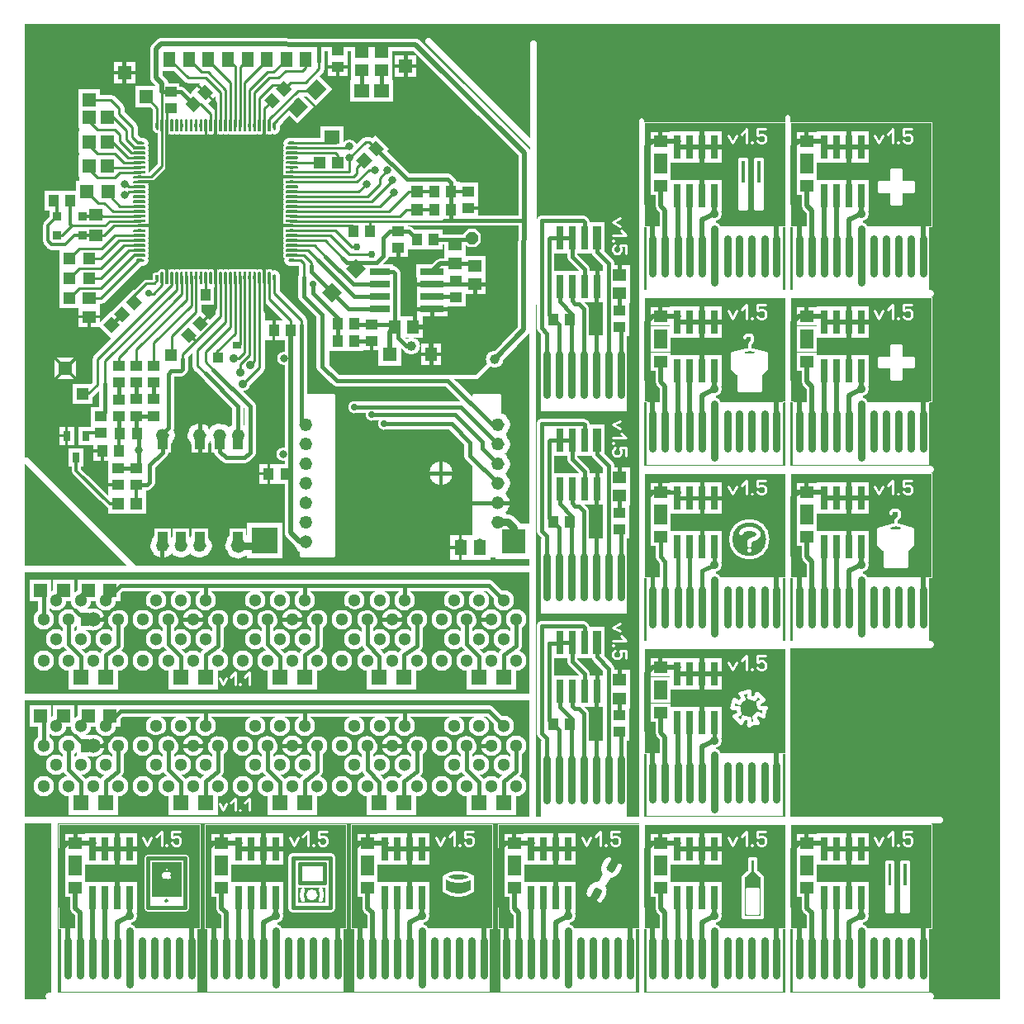
<source format=gtl>
%FSLAX34Y34*%
%MOMM*%
%LNCOPPER_TOP*%
G71*
G01*
%ADD10C, 2.100*%
%ADD11C, 2.300*%
%ADD12C, 1.200*%
%ADD13C, 0.222*%
%ADD14R, 2.600X2.600*%
%ADD15R, 2.200X2.200*%
%ADD16R, 2.600X2.500*%
%ADD17C, 1.480*%
%ADD18C, 0.880*%
%ADD19R, 1.500X1.500*%
%ADD20R, 0.900X0.900*%
%ADD21C, 0.600*%
%ADD22C, 1.080*%
%ADD23C, 1.800*%
%ADD24C, 1.500*%
%ADD25C, 0.300*%
%ADD26C, 1.700*%
%ADD27C, 1.500*%
%ADD28R, 1.900X2.000*%
%ADD29C, 1.000*%
%ADD30R, 2.000X2.000*%
%ADD31R, 3.200X1.600*%
%ADD32R, 1.800X1.700*%
%ADD33R, 2.100X2.400*%
%ADD34R, 2.400X2.200*%
%ADD35R, 2.000X1.900*%
%ADD36C, 1.400*%
%ADD37C, 2.000*%
%ADD38C, 0.700*%
%ADD39R, 1.800X2.000*%
%ADD40R, 1.600X1.900*%
%ADD41C, 1.350*%
%ADD42C, 0.400*%
%ADD43C, 1.300*%
%ADD44R, 2.100X2.200*%
%ADD45R, 2.400X2.400*%
%ADD46C, 1.300*%
%ADD47C, 1.600*%
%ADD48C, 1.100*%
%ADD49C, 0.280*%
%ADD50R, 2.200X2.100*%
%ADD51R, 2.800X1.600*%
%ADD52R, 1.900X1.900*%
%ADD53R, 1.700X1.600*%
%ADD54C, 0.900*%
%ADD55R, 1.700X2.200*%
%ADD56C, 1.600*%
%ADD57C, 1.350*%
%ADD58R, 1.600X3.200*%
%ADD59C, 0.254*%
%ADD60C, 0.800*%
%ADD61C, 0.200*%
%ADD62C, 0.100*%
%ADD63C, 0.397*%
%ADD64C, 0.238*%
%ADD65C, 0.150*%
%ADD66C, 0.500*%
%ADD67C, 2.400*%
%ADD68C, 2.200*%
%ADD69R, 1.800X1.800*%
%ADD70C, 2.400*%
%ADD71C, 0.750*%
%ADD72C, 0.680*%
%ADD73R, 2.300X2.500*%
%ADD74C, 0.297*%
%ADD75C, 0.390*%
%ADD76C, 0.308*%
%ADD77C, 0.378*%
%ADD78C, 0.304*%
%ADD79C, 0.317*%
%ADD80C, 0.267*%
%ADD81C, 0.433*%
%ADD82C, 0.303*%
%ADD83C, 0.379*%
%ADD84C, 0.325*%
%ADD85C, 1.300*%
%ADD86C, 1.500*%
%ADD87R, 1.600X1.600*%
%ADD88R, 1.400X1.400*%
%ADD89R, 1.400X1.300*%
%ADD90R, 0.300X0.300*%
%ADD91C, 1.000*%
%ADD92C, 0.900*%
%ADD93R, 1.100X1.200*%
%ADD94R, 1.200X1.200*%
%ADD95R, 2.400X0.800*%
%ADD96R, 1.200X1.100*%
%ADD97R, 1.300X1.600*%
%ADD98R, 1.600X1.400*%
%ADD99C, 0.700*%
%ADD100C, 0.800*%
%ADD101C, 1.200*%
%ADD102C, 0.500*%
%ADD103R, 1.000X1.200*%
%ADD104R, 0.800X1.100*%
%ADD105C, 0.750*%
%ADD106R, 1.300X1.400*%
%ADD107R, 2.000X0.800*%
%ADD108C, 2.600*%
%ADD109R, 1.100X1.100*%
%ADD110R, 0.900X0.800*%
%ADD111R, 0.900X1.400*%
%ADD112R, 0.800X2.400*%
%ADD113C, 0.000*%
%ADD114R, 1.000X1.000*%
%ADD115R, 1.300X1.500*%
%LPD*%
G36*
X250Y50D02*
X1000250Y50D01*
X1000250Y-999950D01*
X250Y-999950D01*
X250Y50D01*
G37*
%LPC*%
X20105Y-652498D02*
G54D10*
D03*
X45605Y-652498D02*
G54D10*
D03*
X71105Y-652498D02*
G54D10*
D03*
X96605Y-652498D02*
G54D10*
D03*
X122105Y-652498D02*
G54D10*
D03*
X147605Y-652498D02*
G54D10*
D03*
X173105Y-652498D02*
G54D10*
D03*
X198605Y-652498D02*
G54D10*
D03*
X224105Y-652498D02*
G54D10*
D03*
X249605Y-652498D02*
G54D10*
D03*
X275105Y-652498D02*
G54D10*
D03*
X300605Y-652498D02*
G54D10*
D03*
X326105Y-652498D02*
G54D10*
D03*
X351605Y-652498D02*
G54D10*
D03*
X377105Y-652498D02*
G54D10*
D03*
X402605Y-652498D02*
G54D10*
D03*
X428105Y-652498D02*
G54D10*
D03*
X453605Y-652498D02*
G54D10*
D03*
X479105Y-652498D02*
G54D10*
D03*
X504605Y-652498D02*
G54D10*
D03*
X20105Y-610222D02*
G54D10*
D03*
X45605Y-610223D02*
G54D10*
D03*
X71106Y-610222D02*
G54D11*
D03*
X96605Y-610223D02*
G54D10*
D03*
X122105Y-610223D02*
G54D10*
D03*
X147605Y-610223D02*
G54D10*
D03*
X173105Y-610223D02*
G54D10*
D03*
X198605Y-610223D02*
G54D10*
D03*
X224105Y-610223D02*
G54D10*
D03*
X249605Y-610223D02*
G54D10*
D03*
X275105Y-610223D02*
G54D10*
D03*
X300605Y-610223D02*
G54D10*
D03*
X326105Y-610223D02*
G54D10*
D03*
X351605Y-610223D02*
G54D10*
D03*
X377105Y-610223D02*
G54D10*
D03*
X402605Y-610223D02*
G54D10*
D03*
X428105Y-610223D02*
G54D10*
D03*
X453605Y-610223D02*
G54D10*
D03*
X479105Y-610223D02*
G54D10*
D03*
X504605Y-610223D02*
G54D10*
D03*
X32855Y-630223D02*
G54D10*
D03*
X58355Y-630223D02*
G54D10*
D03*
X83855Y-630223D02*
G54D10*
D03*
X134855Y-630223D02*
G54D10*
D03*
X160355Y-630223D02*
G54D10*
D03*
X185855Y-630223D02*
G54D10*
D03*
X236855Y-630223D02*
G54D10*
D03*
X262355Y-630223D02*
G54D10*
D03*
X287855Y-630223D02*
G54D10*
D03*
X338855Y-630223D02*
G54D10*
D03*
X364355Y-630223D02*
G54D10*
D03*
X389855Y-630223D02*
G54D10*
D03*
X440855Y-630223D02*
G54D10*
D03*
X466355Y-630223D02*
G54D10*
D03*
X491855Y-630223D02*
G54D10*
D03*
X32855Y-590222D02*
G54D10*
D03*
X58355Y-590222D02*
G54D10*
D03*
X83855Y-590223D02*
G54D10*
D03*
X134855Y-590223D02*
G54D10*
D03*
X160355Y-590223D02*
G54D10*
D03*
X185855Y-590223D02*
G54D10*
D03*
X236855Y-590223D02*
G54D10*
D03*
X262355Y-590223D02*
G54D10*
D03*
X287855Y-590223D02*
G54D10*
D03*
X338855Y-590223D02*
G54D10*
D03*
X364355Y-590223D02*
G54D10*
D03*
X389855Y-590223D02*
G54D10*
D03*
X440855Y-590223D02*
G54D10*
D03*
X466355Y-590223D02*
G54D10*
D03*
X491855Y-590223D02*
G54D10*
D03*
G54D12*
X185855Y-590223D02*
X185855Y-577326D01*
G54D12*
X287855Y-590223D02*
X287855Y-577326D01*
G54D12*
X389855Y-590223D02*
X389855Y-577326D01*
G54D12*
X96605Y-610223D02*
X96605Y-637002D01*
X83674Y-646626D01*
X83677Y-669248D01*
G54D12*
X45605Y-610223D02*
X45605Y-635257D01*
X58277Y-647929D01*
X58277Y-669248D01*
G54D12*
X198605Y-610223D02*
X198605Y-637002D01*
X185674Y-646626D01*
X185677Y-669248D01*
G54D12*
X147605Y-610223D02*
X147605Y-635257D01*
X160277Y-647929D01*
X160277Y-669248D01*
G54D12*
X300605Y-610223D02*
X300605Y-637002D01*
X287674Y-646626D01*
X287677Y-669248D01*
G54D12*
X249605Y-610223D02*
X249605Y-635257D01*
X262277Y-647929D01*
X262277Y-669248D01*
G54D12*
X402605Y-610223D02*
X402605Y-637002D01*
X389674Y-646626D01*
X389677Y-669248D01*
G54D12*
X351605Y-610223D02*
X351605Y-635257D01*
X364277Y-647929D01*
X364277Y-669248D01*
G54D12*
X504605Y-610223D02*
X504605Y-637002D01*
X491674Y-646626D01*
X491677Y-669248D01*
G54D12*
X453605Y-610223D02*
X453605Y-635257D01*
X466277Y-647929D01*
X466277Y-669248D01*
G54D13*
X200051Y-669889D02*
X203784Y-676889D01*
X207517Y-669889D01*
G54D13*
X211874Y-669111D02*
X216540Y-664445D01*
X216540Y-676889D01*
G54D13*
X221643Y-676889D02*
X220897Y-676889D01*
X220897Y-676267D01*
X221643Y-676267D01*
X221643Y-676889D01*
X220897Y-676889D01*
G54D13*
X226000Y-669111D02*
X230666Y-664445D01*
X230666Y-676889D01*
X58277Y-669248D02*
G54D14*
D03*
X83677Y-669248D02*
G54D14*
D03*
X160277Y-669248D02*
G54D14*
D03*
X185677Y-669248D02*
G54D14*
D03*
X262277Y-669248D02*
G54D14*
D03*
X287677Y-669248D02*
G54D14*
D03*
X364277Y-669248D02*
G54D14*
D03*
X389677Y-669248D02*
G54D14*
D03*
X466277Y-669248D02*
G54D14*
D03*
X491677Y-669248D02*
G54D14*
D03*
X87813Y-580274D02*
G54D15*
D03*
X65588Y-580274D02*
G54D15*
D03*
X40188Y-580274D02*
G54D15*
D03*
X16773Y-580274D02*
G54D15*
D03*
G54D12*
X491855Y-590223D02*
X476727Y-575095D01*
X98983Y-575095D01*
X83855Y-590223D01*
G54D12*
X20105Y-610223D02*
X20105Y-579720D01*
X21138Y-578687D01*
G54D12*
X32855Y-590223D02*
X32855Y-586020D01*
X40188Y-578687D01*
G54D12*
X58355Y-590223D02*
X58355Y-585920D01*
X65588Y-578687D01*
X73602Y-216593D02*
G54D16*
D03*
X73602Y-195593D02*
G54D16*
D03*
G54D17*
X118303Y-201643D02*
X87440Y-201643D01*
X82881Y-206202D01*
X48550Y-206202D01*
X38513Y-216240D01*
X31910Y-216240D01*
G54D17*
X118303Y-196642D02*
X80234Y-196642D01*
X75003Y-191611D01*
G54D17*
X118303Y-206642D02*
X92210Y-206642D01*
X82259Y-216592D01*
X73602Y-216593D01*
G54D18*
X118303Y-156622D02*
X129914Y-156622D01*
X141277Y-145260D01*
X141277Y-103649D01*
X33497Y-197190D02*
G54D19*
D03*
X33497Y-216240D02*
G54D19*
D03*
X59612Y-216240D02*
G54D19*
D03*
X59659Y-197131D02*
G54D19*
D03*
G36*
X251776Y-99149D02*
X260776Y-99148D01*
X260777Y-108148D01*
X251777Y-108149D01*
X251776Y-99149D01*
G37*
G36*
X246776Y-99149D02*
X255776Y-99148D01*
X255777Y-108148D01*
X246777Y-108149D01*
X246776Y-99149D01*
G37*
X246277Y-103649D02*
G54D20*
D03*
X241277Y-103649D02*
G54D20*
D03*
X236277Y-103649D02*
G54D20*
D03*
X231277Y-103649D02*
G54D20*
D03*
G36*
X221776Y-99149D02*
X230776Y-99148D01*
X230777Y-108148D01*
X221777Y-108149D01*
X221776Y-99149D01*
G37*
X221277Y-103649D02*
G54D20*
D03*
X216277Y-103649D02*
G54D20*
D03*
X211277Y-103649D02*
G54D20*
D03*
X206276Y-103649D02*
G54D20*
D03*
G36*
X196776Y-99149D02*
X205776Y-99148D01*
X205777Y-108148D01*
X196777Y-108149D01*
X196776Y-99149D01*
G37*
X196277Y-103649D02*
G54D20*
D03*
X191277Y-103649D02*
G54D20*
D03*
X186277Y-103649D02*
G54D20*
D03*
X181277Y-103648D02*
G54D20*
D03*
X176277Y-103649D02*
G54D20*
D03*
G36*
X166776Y-99149D02*
X175776Y-99148D01*
X175777Y-108148D01*
X166777Y-108149D01*
X166776Y-99149D01*
G37*
G36*
X161776Y-99149D02*
X170776Y-99148D01*
X170777Y-108148D01*
X161777Y-108149D01*
X161776Y-99149D01*
G37*
X161277Y-103649D02*
G54D20*
D03*
X156277Y-103648D02*
G54D20*
D03*
X151277Y-103649D02*
G54D20*
D03*
G36*
X141776Y-99149D02*
X150776Y-99148D01*
X150777Y-108148D01*
X141777Y-108149D01*
X141776Y-99149D01*
G37*
X141277Y-103649D02*
G54D20*
D03*
G36*
X131776Y-99149D02*
X140776Y-99148D01*
X140777Y-108148D01*
X131777Y-108149D01*
X131776Y-99149D01*
G37*
G36*
X256772Y-100618D02*
X257772Y-101618D01*
X257772Y-106118D01*
X257272Y-106618D01*
X255272Y-106618D01*
X254772Y-106118D01*
X254772Y-101618D01*
X255772Y-100618D01*
X256772Y-100618D01*
G37*
G54D21*
X256772Y-100618D02*
X257772Y-101618D01*
X257772Y-106118D01*
X257272Y-106618D01*
X255272Y-106618D01*
X254772Y-106118D01*
X254772Y-101618D01*
X255772Y-100618D01*
X256772Y-100618D01*
G36*
X136772Y-100618D02*
X137772Y-101618D01*
X137772Y-106118D01*
X137272Y-106618D01*
X135272Y-106618D01*
X134772Y-106118D01*
X134772Y-101618D01*
X135772Y-100618D01*
X136772Y-100618D01*
G37*
G54D21*
X136772Y-100618D02*
X137772Y-101618D01*
X137772Y-106118D01*
X137272Y-106618D01*
X135272Y-106618D01*
X134772Y-106118D01*
X134772Y-101618D01*
X135772Y-100618D01*
X136772Y-100618D01*
G36*
X246772Y-96618D02*
X247772Y-97618D01*
X247772Y-109118D01*
X247272Y-109618D01*
X245272Y-109618D01*
X244772Y-109118D01*
X244772Y-97618D01*
X245772Y-96618D01*
X246772Y-96618D01*
G37*
G54D21*
X246772Y-96618D02*
X247772Y-97618D01*
X247772Y-109118D01*
X247272Y-109618D01*
X245272Y-109618D01*
X244772Y-109118D01*
X244772Y-97618D01*
X245772Y-96618D01*
X246772Y-96618D01*
G36*
X241772Y-96618D02*
X242772Y-97618D01*
X242772Y-109118D01*
X242272Y-109618D01*
X240272Y-109618D01*
X239772Y-109118D01*
X239772Y-97618D01*
X240772Y-96618D01*
X241772Y-96618D01*
G37*
G54D21*
X241772Y-96618D02*
X242772Y-97618D01*
X242772Y-109118D01*
X242272Y-109618D01*
X240272Y-109618D01*
X239772Y-109118D01*
X239772Y-97618D01*
X240772Y-96618D01*
X241772Y-96618D01*
G36*
X236772Y-96618D02*
X237772Y-97618D01*
X237772Y-109118D01*
X237272Y-109618D01*
X235272Y-109618D01*
X234772Y-109118D01*
X234772Y-97618D01*
X235772Y-96618D01*
X236772Y-96618D01*
G37*
G54D21*
X236772Y-96618D02*
X237772Y-97618D01*
X237772Y-109118D01*
X237272Y-109618D01*
X235272Y-109618D01*
X234772Y-109118D01*
X234772Y-97618D01*
X235772Y-96618D01*
X236772Y-96618D01*
G36*
X231772Y-96618D02*
X232772Y-97618D01*
X232772Y-109118D01*
X232272Y-109618D01*
X230272Y-109618D01*
X229772Y-109118D01*
X229772Y-97618D01*
X230772Y-96618D01*
X231772Y-96618D01*
G37*
G54D21*
X231772Y-96618D02*
X232772Y-97618D01*
X232772Y-109118D01*
X232272Y-109618D01*
X230272Y-109618D01*
X229772Y-109118D01*
X229772Y-97618D01*
X230772Y-96618D01*
X231772Y-96618D01*
G36*
X226772Y-96618D02*
X227772Y-97618D01*
X227772Y-109118D01*
X227272Y-109618D01*
X225272Y-109618D01*
X224772Y-109118D01*
X224772Y-97618D01*
X225772Y-96618D01*
X226772Y-96618D01*
G37*
G54D21*
X226772Y-96618D02*
X227772Y-97618D01*
X227772Y-109118D01*
X227272Y-109618D01*
X225272Y-109618D01*
X224772Y-109118D01*
X224772Y-97618D01*
X225772Y-96618D01*
X226772Y-96618D01*
G36*
X221772Y-96618D02*
X222772Y-97618D01*
X222772Y-109118D01*
X222272Y-109618D01*
X220272Y-109618D01*
X219772Y-109118D01*
X219772Y-97618D01*
X220772Y-96618D01*
X221772Y-96618D01*
G37*
G54D21*
X221772Y-96618D02*
X222772Y-97618D01*
X222772Y-109118D01*
X222272Y-109618D01*
X220272Y-109618D01*
X219772Y-109118D01*
X219772Y-97618D01*
X220772Y-96618D01*
X221772Y-96618D01*
G36*
X216772Y-96618D02*
X217772Y-97618D01*
X217772Y-109118D01*
X217272Y-109618D01*
X215272Y-109618D01*
X214772Y-109118D01*
X214772Y-97618D01*
X215772Y-96618D01*
X216772Y-96618D01*
G37*
G54D21*
X216772Y-96618D02*
X217772Y-97618D01*
X217772Y-109118D01*
X217272Y-109618D01*
X215272Y-109618D01*
X214772Y-109118D01*
X214772Y-97618D01*
X215772Y-96618D01*
X216772Y-96618D01*
G36*
X211772Y-96618D02*
X212772Y-97618D01*
X212772Y-109118D01*
X212272Y-109618D01*
X210272Y-109618D01*
X209772Y-109118D01*
X209772Y-97618D01*
X210772Y-96618D01*
X211772Y-96618D01*
G37*
G54D21*
X211772Y-96618D02*
X212772Y-97618D01*
X212772Y-109118D01*
X212272Y-109618D01*
X210272Y-109618D01*
X209772Y-109118D01*
X209772Y-97618D01*
X210772Y-96618D01*
X211772Y-96618D01*
G36*
X206772Y-96618D02*
X207772Y-97618D01*
X207772Y-109118D01*
X207272Y-109618D01*
X205272Y-109618D01*
X204772Y-109118D01*
X204772Y-97618D01*
X205772Y-96618D01*
X206772Y-96618D01*
G37*
G54D21*
X206772Y-96618D02*
X207772Y-97618D01*
X207772Y-109118D01*
X207272Y-109618D01*
X205272Y-109618D01*
X204772Y-109118D01*
X204772Y-97618D01*
X205772Y-96618D01*
X206772Y-96618D01*
G36*
X201772Y-96618D02*
X202772Y-97618D01*
X202772Y-109118D01*
X202272Y-109618D01*
X200272Y-109618D01*
X199772Y-109118D01*
X199772Y-97618D01*
X200772Y-96618D01*
X201772Y-96618D01*
G37*
G54D21*
X201772Y-96618D02*
X202772Y-97618D01*
X202772Y-109118D01*
X202272Y-109618D01*
X200272Y-109618D01*
X199772Y-109118D01*
X199772Y-97618D01*
X200772Y-96618D01*
X201772Y-96618D01*
G36*
X196772Y-96618D02*
X197772Y-97618D01*
X197772Y-109118D01*
X197272Y-109618D01*
X195272Y-109618D01*
X194772Y-109118D01*
X194772Y-97618D01*
X195772Y-96618D01*
X196772Y-96618D01*
G37*
G54D21*
X196772Y-96618D02*
X197772Y-97618D01*
X197772Y-109118D01*
X197272Y-109618D01*
X195272Y-109618D01*
X194772Y-109118D01*
X194772Y-97618D01*
X195772Y-96618D01*
X196772Y-96618D01*
G36*
X191772Y-96618D02*
X192772Y-97618D01*
X192772Y-109118D01*
X192272Y-109618D01*
X190272Y-109618D01*
X189772Y-109118D01*
X189772Y-97618D01*
X190772Y-96618D01*
X191772Y-96618D01*
G37*
G54D21*
X191772Y-96618D02*
X192772Y-97618D01*
X192772Y-109118D01*
X192272Y-109618D01*
X190272Y-109618D01*
X189772Y-109118D01*
X189772Y-97618D01*
X190772Y-96618D01*
X191772Y-96618D01*
G36*
X186772Y-96618D02*
X187772Y-97618D01*
X187772Y-109118D01*
X187272Y-109618D01*
X185272Y-109618D01*
X184772Y-109118D01*
X184772Y-97618D01*
X185772Y-96618D01*
X186772Y-96618D01*
G37*
G54D21*
X186772Y-96618D02*
X187772Y-97618D01*
X187772Y-109118D01*
X187272Y-109618D01*
X185272Y-109618D01*
X184772Y-109118D01*
X184772Y-97618D01*
X185772Y-96618D01*
X186772Y-96618D01*
G36*
X181772Y-96618D02*
X182772Y-97618D01*
X182772Y-109118D01*
X182272Y-109618D01*
X180272Y-109618D01*
X179772Y-109118D01*
X179772Y-97618D01*
X180772Y-96618D01*
X181772Y-96618D01*
G37*
G54D21*
X181772Y-96618D02*
X182772Y-97618D01*
X182772Y-109118D01*
X182272Y-109618D01*
X180272Y-109618D01*
X179772Y-109118D01*
X179772Y-97618D01*
X180772Y-96618D01*
X181772Y-96618D01*
G36*
X176772Y-96618D02*
X177772Y-97618D01*
X177772Y-109118D01*
X177272Y-109618D01*
X175272Y-109618D01*
X174772Y-109118D01*
X174772Y-97618D01*
X175772Y-96618D01*
X176772Y-96618D01*
G37*
G54D21*
X176772Y-96618D02*
X177772Y-97618D01*
X177772Y-109118D01*
X177272Y-109618D01*
X175272Y-109618D01*
X174772Y-109118D01*
X174772Y-97618D01*
X175772Y-96618D01*
X176772Y-96618D01*
G36*
X171772Y-96618D02*
X172772Y-97618D01*
X172772Y-109118D01*
X172272Y-109618D01*
X170272Y-109618D01*
X169772Y-109118D01*
X169772Y-97618D01*
X170772Y-96618D01*
X171772Y-96618D01*
G37*
G54D21*
X171772Y-96618D02*
X172772Y-97618D01*
X172772Y-109118D01*
X172272Y-109618D01*
X170272Y-109618D01*
X169772Y-109118D01*
X169772Y-97618D01*
X170772Y-96618D01*
X171772Y-96618D01*
G36*
X166772Y-96618D02*
X167772Y-97618D01*
X167772Y-109118D01*
X167272Y-109618D01*
X165272Y-109618D01*
X164772Y-109118D01*
X164772Y-97618D01*
X165772Y-96618D01*
X166772Y-96618D01*
G37*
G54D21*
X166772Y-96618D02*
X167772Y-97618D01*
X167772Y-109118D01*
X167272Y-109618D01*
X165272Y-109618D01*
X164772Y-109118D01*
X164772Y-97618D01*
X165772Y-96618D01*
X166772Y-96618D01*
G36*
X161772Y-96618D02*
X162772Y-97618D01*
X162772Y-109118D01*
X162272Y-109618D01*
X160272Y-109618D01*
X159772Y-109118D01*
X159772Y-97618D01*
X160772Y-96618D01*
X161772Y-96618D01*
G37*
G54D21*
X161772Y-96618D02*
X162772Y-97618D01*
X162772Y-109118D01*
X162272Y-109618D01*
X160272Y-109618D01*
X159772Y-109118D01*
X159772Y-97618D01*
X160772Y-96618D01*
X161772Y-96618D01*
G36*
X156772Y-96618D02*
X157772Y-97618D01*
X157772Y-109118D01*
X157272Y-109618D01*
X155272Y-109618D01*
X154772Y-109118D01*
X154772Y-97618D01*
X155772Y-96618D01*
X156772Y-96618D01*
G37*
G54D21*
X156772Y-96618D02*
X157772Y-97618D01*
X157772Y-109118D01*
X157272Y-109618D01*
X155272Y-109618D01*
X154772Y-109118D01*
X154772Y-97618D01*
X155772Y-96618D01*
X156772Y-96618D01*
G36*
X151772Y-96618D02*
X152772Y-97618D01*
X152772Y-109118D01*
X152272Y-109618D01*
X150272Y-109618D01*
X149772Y-109118D01*
X149772Y-97618D01*
X150772Y-96618D01*
X151772Y-96618D01*
G37*
G54D21*
X151772Y-96618D02*
X152772Y-97618D01*
X152772Y-109118D01*
X152272Y-109618D01*
X150272Y-109618D01*
X149772Y-109118D01*
X149772Y-97618D01*
X150772Y-96618D01*
X151772Y-96618D01*
G36*
X146772Y-96618D02*
X147772Y-97618D01*
X147772Y-109118D01*
X147272Y-109618D01*
X145272Y-109618D01*
X144772Y-109118D01*
X144772Y-97618D01*
X145772Y-96618D01*
X146772Y-96618D01*
G37*
G54D21*
X146772Y-96618D02*
X147772Y-97618D01*
X147772Y-109118D01*
X147272Y-109618D01*
X145272Y-109618D01*
X144772Y-109118D01*
X144772Y-97618D01*
X145772Y-96618D01*
X146772Y-96618D01*
G36*
X141772Y-96618D02*
X142772Y-97618D01*
X142772Y-109118D01*
X142272Y-109618D01*
X140272Y-109618D01*
X139772Y-109118D01*
X139772Y-97618D01*
X140772Y-96618D01*
X141772Y-96618D01*
G37*
G54D21*
X141772Y-96618D02*
X142772Y-97618D01*
X142772Y-109118D01*
X142272Y-109618D01*
X140272Y-109618D01*
X139772Y-109118D01*
X139772Y-97618D01*
X140772Y-96618D01*
X141772Y-96618D01*
G36*
X251772Y-96618D02*
X252772Y-97618D01*
X252772Y-109118D01*
X252272Y-109618D01*
X250272Y-109618D01*
X249772Y-109118D01*
X249772Y-97618D01*
X250772Y-96618D01*
X251772Y-96618D01*
G37*
G54D21*
X251772Y-96618D02*
X252772Y-97618D01*
X252772Y-109118D01*
X252272Y-109618D01*
X250272Y-109618D01*
X249772Y-109118D01*
X249772Y-97618D01*
X250772Y-96618D01*
X251772Y-96618D01*
X274240Y-241612D02*
G54D20*
D03*
X274240Y-236612D02*
G54D20*
D03*
X274240Y-231613D02*
G54D20*
D03*
X274240Y-226612D02*
G54D20*
D03*
X274240Y-221612D02*
G54D20*
D03*
X274240Y-216613D02*
G54D20*
D03*
X274240Y-211612D02*
G54D20*
D03*
X274240Y-206612D02*
G54D20*
D03*
X274240Y-201612D02*
G54D20*
D03*
X274240Y-196612D02*
G54D20*
D03*
X274240Y-191612D02*
G54D20*
D03*
X274241Y-186612D02*
G54D20*
D03*
X274241Y-181612D02*
G54D20*
D03*
X274240Y-176612D02*
G54D20*
D03*
X274240Y-171613D02*
G54D20*
D03*
X274240Y-166612D02*
G54D20*
D03*
X274241Y-161612D02*
G54D20*
D03*
X274240Y-156612D02*
G54D20*
D03*
X274240Y-151612D02*
G54D20*
D03*
X274240Y-146613D02*
G54D20*
D03*
X274240Y-141612D02*
G54D20*
D03*
X274240Y-136612D02*
G54D20*
D03*
X274240Y-131612D02*
G54D20*
D03*
X274240Y-126612D02*
G54D20*
D03*
X274240Y-121612D02*
G54D20*
D03*
G36*
X277272Y-242118D02*
X276272Y-243118D01*
X271772Y-243118D01*
X271272Y-242618D01*
X271272Y-240618D01*
X271772Y-240118D01*
X276272Y-240118D01*
X277272Y-241118D01*
X277272Y-242118D01*
G37*
G54D21*
X277272Y-242118D02*
X276272Y-243118D01*
X271772Y-243118D01*
X271272Y-242618D01*
X271272Y-240618D01*
X271772Y-240118D01*
X276272Y-240118D01*
X277272Y-241118D01*
X277272Y-242118D01*
G36*
X277272Y-122118D02*
X276272Y-123118D01*
X271772Y-123118D01*
X271272Y-122618D01*
X271272Y-120618D01*
X271772Y-120118D01*
X276272Y-120118D01*
X277272Y-121118D01*
X277272Y-122118D01*
G37*
G54D21*
X277272Y-122118D02*
X276272Y-123118D01*
X271772Y-123118D01*
X271272Y-122618D01*
X271272Y-120618D01*
X271772Y-120118D01*
X276272Y-120118D01*
X277272Y-121118D01*
X277272Y-122118D01*
G36*
X281272Y-232118D02*
X280272Y-233118D01*
X268772Y-233118D01*
X268272Y-232618D01*
X268272Y-230618D01*
X268772Y-230118D01*
X280272Y-230118D01*
X281272Y-231118D01*
X281272Y-232118D01*
G37*
G54D21*
X281272Y-232118D02*
X280272Y-233118D01*
X268772Y-233118D01*
X268272Y-232618D01*
X268272Y-230618D01*
X268772Y-230118D01*
X280272Y-230118D01*
X281272Y-231118D01*
X281272Y-232118D01*
G36*
X281272Y-227118D02*
X280272Y-228118D01*
X268772Y-228118D01*
X268272Y-227618D01*
X268272Y-225618D01*
X268772Y-225118D01*
X280272Y-225118D01*
X281272Y-226118D01*
X281272Y-227118D01*
G37*
G54D21*
X281272Y-227118D02*
X280272Y-228118D01*
X268772Y-228118D01*
X268272Y-227618D01*
X268272Y-225618D01*
X268772Y-225118D01*
X280272Y-225118D01*
X281272Y-226118D01*
X281272Y-227118D01*
G36*
X281272Y-222118D02*
X280272Y-223118D01*
X268772Y-223118D01*
X268272Y-222618D01*
X268272Y-220618D01*
X268772Y-220118D01*
X280272Y-220118D01*
X281272Y-221118D01*
X281272Y-222118D01*
G37*
G54D21*
X281272Y-222118D02*
X280272Y-223118D01*
X268772Y-223118D01*
X268272Y-222618D01*
X268272Y-220618D01*
X268772Y-220118D01*
X280272Y-220118D01*
X281272Y-221118D01*
X281272Y-222118D01*
G36*
X281272Y-217118D02*
X280272Y-218118D01*
X268772Y-218118D01*
X268272Y-217618D01*
X268272Y-215618D01*
X268772Y-215118D01*
X280272Y-215118D01*
X281272Y-216118D01*
X281272Y-217118D01*
G37*
G54D21*
X281272Y-217118D02*
X280272Y-218118D01*
X268772Y-218118D01*
X268272Y-217618D01*
X268272Y-215618D01*
X268772Y-215118D01*
X280272Y-215118D01*
X281272Y-216118D01*
X281272Y-217118D01*
G36*
X281272Y-212118D02*
X280272Y-213118D01*
X268772Y-213118D01*
X268272Y-212618D01*
X268272Y-210618D01*
X268772Y-210118D01*
X280272Y-210118D01*
X281272Y-211118D01*
X281272Y-212118D01*
G37*
G54D21*
X281272Y-212118D02*
X280272Y-213118D01*
X268772Y-213118D01*
X268272Y-212618D01*
X268272Y-210618D01*
X268772Y-210118D01*
X280272Y-210118D01*
X281272Y-211118D01*
X281272Y-212118D01*
G36*
X281272Y-207118D02*
X280272Y-208118D01*
X268772Y-208118D01*
X268272Y-207618D01*
X268272Y-205618D01*
X268772Y-205118D01*
X280272Y-205118D01*
X281272Y-206118D01*
X281272Y-207118D01*
G37*
G54D21*
X281272Y-207118D02*
X280272Y-208118D01*
X268772Y-208118D01*
X268272Y-207618D01*
X268272Y-205618D01*
X268772Y-205118D01*
X280272Y-205118D01*
X281272Y-206118D01*
X281272Y-207118D01*
G36*
X281272Y-202118D02*
X280272Y-203118D01*
X268772Y-203118D01*
X268272Y-202618D01*
X268272Y-200618D01*
X268772Y-200118D01*
X280272Y-200118D01*
X281272Y-201118D01*
X281272Y-202118D01*
G37*
G54D21*
X281272Y-202118D02*
X280272Y-203118D01*
X268772Y-203118D01*
X268272Y-202618D01*
X268272Y-200618D01*
X268772Y-200118D01*
X280272Y-200118D01*
X281272Y-201118D01*
X281272Y-202118D01*
G36*
X281272Y-197118D02*
X280272Y-198118D01*
X268772Y-198118D01*
X268272Y-197618D01*
X268272Y-195618D01*
X268772Y-195118D01*
X280272Y-195118D01*
X281272Y-196118D01*
X281272Y-197118D01*
G37*
G54D21*
X281272Y-197118D02*
X280272Y-198118D01*
X268772Y-198118D01*
X268272Y-197618D01*
X268272Y-195618D01*
X268772Y-195118D01*
X280272Y-195118D01*
X281272Y-196118D01*
X281272Y-197118D01*
G36*
X281272Y-192118D02*
X280272Y-193118D01*
X268772Y-193118D01*
X268272Y-192618D01*
X268272Y-190618D01*
X268772Y-190118D01*
X280272Y-190118D01*
X281272Y-191118D01*
X281272Y-192118D01*
G37*
G54D21*
X281272Y-192118D02*
X280272Y-193118D01*
X268772Y-193118D01*
X268272Y-192618D01*
X268272Y-190618D01*
X268772Y-190118D01*
X280272Y-190118D01*
X281272Y-191118D01*
X281272Y-192118D01*
G36*
X281272Y-187118D02*
X280272Y-188118D01*
X268772Y-188118D01*
X268272Y-187618D01*
X268272Y-185618D01*
X268772Y-185118D01*
X280272Y-185118D01*
X281272Y-186118D01*
X281272Y-187118D01*
G37*
G54D21*
X281272Y-187118D02*
X280272Y-188118D01*
X268772Y-188118D01*
X268272Y-187618D01*
X268272Y-185618D01*
X268772Y-185118D01*
X280272Y-185118D01*
X281272Y-186118D01*
X281272Y-187118D01*
G36*
X281272Y-182118D02*
X280272Y-183118D01*
X268772Y-183118D01*
X268272Y-182618D01*
X268272Y-180618D01*
X268772Y-180118D01*
X280272Y-180118D01*
X281272Y-181118D01*
X281272Y-182118D01*
G37*
G54D21*
X281272Y-182118D02*
X280272Y-183118D01*
X268772Y-183118D01*
X268272Y-182618D01*
X268272Y-180618D01*
X268772Y-180118D01*
X280272Y-180118D01*
X281272Y-181118D01*
X281272Y-182118D01*
G36*
X281272Y-177118D02*
X280272Y-178118D01*
X268772Y-178118D01*
X268272Y-177618D01*
X268272Y-175618D01*
X268772Y-175118D01*
X280272Y-175118D01*
X281272Y-176118D01*
X281272Y-177118D01*
G37*
G54D21*
X281272Y-177118D02*
X280272Y-178118D01*
X268772Y-178118D01*
X268272Y-177618D01*
X268272Y-175618D01*
X268772Y-175118D01*
X280272Y-175118D01*
X281272Y-176118D01*
X281272Y-177118D01*
G36*
X281272Y-172118D02*
X280272Y-173118D01*
X268772Y-173118D01*
X268272Y-172618D01*
X268272Y-170618D01*
X268772Y-170118D01*
X280272Y-170118D01*
X281272Y-171118D01*
X281272Y-172118D01*
G37*
G54D21*
X281272Y-172118D02*
X280272Y-173118D01*
X268772Y-173118D01*
X268272Y-172618D01*
X268272Y-170618D01*
X268772Y-170118D01*
X280272Y-170118D01*
X281272Y-171118D01*
X281272Y-172118D01*
G36*
X281272Y-167118D02*
X280272Y-168118D01*
X268772Y-168118D01*
X268272Y-167618D01*
X268272Y-165618D01*
X268772Y-165118D01*
X280272Y-165118D01*
X281272Y-166118D01*
X281272Y-167118D01*
G37*
G54D21*
X281272Y-167118D02*
X280272Y-168118D01*
X268772Y-168118D01*
X268272Y-167618D01*
X268272Y-165618D01*
X268772Y-165118D01*
X280272Y-165118D01*
X281272Y-166118D01*
X281272Y-167118D01*
G36*
X281272Y-162118D02*
X280272Y-163118D01*
X268772Y-163118D01*
X268272Y-162618D01*
X268272Y-160618D01*
X268772Y-160118D01*
X280272Y-160118D01*
X281272Y-161118D01*
X281272Y-162118D01*
G37*
G54D21*
X281272Y-162118D02*
X280272Y-163118D01*
X268772Y-163118D01*
X268272Y-162618D01*
X268272Y-160618D01*
X268772Y-160118D01*
X280272Y-160118D01*
X281272Y-161118D01*
X281272Y-162118D01*
G36*
X281272Y-157118D02*
X280272Y-158118D01*
X268772Y-158118D01*
X268272Y-157618D01*
X268272Y-155618D01*
X268772Y-155118D01*
X280272Y-155118D01*
X281272Y-156118D01*
X281272Y-157118D01*
G37*
G54D21*
X281272Y-157118D02*
X280272Y-158118D01*
X268772Y-158118D01*
X268272Y-157618D01*
X268272Y-155618D01*
X268772Y-155118D01*
X280272Y-155118D01*
X281272Y-156118D01*
X281272Y-157118D01*
G36*
X281272Y-152118D02*
X280272Y-153118D01*
X268772Y-153118D01*
X268272Y-152618D01*
X268272Y-150618D01*
X268772Y-150118D01*
X280272Y-150118D01*
X281272Y-151118D01*
X281272Y-152118D01*
G37*
G54D21*
X281272Y-152118D02*
X280272Y-153118D01*
X268772Y-153118D01*
X268272Y-152618D01*
X268272Y-150618D01*
X268772Y-150118D01*
X280272Y-150118D01*
X281272Y-151118D01*
X281272Y-152118D01*
G36*
X281272Y-147118D02*
X280272Y-148118D01*
X268772Y-148118D01*
X268272Y-147618D01*
X268272Y-145618D01*
X268772Y-145118D01*
X280272Y-145118D01*
X281272Y-146118D01*
X281272Y-147118D01*
G37*
G54D21*
X281272Y-147118D02*
X280272Y-148118D01*
X268772Y-148118D01*
X268272Y-147618D01*
X268272Y-145618D01*
X268772Y-145118D01*
X280272Y-145118D01*
X281272Y-146118D01*
X281272Y-147118D01*
G36*
X281272Y-142118D02*
X280272Y-143118D01*
X268772Y-143118D01*
X268272Y-142618D01*
X268272Y-140618D01*
X268772Y-140118D01*
X280272Y-140118D01*
X281272Y-141118D01*
X281272Y-142118D01*
G37*
G54D21*
X281272Y-142118D02*
X280272Y-143118D01*
X268772Y-143118D01*
X268272Y-142618D01*
X268272Y-140618D01*
X268772Y-140118D01*
X280272Y-140118D01*
X281272Y-141118D01*
X281272Y-142118D01*
G36*
X281272Y-137118D02*
X280272Y-138118D01*
X268772Y-138118D01*
X268272Y-137618D01*
X268272Y-135618D01*
X268772Y-135118D01*
X280272Y-135118D01*
X281272Y-136118D01*
X281272Y-137118D01*
G37*
G54D21*
X281272Y-137118D02*
X280272Y-138118D01*
X268772Y-138118D01*
X268272Y-137618D01*
X268272Y-135618D01*
X268772Y-135118D01*
X280272Y-135118D01*
X281272Y-136118D01*
X281272Y-137118D01*
G36*
X281272Y-132118D02*
X280272Y-133118D01*
X268772Y-133118D01*
X268272Y-132618D01*
X268272Y-130618D01*
X268772Y-130118D01*
X280272Y-130118D01*
X281272Y-131118D01*
X281272Y-132118D01*
G37*
G54D21*
X281272Y-132118D02*
X280272Y-133118D01*
X268772Y-133118D01*
X268272Y-132618D01*
X268272Y-130618D01*
X268772Y-130118D01*
X280272Y-130118D01*
X281272Y-131118D01*
X281272Y-132118D01*
G36*
X281272Y-127118D02*
X280272Y-128118D01*
X268772Y-128118D01*
X268272Y-127618D01*
X268272Y-125618D01*
X268772Y-125118D01*
X280272Y-125118D01*
X281272Y-126118D01*
X281272Y-127118D01*
G37*
G54D21*
X281272Y-127118D02*
X280272Y-128118D01*
X268772Y-128118D01*
X268272Y-127618D01*
X268272Y-125618D01*
X268772Y-125118D01*
X280272Y-125118D01*
X281272Y-126118D01*
X281272Y-127118D01*
G36*
X281272Y-237118D02*
X280272Y-238118D01*
X268772Y-238118D01*
X268272Y-237618D01*
X268272Y-235618D01*
X268772Y-235118D01*
X280272Y-235118D01*
X281272Y-236118D01*
X281272Y-237118D01*
G37*
G54D21*
X281272Y-237118D02*
X280272Y-238118D01*
X268772Y-238118D01*
X268272Y-237618D01*
X268272Y-235618D01*
X268772Y-235118D01*
X280272Y-235118D01*
X281272Y-236118D01*
X281272Y-237118D01*
X136277Y-259586D02*
G54D20*
D03*
X141276Y-259586D02*
G54D20*
D03*
X146277Y-259586D02*
G54D20*
D03*
X151277Y-259586D02*
G54D20*
D03*
X156277Y-259586D02*
G54D20*
D03*
X161277Y-259586D02*
G54D20*
D03*
X166277Y-259586D02*
G54D20*
D03*
X171277Y-259586D02*
G54D20*
D03*
X176277Y-259586D02*
G54D20*
D03*
X181276Y-259586D02*
G54D20*
D03*
X186277Y-259586D02*
G54D20*
D03*
X191277Y-259586D02*
G54D20*
D03*
X196276Y-259586D02*
G54D20*
D03*
X201277Y-259586D02*
G54D20*
D03*
X206277Y-259586D02*
G54D20*
D03*
X211277Y-259586D02*
G54D20*
D03*
X216277Y-259586D02*
G54D20*
D03*
X221277Y-259586D02*
G54D20*
D03*
X226277Y-259586D02*
G54D20*
D03*
X231276Y-259586D02*
G54D20*
D03*
X236276Y-259586D02*
G54D20*
D03*
X241277Y-259586D02*
G54D20*
D03*
X246276Y-259586D02*
G54D20*
D03*
X251276Y-259586D02*
G54D20*
D03*
X256277Y-259586D02*
G54D20*
D03*
G36*
X135772Y-262618D02*
X134772Y-261618D01*
X134772Y-257118D01*
X135272Y-256618D01*
X137272Y-256618D01*
X137772Y-257118D01*
X137772Y-261618D01*
X136772Y-262618D01*
X135772Y-262618D01*
G37*
G54D21*
X135772Y-262618D02*
X134772Y-261618D01*
X134772Y-257118D01*
X135272Y-256618D01*
X137272Y-256618D01*
X137772Y-257118D01*
X137772Y-261618D01*
X136772Y-262618D01*
X135772Y-262618D01*
G36*
X255772Y-262618D02*
X254772Y-261618D01*
X254772Y-257118D01*
X255272Y-256618D01*
X257272Y-256618D01*
X257772Y-257118D01*
X257772Y-261618D01*
X256772Y-262618D01*
X255772Y-262618D01*
G37*
G54D21*
X255772Y-262618D02*
X254772Y-261618D01*
X254772Y-257118D01*
X255272Y-256618D01*
X257272Y-256618D01*
X257772Y-257118D01*
X257772Y-261618D01*
X256772Y-262618D01*
X255772Y-262618D01*
G36*
X145772Y-266618D02*
X144772Y-265618D01*
X144772Y-254118D01*
X145272Y-253618D01*
X147272Y-253618D01*
X147772Y-254118D01*
X147772Y-265618D01*
X146772Y-266618D01*
X145772Y-266618D01*
G37*
G54D21*
X145772Y-266618D02*
X144772Y-265618D01*
X144772Y-254118D01*
X145272Y-253618D01*
X147272Y-253618D01*
X147772Y-254118D01*
X147772Y-265618D01*
X146772Y-266618D01*
X145772Y-266618D01*
G36*
X150772Y-266618D02*
X149772Y-265618D01*
X149772Y-254118D01*
X150272Y-253618D01*
X152272Y-253618D01*
X152772Y-254118D01*
X152772Y-265618D01*
X151772Y-266618D01*
X150772Y-266618D01*
G37*
G54D21*
X150772Y-266618D02*
X149772Y-265618D01*
X149772Y-254118D01*
X150272Y-253618D01*
X152272Y-253618D01*
X152772Y-254118D01*
X152772Y-265618D01*
X151772Y-266618D01*
X150772Y-266618D01*
G36*
X155772Y-266618D02*
X154772Y-265618D01*
X154772Y-254118D01*
X155272Y-253618D01*
X157272Y-253618D01*
X157772Y-254118D01*
X157772Y-265618D01*
X156772Y-266618D01*
X155772Y-266618D01*
G37*
G54D21*
X155772Y-266618D02*
X154772Y-265618D01*
X154772Y-254118D01*
X155272Y-253618D01*
X157272Y-253618D01*
X157772Y-254118D01*
X157772Y-265618D01*
X156772Y-266618D01*
X155772Y-266618D01*
G36*
X160772Y-266618D02*
X159772Y-265618D01*
X159772Y-254118D01*
X160272Y-253618D01*
X162272Y-253618D01*
X162772Y-254118D01*
X162772Y-265618D01*
X161772Y-266618D01*
X160772Y-266618D01*
G37*
G54D21*
X160772Y-266618D02*
X159772Y-265618D01*
X159772Y-254118D01*
X160272Y-253618D01*
X162272Y-253618D01*
X162772Y-254118D01*
X162772Y-265618D01*
X161772Y-266618D01*
X160772Y-266618D01*
G36*
X165772Y-266618D02*
X164772Y-265618D01*
X164772Y-254118D01*
X165272Y-253618D01*
X167272Y-253618D01*
X167772Y-254118D01*
X167772Y-265618D01*
X166772Y-266618D01*
X165772Y-266618D01*
G37*
G54D21*
X165772Y-266618D02*
X164772Y-265618D01*
X164772Y-254118D01*
X165272Y-253618D01*
X167272Y-253618D01*
X167772Y-254118D01*
X167772Y-265618D01*
X166772Y-266618D01*
X165772Y-266618D01*
G36*
X170772Y-266618D02*
X169772Y-265618D01*
X169772Y-254118D01*
X170272Y-253618D01*
X172272Y-253618D01*
X172772Y-254118D01*
X172772Y-265618D01*
X171772Y-266618D01*
X170772Y-266618D01*
G37*
G54D21*
X170772Y-266618D02*
X169772Y-265618D01*
X169772Y-254118D01*
X170272Y-253618D01*
X172272Y-253618D01*
X172772Y-254118D01*
X172772Y-265618D01*
X171772Y-266618D01*
X170772Y-266618D01*
G36*
X175772Y-266618D02*
X174772Y-265618D01*
X174772Y-254118D01*
X175272Y-253618D01*
X177272Y-253618D01*
X177772Y-254118D01*
X177772Y-265618D01*
X176772Y-266618D01*
X175772Y-266618D01*
G37*
G54D21*
X175772Y-266618D02*
X174772Y-265618D01*
X174772Y-254118D01*
X175272Y-253618D01*
X177272Y-253618D01*
X177772Y-254118D01*
X177772Y-265618D01*
X176772Y-266618D01*
X175772Y-266618D01*
G36*
X180772Y-266618D02*
X179772Y-265618D01*
X179772Y-254118D01*
X180272Y-253618D01*
X182272Y-253618D01*
X182772Y-254118D01*
X182772Y-265618D01*
X181772Y-266618D01*
X180772Y-266618D01*
G37*
G54D21*
X180772Y-266618D02*
X179772Y-265618D01*
X179772Y-254118D01*
X180272Y-253618D01*
X182272Y-253618D01*
X182772Y-254118D01*
X182772Y-265618D01*
X181772Y-266618D01*
X180772Y-266618D01*
G36*
X185772Y-266618D02*
X184772Y-265618D01*
X184772Y-254118D01*
X185272Y-253618D01*
X187272Y-253618D01*
X187772Y-254118D01*
X187772Y-265618D01*
X186772Y-266618D01*
X185772Y-266618D01*
G37*
G54D21*
X185772Y-266618D02*
X184772Y-265618D01*
X184772Y-254118D01*
X185272Y-253618D01*
X187272Y-253618D01*
X187772Y-254118D01*
X187772Y-265618D01*
X186772Y-266618D01*
X185772Y-266618D01*
G36*
X190772Y-266618D02*
X189772Y-265618D01*
X189772Y-254118D01*
X190272Y-253618D01*
X192272Y-253618D01*
X192772Y-254118D01*
X192772Y-265618D01*
X191772Y-266618D01*
X190772Y-266618D01*
G37*
G54D21*
X190772Y-266618D02*
X189772Y-265618D01*
X189772Y-254118D01*
X190272Y-253618D01*
X192272Y-253618D01*
X192772Y-254118D01*
X192772Y-265618D01*
X191772Y-266618D01*
X190772Y-266618D01*
G36*
X195772Y-266618D02*
X194772Y-265618D01*
X194772Y-254118D01*
X195272Y-253618D01*
X197272Y-253618D01*
X197772Y-254118D01*
X197772Y-265618D01*
X196772Y-266618D01*
X195772Y-266618D01*
G37*
G54D21*
X195772Y-266618D02*
X194772Y-265618D01*
X194772Y-254118D01*
X195272Y-253618D01*
X197272Y-253618D01*
X197772Y-254118D01*
X197772Y-265618D01*
X196772Y-266618D01*
X195772Y-266618D01*
G36*
X200772Y-266618D02*
X199772Y-265618D01*
X199772Y-254118D01*
X200272Y-253618D01*
X202272Y-253618D01*
X202772Y-254118D01*
X202772Y-265618D01*
X201772Y-266618D01*
X200772Y-266618D01*
G37*
G54D21*
X200772Y-266618D02*
X199772Y-265618D01*
X199772Y-254118D01*
X200272Y-253618D01*
X202272Y-253618D01*
X202772Y-254118D01*
X202772Y-265618D01*
X201772Y-266618D01*
X200772Y-266618D01*
G36*
X205772Y-266618D02*
X204772Y-265618D01*
X204772Y-254118D01*
X205272Y-253618D01*
X207272Y-253618D01*
X207772Y-254118D01*
X207772Y-265618D01*
X206772Y-266618D01*
X205772Y-266618D01*
G37*
G54D21*
X205772Y-266618D02*
X204772Y-265618D01*
X204772Y-254118D01*
X205272Y-253618D01*
X207272Y-253618D01*
X207772Y-254118D01*
X207772Y-265618D01*
X206772Y-266618D01*
X205772Y-266618D01*
G36*
X210772Y-266618D02*
X209772Y-265618D01*
X209772Y-254118D01*
X210272Y-253618D01*
X212272Y-253618D01*
X212772Y-254118D01*
X212772Y-265618D01*
X211772Y-266618D01*
X210772Y-266618D01*
G37*
G54D21*
X210772Y-266618D02*
X209772Y-265618D01*
X209772Y-254118D01*
X210272Y-253618D01*
X212272Y-253618D01*
X212772Y-254118D01*
X212772Y-265618D01*
X211772Y-266618D01*
X210772Y-266618D01*
G36*
X215772Y-266618D02*
X214772Y-265618D01*
X214772Y-254118D01*
X215272Y-253618D01*
X217272Y-253618D01*
X217772Y-254118D01*
X217772Y-265618D01*
X216772Y-266618D01*
X215772Y-266618D01*
G37*
G54D21*
X215772Y-266618D02*
X214772Y-265618D01*
X214772Y-254118D01*
X215272Y-253618D01*
X217272Y-253618D01*
X217772Y-254118D01*
X217772Y-265618D01*
X216772Y-266618D01*
X215772Y-266618D01*
G36*
X220772Y-266618D02*
X219772Y-265618D01*
X219772Y-254118D01*
X220272Y-253618D01*
X222272Y-253618D01*
X222772Y-254118D01*
X222772Y-265618D01*
X221772Y-266618D01*
X220772Y-266618D01*
G37*
G54D21*
X220772Y-266618D02*
X219772Y-265618D01*
X219772Y-254118D01*
X220272Y-253618D01*
X222272Y-253618D01*
X222772Y-254118D01*
X222772Y-265618D01*
X221772Y-266618D01*
X220772Y-266618D01*
G36*
X225772Y-266618D02*
X224772Y-265618D01*
X224772Y-254118D01*
X225272Y-253618D01*
X227272Y-253618D01*
X227772Y-254118D01*
X227772Y-265618D01*
X226772Y-266618D01*
X225772Y-266618D01*
G37*
G54D21*
X225772Y-266618D02*
X224772Y-265618D01*
X224772Y-254118D01*
X225272Y-253618D01*
X227272Y-253618D01*
X227772Y-254118D01*
X227772Y-265618D01*
X226772Y-266618D01*
X225772Y-266618D01*
G36*
X230772Y-266618D02*
X229772Y-265618D01*
X229772Y-254118D01*
X230272Y-253618D01*
X232272Y-253618D01*
X232772Y-254118D01*
X232772Y-265618D01*
X231772Y-266618D01*
X230772Y-266618D01*
G37*
G54D21*
X230772Y-266618D02*
X229772Y-265618D01*
X229772Y-254118D01*
X230272Y-253618D01*
X232272Y-253618D01*
X232772Y-254118D01*
X232772Y-265618D01*
X231772Y-266618D01*
X230772Y-266618D01*
G36*
X235772Y-266618D02*
X234772Y-265618D01*
X234772Y-254118D01*
X235272Y-253618D01*
X237272Y-253618D01*
X237772Y-254118D01*
X237772Y-265618D01*
X236772Y-266618D01*
X235772Y-266618D01*
G37*
G54D21*
X235772Y-266618D02*
X234772Y-265618D01*
X234772Y-254118D01*
X235272Y-253618D01*
X237272Y-253618D01*
X237772Y-254118D01*
X237772Y-265618D01*
X236772Y-266618D01*
X235772Y-266618D01*
G36*
X240772Y-266618D02*
X239772Y-265618D01*
X239772Y-254118D01*
X240272Y-253618D01*
X242272Y-253618D01*
X242772Y-254118D01*
X242772Y-265618D01*
X241772Y-266618D01*
X240772Y-266618D01*
G37*
G54D21*
X240772Y-266618D02*
X239772Y-265618D01*
X239772Y-254118D01*
X240272Y-253618D01*
X242272Y-253618D01*
X242772Y-254118D01*
X242772Y-265618D01*
X241772Y-266618D01*
X240772Y-266618D01*
G36*
X245772Y-266618D02*
X244772Y-265618D01*
X244772Y-254118D01*
X245272Y-253618D01*
X247272Y-253618D01*
X247772Y-254118D01*
X247772Y-265618D01*
X246772Y-266618D01*
X245772Y-266618D01*
G37*
G54D21*
X245772Y-266618D02*
X244772Y-265618D01*
X244772Y-254118D01*
X245272Y-253618D01*
X247272Y-253618D01*
X247772Y-254118D01*
X247772Y-265618D01*
X246772Y-266618D01*
X245772Y-266618D01*
G36*
X250772Y-266618D02*
X249772Y-265618D01*
X249772Y-254118D01*
X250272Y-253618D01*
X252272Y-253618D01*
X252772Y-254117D01*
X252772Y-265618D01*
X251772Y-266618D01*
X250772Y-266618D01*
G37*
G54D21*
X250772Y-266618D02*
X249772Y-265618D01*
X249772Y-254118D01*
X250272Y-253618D01*
X252272Y-253618D01*
X252772Y-254117D01*
X252772Y-265618D01*
X251772Y-266618D01*
X250772Y-266618D01*
G36*
X140772Y-266618D02*
X139772Y-265618D01*
X139772Y-254118D01*
X140272Y-253618D01*
X142272Y-253618D01*
X142772Y-254118D01*
X142772Y-265618D01*
X141772Y-266618D01*
X140772Y-266618D01*
G37*
G54D21*
X140772Y-266618D02*
X139772Y-265618D01*
X139772Y-254118D01*
X140272Y-253618D01*
X142272Y-253618D01*
X142772Y-254118D01*
X142772Y-265618D01*
X141772Y-266618D01*
X140772Y-266618D01*
X118303Y-121622D02*
G54D20*
D03*
X118303Y-126622D02*
G54D20*
D03*
X118303Y-131622D02*
G54D20*
D03*
X118303Y-136623D02*
G54D20*
D03*
X118303Y-141622D02*
G54D20*
D03*
X118303Y-146622D02*
G54D20*
D03*
X118303Y-151622D02*
G54D20*
D03*
X118303Y-156622D02*
G54D20*
D03*
X118303Y-161622D02*
G54D20*
D03*
X118303Y-166622D02*
G54D20*
D03*
X118303Y-171622D02*
G54D20*
D03*
X118303Y-176622D02*
G54D20*
D03*
X118303Y-181622D02*
G54D20*
D03*
X118303Y-186622D02*
G54D20*
D03*
X118303Y-191622D02*
G54D20*
D03*
X118303Y-196622D02*
G54D20*
D03*
X118303Y-201622D02*
G54D20*
D03*
X118303Y-206622D02*
G54D20*
D03*
X118303Y-211622D02*
G54D20*
D03*
X118303Y-216622D02*
G54D20*
D03*
X118303Y-221622D02*
G54D20*
D03*
X118303Y-226622D02*
G54D20*
D03*
X118303Y-231622D02*
G54D20*
D03*
X118303Y-236622D02*
G54D20*
D03*
X118303Y-241622D02*
G54D20*
D03*
G36*
X115272Y-121118D02*
X116272Y-120118D01*
X120772Y-120118D01*
X121272Y-120618D01*
X121272Y-122618D01*
X120772Y-123118D01*
X116272Y-123118D01*
X115272Y-122118D01*
X115272Y-121118D01*
G37*
G54D21*
X115272Y-121118D02*
X116272Y-120118D01*
X120772Y-120118D01*
X121272Y-120618D01*
X121272Y-122618D01*
X120772Y-123118D01*
X116272Y-123118D01*
X115272Y-122118D01*
X115272Y-121118D01*
G36*
X115272Y-241118D02*
X116272Y-240118D01*
X120772Y-240118D01*
X121272Y-240618D01*
X121272Y-242618D01*
X120772Y-243118D01*
X116272Y-243118D01*
X115272Y-242118D01*
X115272Y-241118D01*
G37*
G54D21*
X115272Y-241118D02*
X116272Y-240118D01*
X120772Y-240118D01*
X121272Y-240618D01*
X121272Y-242618D01*
X120772Y-243118D01*
X116272Y-243118D01*
X115272Y-242118D01*
X115272Y-241118D01*
G36*
X111272Y-131118D02*
X112272Y-130118D01*
X123772Y-130118D01*
X124272Y-130618D01*
X124272Y-132618D01*
X123772Y-133118D01*
X112272Y-133118D01*
X111272Y-132118D01*
X111272Y-131118D01*
G37*
G54D21*
X111272Y-131118D02*
X112272Y-130118D01*
X123772Y-130118D01*
X124272Y-130618D01*
X124272Y-132618D01*
X123772Y-133118D01*
X112272Y-133118D01*
X111272Y-132118D01*
X111272Y-131118D01*
G36*
X111272Y-136118D02*
X112272Y-135118D01*
X123772Y-135118D01*
X124272Y-135618D01*
X124272Y-137618D01*
X123772Y-138118D01*
X112272Y-138118D01*
X111272Y-137118D01*
X111272Y-136118D01*
G37*
G54D21*
X111272Y-136118D02*
X112272Y-135118D01*
X123772Y-135118D01*
X124272Y-135618D01*
X124272Y-137618D01*
X123772Y-138118D01*
X112272Y-138118D01*
X111272Y-137118D01*
X111272Y-136118D01*
G36*
X111272Y-141118D02*
X112272Y-140118D01*
X123772Y-140118D01*
X124272Y-140618D01*
X124272Y-142618D01*
X123772Y-143118D01*
X112272Y-143118D01*
X111272Y-142118D01*
X111272Y-141118D01*
G37*
G54D21*
X111272Y-141118D02*
X112272Y-140118D01*
X123772Y-140118D01*
X124272Y-140618D01*
X124272Y-142618D01*
X123772Y-143118D01*
X112272Y-143118D01*
X111272Y-142118D01*
X111272Y-141118D01*
G36*
X111272Y-146118D02*
X112272Y-145118D01*
X123772Y-145118D01*
X124272Y-145618D01*
X124272Y-147618D01*
X123772Y-148118D01*
X112272Y-148118D01*
X111272Y-147118D01*
X111272Y-146118D01*
G37*
G54D21*
X111272Y-146118D02*
X112272Y-145118D01*
X123772Y-145118D01*
X124272Y-145618D01*
X124272Y-147618D01*
X123772Y-148118D01*
X112272Y-148118D01*
X111272Y-147118D01*
X111272Y-146118D01*
G36*
X111272Y-151118D02*
X112272Y-150118D01*
X123772Y-150118D01*
X124272Y-150618D01*
X124272Y-152618D01*
X123772Y-153118D01*
X112272Y-153118D01*
X111272Y-152118D01*
X111272Y-151118D01*
G37*
G54D21*
X111272Y-151118D02*
X112272Y-150118D01*
X123772Y-150118D01*
X124272Y-150618D01*
X124272Y-152618D01*
X123772Y-153118D01*
X112272Y-153118D01*
X111272Y-152118D01*
X111272Y-151118D01*
G36*
X111272Y-156118D02*
X112272Y-155118D01*
X123772Y-155118D01*
X124272Y-155618D01*
X124272Y-157618D01*
X123772Y-158118D01*
X112272Y-158118D01*
X111272Y-157118D01*
X111272Y-156118D01*
G37*
G54D21*
X111272Y-156118D02*
X112272Y-155118D01*
X123772Y-155118D01*
X124272Y-155618D01*
X124272Y-157618D01*
X123772Y-158118D01*
X112272Y-158118D01*
X111272Y-157118D01*
X111272Y-156118D01*
G36*
X111272Y-161118D02*
X112272Y-160118D01*
X123772Y-160118D01*
X124272Y-160618D01*
X124272Y-162618D01*
X123772Y-163118D01*
X112272Y-163118D01*
X111272Y-162118D01*
X111272Y-161118D01*
G37*
G54D21*
X111272Y-161118D02*
X112272Y-160118D01*
X123772Y-160118D01*
X124272Y-160618D01*
X124272Y-162618D01*
X123772Y-163118D01*
X112272Y-163118D01*
X111272Y-162118D01*
X111272Y-161118D01*
G36*
X111272Y-166118D02*
X112272Y-165118D01*
X123772Y-165118D01*
X124272Y-165618D01*
X124272Y-167618D01*
X123772Y-168118D01*
X112272Y-168118D01*
X111272Y-167118D01*
X111272Y-166118D01*
G37*
G54D21*
X111272Y-166118D02*
X112272Y-165118D01*
X123772Y-165118D01*
X124272Y-165618D01*
X124272Y-167618D01*
X123772Y-168118D01*
X112272Y-168118D01*
X111272Y-167118D01*
X111272Y-166118D01*
G36*
X111272Y-171118D02*
X112272Y-170118D01*
X123772Y-170118D01*
X124272Y-170618D01*
X124272Y-172618D01*
X123772Y-173118D01*
X112272Y-173118D01*
X111272Y-172118D01*
X111272Y-171118D01*
G37*
G54D21*
X111272Y-171118D02*
X112272Y-170118D01*
X123772Y-170118D01*
X124272Y-170618D01*
X124272Y-172618D01*
X123772Y-173118D01*
X112272Y-173118D01*
X111272Y-172118D01*
X111272Y-171118D01*
G36*
X111272Y-176118D02*
X112272Y-175118D01*
X123772Y-175118D01*
X124272Y-175618D01*
X124272Y-177618D01*
X123772Y-178118D01*
X112272Y-178118D01*
X111272Y-177118D01*
X111272Y-176118D01*
G37*
G54D21*
X111272Y-176118D02*
X112272Y-175118D01*
X123772Y-175118D01*
X124272Y-175618D01*
X124272Y-177618D01*
X123772Y-178118D01*
X112272Y-178118D01*
X111272Y-177118D01*
X111272Y-176118D01*
G36*
X111272Y-181118D02*
X112272Y-180118D01*
X123772Y-180118D01*
X124272Y-180618D01*
X124272Y-182618D01*
X123772Y-183118D01*
X112272Y-183118D01*
X111272Y-182118D01*
X111272Y-181118D01*
G37*
G54D21*
X111272Y-181118D02*
X112272Y-180118D01*
X123772Y-180118D01*
X124272Y-180618D01*
X124272Y-182618D01*
X123772Y-183118D01*
X112272Y-183118D01*
X111272Y-182118D01*
X111272Y-181118D01*
G36*
X111272Y-186118D02*
X112272Y-185118D01*
X123772Y-185118D01*
X124272Y-185618D01*
X124272Y-187618D01*
X123772Y-188118D01*
X112272Y-188118D01*
X111272Y-187118D01*
X111272Y-186118D01*
G37*
G54D21*
X111272Y-186118D02*
X112272Y-185118D01*
X123772Y-185118D01*
X124272Y-185618D01*
X124272Y-187618D01*
X123772Y-188118D01*
X112272Y-188118D01*
X111272Y-187118D01*
X111272Y-186118D01*
G36*
X111272Y-191118D02*
X112272Y-190118D01*
X123772Y-190118D01*
X124272Y-190618D01*
X124272Y-192618D01*
X123772Y-193118D01*
X112272Y-193118D01*
X111272Y-192118D01*
X111272Y-191118D01*
G37*
G54D21*
X111272Y-191118D02*
X112272Y-190118D01*
X123772Y-190118D01*
X124272Y-190618D01*
X124272Y-192618D01*
X123772Y-193118D01*
X112272Y-193118D01*
X111272Y-192118D01*
X111272Y-191118D01*
G36*
X111272Y-196118D02*
X112272Y-195118D01*
X123772Y-195118D01*
X124272Y-195618D01*
X124272Y-197618D01*
X123772Y-198118D01*
X112272Y-198118D01*
X111272Y-197118D01*
X111272Y-196118D01*
G37*
G54D21*
X111272Y-196118D02*
X112272Y-195118D01*
X123772Y-195118D01*
X124272Y-195618D01*
X124272Y-197618D01*
X123772Y-198118D01*
X112272Y-198118D01*
X111272Y-197118D01*
X111272Y-196118D01*
G36*
X111272Y-201118D02*
X112272Y-200118D01*
X123772Y-200118D01*
X124272Y-200618D01*
X124272Y-202618D01*
X123772Y-203118D01*
X112272Y-203118D01*
X111272Y-202118D01*
X111272Y-201118D01*
G37*
G54D21*
X111272Y-201118D02*
X112272Y-200118D01*
X123772Y-200118D01*
X124272Y-200618D01*
X124272Y-202618D01*
X123772Y-203118D01*
X112272Y-203118D01*
X111272Y-202118D01*
X111272Y-201118D01*
G36*
X111272Y-206118D02*
X112272Y-205118D01*
X123772Y-205118D01*
X124272Y-205618D01*
X124272Y-207618D01*
X123772Y-208118D01*
X112272Y-208118D01*
X111272Y-207118D01*
X111272Y-206118D01*
G37*
G54D21*
X111272Y-206118D02*
X112272Y-205118D01*
X123772Y-205118D01*
X124272Y-205618D01*
X124272Y-207618D01*
X123772Y-208118D01*
X112272Y-208118D01*
X111272Y-207118D01*
X111272Y-206118D01*
G36*
X111272Y-211118D02*
X112272Y-210118D01*
X123772Y-210118D01*
X124272Y-210618D01*
X124272Y-212618D01*
X123772Y-213118D01*
X112272Y-213118D01*
X111272Y-212118D01*
X111272Y-211118D01*
G37*
G54D21*
X111272Y-211118D02*
X112272Y-210118D01*
X123772Y-210118D01*
X124272Y-210618D01*
X124272Y-212618D01*
X123772Y-213118D01*
X112272Y-213118D01*
X111272Y-212118D01*
X111272Y-211118D01*
G36*
X111272Y-216118D02*
X112272Y-215118D01*
X123772Y-215118D01*
X124272Y-215618D01*
X124272Y-217618D01*
X123772Y-218118D01*
X112272Y-218118D01*
X111272Y-217118D01*
X111272Y-216118D01*
G37*
G54D21*
X111272Y-216118D02*
X112272Y-215118D01*
X123772Y-215118D01*
X124272Y-215618D01*
X124272Y-217618D01*
X123772Y-218118D01*
X112272Y-218118D01*
X111272Y-217118D01*
X111272Y-216118D01*
G36*
X111272Y-221118D02*
X112272Y-220118D01*
X123772Y-220118D01*
X124272Y-220618D01*
X124272Y-222618D01*
X123772Y-223118D01*
X112272Y-223118D01*
X111272Y-222118D01*
X111272Y-221118D01*
G37*
G54D21*
X111272Y-221118D02*
X112272Y-220118D01*
X123772Y-220118D01*
X124272Y-220618D01*
X124272Y-222618D01*
X123772Y-223118D01*
X112272Y-223118D01*
X111272Y-222118D01*
X111272Y-221118D01*
G36*
X111272Y-226118D02*
X112272Y-225118D01*
X123772Y-225118D01*
X124272Y-225618D01*
X124272Y-227618D01*
X123772Y-228118D01*
X112272Y-228118D01*
X111272Y-227118D01*
X111272Y-226118D01*
G37*
G54D21*
X111272Y-226118D02*
X112272Y-225118D01*
X123772Y-225118D01*
X124272Y-225618D01*
X124272Y-227618D01*
X123772Y-228118D01*
X112272Y-228118D01*
X111272Y-227118D01*
X111272Y-226118D01*
G36*
X111272Y-231118D02*
X112272Y-230118D01*
X123772Y-230118D01*
X124272Y-230618D01*
X124272Y-232618D01*
X123772Y-233118D01*
X112272Y-233118D01*
X111272Y-232118D01*
X111272Y-231118D01*
G37*
G54D21*
X111272Y-231118D02*
X112272Y-230118D01*
X123772Y-230118D01*
X124272Y-230618D01*
X124272Y-232618D01*
X123772Y-233118D01*
X112272Y-233118D01*
X111272Y-232118D01*
X111272Y-231118D01*
G36*
X111272Y-236118D02*
X112272Y-235118D01*
X123772Y-235118D01*
X124272Y-235618D01*
X124272Y-237618D01*
X123772Y-238118D01*
X112272Y-238118D01*
X111272Y-237118D01*
X111272Y-236118D01*
G37*
G54D21*
X111272Y-236118D02*
X112272Y-235118D01*
X123772Y-235118D01*
X124272Y-235618D01*
X124272Y-237618D01*
X123772Y-238118D01*
X112272Y-238118D01*
X111272Y-237118D01*
X111272Y-236118D01*
G36*
X111272Y-126118D02*
X112272Y-125118D01*
X123772Y-125118D01*
X124272Y-125618D01*
X124272Y-127618D01*
X123772Y-128118D01*
X112272Y-128118D01*
X111272Y-127118D01*
X111272Y-126118D01*
G37*
G54D21*
X111272Y-126118D02*
X112272Y-125118D01*
X123772Y-125118D01*
X124272Y-125618D01*
X124272Y-127618D01*
X123772Y-128118D01*
X112272Y-128118D01*
X111272Y-127118D01*
X111272Y-126118D01*
G54D22*
X271462Y-241612D02*
X283159Y-241612D01*
X286544Y-244997D01*
X286544Y-259285D01*
X396856Y-330054D02*
G54D23*
D03*
G54D24*
G75*
G01X293704Y-410562D02*
G03X293704Y-410562I-5000J0D01*
G01*
G36*
G75*
G01X293704Y-410562D02*
G03X293704Y-410562I-5000J0D01*
G01*
G37*
X293704Y-410562D01*
G54D24*
G75*
G01X293750Y-430257D02*
G03X293750Y-430257I-5000J0D01*
G01*
G36*
G75*
G01X293750Y-430257D02*
G03X293750Y-430257I-5000J0D01*
G01*
G37*
X293750Y-430257D01*
G54D24*
G75*
G01X293750Y-450574D02*
G03X293750Y-450574I-5000J0D01*
G01*
G36*
G75*
G01X293750Y-450574D02*
G03X293750Y-450574I-5000J0D01*
G01*
G37*
X293750Y-450574D01*
G54D24*
G75*
G01X293750Y-470574D02*
G03X293750Y-470574I-5000J0D01*
G01*
G36*
G75*
G01X293750Y-470574D02*
G03X293750Y-470574I-5000J0D01*
G01*
G37*
X293750Y-470574D01*
G54D24*
G75*
G01X293750Y-510574D02*
G03X293750Y-510574I-5000J0D01*
G01*
G36*
G75*
G01X293750Y-510574D02*
G03X293750Y-510574I-5000J0D01*
G01*
G37*
X293750Y-510574D01*
G54D24*
G75*
G01X293750Y-530574D02*
G03X293750Y-530574I-5000J0D01*
G01*
G36*
G75*
G01X293750Y-530574D02*
G03X293750Y-530574I-5000J0D01*
G01*
G37*
X293750Y-530574D01*
G54D24*
G75*
G01X293750Y-490574D02*
G03X293750Y-490574I-5000J0D01*
G01*
G36*
G75*
G01X293750Y-490574D02*
G03X293750Y-490574I-5000J0D01*
G01*
G37*
X293750Y-490574D01*
G54D24*
G75*
G01X490550Y-410562D02*
G03X490550Y-410562I-5000J0D01*
G01*
G36*
G75*
G01X490550Y-410562D02*
G03X490550Y-410562I-5000J0D01*
G01*
G37*
X490550Y-410562D01*
G54D24*
G75*
G01X490595Y-430257D02*
G03X490595Y-430257I-5000J0D01*
G01*
G36*
G75*
G01X490595Y-430257D02*
G03X490595Y-430257I-5000J0D01*
G01*
G37*
X490595Y-430257D01*
G54D24*
G75*
G01X490595Y-450574D02*
G03X490595Y-450574I-5000J0D01*
G01*
G36*
G75*
G01X490595Y-450574D02*
G03X490595Y-450574I-5000J0D01*
G01*
G37*
X490595Y-450574D01*
G54D24*
G75*
G01X490595Y-470574D02*
G03X490595Y-470574I-5000J0D01*
G01*
G36*
G75*
G01X490595Y-470574D02*
G03X490595Y-470574I-5000J0D01*
G01*
G37*
X490595Y-470574D01*
G36*
X487248Y-381012D02*
X461554Y-381012D01*
X461554Y-544537D01*
X487248Y-544537D01*
X487248Y-381012D01*
G37*
G54D25*
X487248Y-381012D02*
X461554Y-381012D01*
X461554Y-544537D01*
X487248Y-544537D01*
X487248Y-381012D01*
G36*
X317092Y-381012D02*
X317092Y-544537D01*
X283898Y-544537D01*
X283898Y-381012D01*
X317092Y-381012D01*
G37*
G54D25*
X317092Y-381012D02*
X317092Y-544537D01*
X283898Y-544537D01*
X283898Y-381012D01*
X317092Y-381012D01*
G54D24*
G75*
G01X490595Y-510574D02*
G03X490595Y-510574I-5000J0D01*
G01*
G36*
G75*
G01X490595Y-510574D02*
G03X490595Y-510574I-5000J0D01*
G01*
G37*
X490595Y-510574D01*
X482312Y-343408D02*
G54D23*
D03*
X221425Y-356830D02*
G54D26*
D03*
X231717Y-349462D02*
G54D26*
D03*
X224215Y-368948D02*
G54D27*
D03*
X337740Y-212328D02*
G54D28*
D03*
X354740Y-212328D02*
G54D28*
D03*
X437356Y-190169D02*
G54D28*
D03*
X420356Y-190169D02*
G54D28*
D03*
X437356Y-171912D02*
G54D28*
D03*
X420356Y-171912D02*
G54D28*
D03*
G54D29*
X437356Y-175881D02*
X437356Y-199628D01*
G54D18*
X432197Y-201612D02*
X274240Y-201612D01*
G54D22*
X274240Y-216613D02*
X314244Y-216613D01*
X333310Y-235679D01*
X356428Y-235679D01*
G54D22*
X274240Y-211612D02*
X319166Y-211612D01*
X336160Y-228608D01*
X340627Y-228608D01*
G54D22*
X274240Y-206612D02*
X336390Y-206612D01*
G54D22*
X354740Y-212328D02*
X354740Y-202076D01*
G54D22*
X274240Y-196612D02*
X385338Y-196612D01*
X391781Y-190169D01*
X402894Y-190169D01*
G54D22*
X274240Y-191612D02*
X374331Y-191612D01*
X394031Y-171912D01*
X402894Y-171912D01*
X402894Y-171912D02*
G54D30*
D03*
X402894Y-190169D02*
G54D30*
D03*
G36*
X374373Y-127693D02*
X360938Y-141128D01*
X346796Y-126986D01*
X360231Y-113551D01*
X374373Y-127693D01*
G37*
G36*
X362353Y-139714D02*
X348918Y-153149D01*
X334775Y-139007D01*
X348210Y-125572D01*
X362353Y-139714D01*
G37*
G54D22*
X274240Y-156612D02*
X337662Y-156612D01*
X341312Y-152962D01*
X341312Y-146612D01*
X348564Y-139360D01*
G54D22*
X274240Y-151612D02*
X333766Y-151612D01*
X333766Y-136928D01*
X350044Y-120650D01*
X353895Y-120650D01*
X360584Y-127340D01*
G54D22*
X256277Y-256808D02*
X256277Y-275327D01*
X284384Y-303434D01*
X284384Y-308990D01*
X256051Y-313998D02*
G54D28*
D03*
X273050Y-313994D02*
G54D28*
D03*
G54D22*
X251276Y-259586D02*
X251276Y-281836D01*
X273050Y-303609D01*
X273050Y-313994D01*
G54D24*
G75*
G01X490596Y-490574D02*
G03X490596Y-490574I-5000J0D01*
G01*
G36*
G75*
G01X490596Y-490574D02*
G03X490596Y-490574I-5000J0D01*
G01*
G37*
X490596Y-490574D01*
G36*
X483650Y-548200D02*
X483650Y-512200D01*
X519650Y-512200D01*
X519650Y-548200D01*
X483650Y-548200D01*
G37*
X418358Y-291793D02*
G54D31*
D03*
X418359Y-279093D02*
G54D31*
D03*
X418358Y-266393D02*
G54D31*
D03*
X418358Y-253693D02*
G54D31*
D03*
X150813Y-69182D02*
G54D32*
D03*
X150816Y-86181D02*
G54D32*
D03*
G54D18*
X146277Y-103649D02*
X146277Y-90324D01*
X151213Y-85388D01*
X148838Y-35764D02*
G54D33*
D03*
X168838Y-35764D02*
G54D33*
D03*
X188838Y-35764D02*
G54D33*
D03*
X208838Y-35764D02*
G54D33*
D03*
X228838Y-35764D02*
G54D33*
D03*
X248838Y-35764D02*
G54D33*
D03*
X268838Y-35764D02*
G54D33*
D03*
X288838Y-35735D02*
G54D33*
D03*
G54D22*
X221277Y-103649D02*
X221277Y-43325D01*
X228838Y-35764D01*
G54D22*
X216277Y-103649D02*
X216277Y-43204D01*
X208838Y-35764D01*
G54D22*
X226277Y-103648D02*
X226277Y-59861D01*
X248838Y-37300D01*
X248838Y-35764D01*
G54D22*
X231277Y-103649D02*
X231277Y-67164D01*
X249368Y-49072D01*
X255530Y-49072D01*
X268838Y-35764D01*
G54D22*
X236277Y-103649D02*
X236277Y-70101D01*
X251353Y-55025D01*
X260816Y-55025D01*
X268216Y-47625D01*
X285353Y-47625D01*
X288838Y-44141D01*
X288838Y-35735D01*
G54D22*
X211277Y-103649D02*
X211277Y-59861D01*
X188716Y-37300D01*
X188716Y-35764D01*
G54D22*
X206277Y-103649D02*
X206277Y-67164D01*
X188185Y-49072D01*
X182024Y-49072D01*
X168716Y-35764D01*
G54D22*
X201277Y-103649D02*
X201277Y-70102D01*
X186200Y-55025D01*
X168006Y-55025D01*
X148716Y-35735D01*
G54D22*
X241277Y-103649D02*
X241277Y-75817D01*
X254528Y-62566D01*
X262971Y-62566D01*
X266520Y-66115D01*
X273104Y-59531D01*
X288131Y-59531D01*
X302022Y-45641D01*
X302022Y-38100D01*
G36*
X280309Y-66469D02*
X266874Y-79904D01*
X252732Y-65762D01*
X266167Y-52327D01*
X280309Y-66469D01*
G37*
G36*
X268298Y-78480D02*
X254862Y-91914D01*
X240721Y-77770D01*
X254158Y-64336D01*
X268298Y-78480D01*
G37*
G36*
X199346Y-70041D02*
X185911Y-83475D01*
X171769Y-69333D01*
X185204Y-55898D01*
X199346Y-70041D01*
G37*
G36*
X187333Y-82060D02*
X173896Y-95494D01*
X159756Y-81350D01*
X173192Y-67917D01*
X187333Y-82060D01*
G37*
G54D22*
X173544Y-81706D02*
X181196Y-81706D01*
X191276Y-91786D01*
X191276Y-103649D01*
G54D22*
X246276Y-103649D02*
X246276Y-86358D01*
X254510Y-78125D01*
X315579Y-115645D02*
G54D34*
D03*
G36*
X298794Y-83287D02*
X283238Y-67731D01*
X300208Y-50760D01*
X315765Y-66317D01*
X298794Y-83287D01*
G37*
G54D22*
X251276Y-103649D02*
X251276Y-97180D01*
X280590Y-67866D01*
X296069Y-67866D01*
G54D22*
X256277Y-107221D02*
X256277Y-100911D01*
X280194Y-76994D01*
X214709Y-342734D02*
G54D26*
D03*
G54D22*
X226277Y-259586D02*
X226277Y-336326D01*
X219868Y-342734D01*
X214710Y-342734D01*
G54D22*
X221277Y-259586D02*
X221277Y-328229D01*
G54D22*
X216277Y-259586D02*
X216277Y-316957D01*
G36*
X264815Y-511249D02*
X264815Y-547249D01*
X228815Y-547249D01*
X228815Y-511249D01*
X264815Y-511249D01*
G37*
G54D22*
X211277Y-259586D02*
X211277Y-310614D01*
X185738Y-336153D01*
X185738Y-346075D01*
X193675Y-354012D01*
G54D22*
X206277Y-259586D02*
X206277Y-305295D01*
X177800Y-333772D01*
X177800Y-350044D01*
X185738Y-357981D01*
X124876Y-74265D02*
G54D15*
D03*
X85586Y-95696D02*
G54D15*
D03*
X66536Y-77440D02*
G54D15*
D03*
X66536Y-95696D02*
G54D15*
D03*
X85586Y-120302D02*
G54D15*
D03*
X66536Y-144909D02*
G54D15*
D03*
X85586Y-144909D02*
G54D15*
D03*
X66536Y-120302D02*
G54D15*
D03*
G54D22*
X118303Y-146622D02*
X87840Y-146622D01*
X85586Y-148878D01*
G54D22*
X118303Y-186622D02*
X98119Y-186622D01*
X89297Y-177800D01*
X86379Y-171499D02*
G54D15*
D03*
G54D22*
X273447Y-131612D02*
X319266Y-131612D01*
X321558Y-133904D01*
X321558Y-141612D01*
G54D22*
X270669Y-121612D02*
X319533Y-121612D01*
G36*
X279744Y-101544D02*
X264188Y-85988D01*
X281158Y-69017D01*
X296714Y-84573D01*
X279744Y-101544D01*
G37*
G36*
X154988Y-317995D02*
X168425Y-304562D01*
X182565Y-318705D01*
X169128Y-332139D01*
X154988Y-317995D01*
G37*
G36*
X167012Y-305976D02*
X180447Y-292542D01*
X194589Y-306684D01*
X181154Y-320119D01*
X167012Y-305976D01*
G37*
G54D22*
X197227Y-341563D02*
X197227Y-336007D01*
X216277Y-316957D01*
G54D22*
X162719Y-343297D02*
X162719Y-338138D01*
X201277Y-299580D01*
X201277Y-259586D01*
G54D22*
X174673Y-324247D02*
X168776Y-318350D01*
X133122Y-350273D02*
G54D35*
D03*
X133119Y-367275D02*
G54D35*
D03*
X115262Y-350273D02*
G54D35*
D03*
X115259Y-367275D02*
G54D35*
D03*
G54D22*
X176277Y-259586D02*
X176277Y-294814D01*
X151378Y-319713D01*
X151378Y-339161D01*
G54D22*
X171277Y-259983D02*
X171277Y-288701D01*
X133122Y-326856D01*
X133122Y-350670D01*
G54D22*
X166277Y-260380D02*
X166277Y-282589D01*
X115262Y-333603D01*
X115262Y-351067D01*
G54D22*
X161277Y-260777D02*
X161277Y-276873D01*
X96818Y-341332D01*
X96818Y-351485D01*
X133122Y-384404D02*
G54D35*
D03*
X133119Y-401406D02*
G54D35*
D03*
X115262Y-384404D02*
G54D35*
D03*
X115259Y-401406D02*
G54D35*
D03*
G54D12*
X115260Y-367275D02*
X115262Y-384404D01*
G54D12*
X133119Y-367275D02*
X133122Y-384404D01*
G54D12*
X133119Y-401406D02*
X115260Y-401406D01*
X46472Y-240144D02*
G54D30*
D03*
G54D22*
X118303Y-216622D02*
X92940Y-216622D01*
G54D22*
X118303Y-221622D02*
X97465Y-221622D01*
G54D22*
X118303Y-226622D02*
X102387Y-226622D01*
G54D22*
X118303Y-231622D02*
X107309Y-231622D01*
G54D22*
X118303Y-236622D02*
X112628Y-236622D01*
X117872Y-436166D02*
G54D36*
D03*
G54D22*
X156277Y-260380D02*
X156277Y-271951D01*
X82947Y-345281D01*
X82947Y-369491D01*
G54D22*
X151277Y-260380D02*
X151277Y-267426D01*
X75010Y-343694D01*
X141696Y-421491D02*
G54D37*
D03*
X200434Y-421491D02*
G54D37*
D03*
X219484Y-421491D02*
G54D37*
D03*
G36*
X191276Y-91786D02*
X181196Y-81706D01*
X150813Y-69182D01*
X146277Y-90324D01*
X146277Y-98649D01*
X151277Y-103649D01*
X186277Y-103649D01*
X191276Y-91786D01*
G37*
G54D25*
X191276Y-91786D02*
X181196Y-81706D01*
X150813Y-69182D01*
X146277Y-90324D01*
X146277Y-98649D01*
X151277Y-103649D01*
X186277Y-103649D01*
X191276Y-91786D01*
G36*
X168838Y-35764D02*
X295275Y-35764D01*
X295275Y-57150D01*
X168838Y-57150D01*
X168838Y-35764D01*
G37*
G54D25*
X168838Y-35764D02*
X295275Y-35764D01*
X295275Y-57150D01*
X168838Y-57150D01*
X168838Y-35764D01*
G54D38*
X2300Y-447200D02*
X113534Y-558434D01*
X521522Y-558434D01*
X522316Y-19875D01*
X186274Y-277562D02*
G54D39*
D03*
X60068Y-378765D02*
G54D30*
D03*
G36*
X89436Y-322264D02*
X75293Y-308122D01*
X89436Y-293980D01*
X103578Y-308122D01*
X89436Y-322264D01*
G37*
X96542Y-455146D02*
G54D35*
D03*
X96535Y-472152D02*
G54D35*
D03*
X114927Y-455216D02*
G54D35*
D03*
X114924Y-472218D02*
G54D35*
D03*
X63489Y-422022D02*
G54D40*
D03*
X53483Y-444018D02*
G54D40*
D03*
G54D22*
X274240Y-141612D02*
X302746Y-141612D01*
X302746Y-141612D02*
G54D30*
D03*
X321558Y-141612D02*
G54D30*
D03*
X340627Y-228608D02*
G54D41*
D03*
G36*
X468367Y-222914D02*
X462956Y-228325D01*
X455278Y-228325D01*
X449867Y-222914D01*
X449867Y-215236D01*
X455278Y-209825D01*
X462956Y-209825D01*
X468367Y-215236D01*
X468367Y-222914D01*
G37*
X420139Y-220894D02*
G54D28*
D03*
X403139Y-220894D02*
G54D28*
D03*
G54D22*
X274240Y-221612D02*
X308528Y-221612D01*
X326628Y-239712D01*
G54D22*
X274240Y-236612D02*
X286619Y-236612D01*
X294084Y-244078D01*
X294084Y-247650D01*
G54D22*
X274240Y-231613D02*
X291257Y-231613D01*
G54D22*
X274240Y-226612D02*
X297788Y-226612D01*
X309166Y-237990D01*
G54D12*
X286544Y-259285D02*
X286544Y-278766D01*
X305812Y-298034D01*
X305812Y-350659D01*
X320675Y-365522D01*
X434558Y-365522D01*
G36*
X288750Y-523274D02*
X271982Y-520157D01*
X271860Y-410369D01*
X288704Y-410562D01*
X288750Y-523274D01*
G37*
G54D42*
X288750Y-523274D02*
X271982Y-520157D01*
X271860Y-410369D01*
X288704Y-410562D01*
X288750Y-523274D01*
X355997Y-400050D02*
G54D43*
D03*
X338534Y-392112D02*
G54D43*
D03*
X368824Y-409575D02*
G54D43*
D03*
X356428Y-235679D02*
G54D41*
D03*
X338418Y-306900D02*
G54D28*
D03*
X321422Y-306896D02*
G54D28*
D03*
X417541Y-338384D02*
G54D44*
D03*
X374997Y-338305D02*
G54D45*
D03*
X442822Y-280284D02*
G54D35*
D03*
X442827Y-263287D02*
G54D35*
D03*
G54D12*
X418359Y-279093D02*
X443220Y-279093D01*
G54D46*
X273050Y-313994D02*
X273173Y-521347D01*
X282400Y-530574D01*
X288750Y-530574D01*
X103259Y-163512D02*
G54D47*
D03*
X103255Y-174621D02*
G54D47*
D03*
G54D22*
X118303Y-166622D02*
X107560Y-166622D01*
X103656Y-162718D01*
G54D22*
X118303Y-171622D02*
X107444Y-171622D01*
X103652Y-175415D01*
G54D22*
X118303Y-151622D02*
X98409Y-151622D01*
X92869Y-157162D01*
G54D22*
X118303Y-141622D02*
X101935Y-141622D01*
X92869Y-132556D01*
G54D22*
X118303Y-136623D02*
X106460Y-136623D01*
X90140Y-120302D01*
X85586Y-120302D01*
G54D22*
X118303Y-131622D02*
X110191Y-131622D01*
X98028Y-119459D01*
X98028Y-113109D01*
X92869Y-107950D01*
G54D22*
X118303Y-126622D02*
X113129Y-126622D01*
X104378Y-117872D01*
X104378Y-109141D01*
X90934Y-95696D01*
X85586Y-95696D01*
G54D22*
X121478Y-121622D02*
X116463Y-121622D01*
X110728Y-115888D01*
X110728Y-105569D01*
X97234Y-92075D01*
X97234Y-86311D01*
X88364Y-77440D01*
X66536Y-77440D01*
X64551Y-171499D02*
G54D15*
D03*
G54D22*
X118303Y-191622D02*
X90816Y-191622D01*
X82153Y-182959D01*
G54D48*
X59612Y-216240D02*
X51254Y-216240D01*
X42069Y-225425D01*
X27781Y-225425D01*
X24209Y-221853D01*
X24209Y-206477D01*
X33497Y-197190D01*
G36*
X63565Y-193192D02*
X79772Y-229791D01*
X46472Y-240144D01*
X29565Y-220192D01*
X29565Y-193192D01*
X63565Y-193192D01*
G37*
G54D49*
X63565Y-193192D02*
X79772Y-229791D01*
X46472Y-240144D01*
X29565Y-220192D01*
X29565Y-193192D01*
X63565Y-193192D01*
G36*
X96815Y-384596D02*
X96818Y-341332D01*
X161277Y-276873D01*
X168776Y-318350D01*
X162719Y-338138D01*
X162719Y-353219D01*
X147638Y-361950D01*
X96815Y-384596D01*
G37*
G54D49*
X96815Y-384596D02*
X96818Y-341332D01*
X161277Y-276873D01*
X168776Y-318350D01*
X162719Y-338138D01*
X162719Y-353219D01*
X147638Y-361950D01*
X96815Y-384596D01*
G54D29*
X150813Y-69182D02*
X161021Y-69182D01*
X173544Y-81706D01*
X442063Y-225896D02*
G54D50*
D03*
X442063Y-244896D02*
G54D50*
D03*
X398889Y-310356D02*
G54D44*
D03*
X379889Y-310356D02*
G54D44*
D03*
X462270Y-247393D02*
G54D50*
D03*
X462270Y-266393D02*
G54D50*
D03*
X364787Y-253693D02*
G54D51*
D03*
X364786Y-266393D02*
G54D51*
D03*
X364786Y-279093D02*
G54D51*
D03*
X364786Y-291793D02*
G54D51*
D03*
G54D12*
X365263Y-253693D02*
X377994Y-253693D01*
X379889Y-255588D01*
X379889Y-311150D01*
X266033Y-440928D02*
G54D36*
D03*
X359569Y-149225D02*
G54D36*
D03*
X350753Y-163597D02*
G54D36*
D03*
G54D22*
X274240Y-171613D02*
X342737Y-171613D01*
X350753Y-163597D01*
X372269Y-149622D02*
G54D36*
D03*
G54D22*
X274240Y-176612D02*
X352025Y-176612D01*
X364331Y-164306D01*
X364331Y-157559D01*
X372269Y-149622D01*
X377442Y-159544D02*
G54D36*
D03*
G54D22*
X271066Y-181612D02*
X356368Y-181612D01*
X377442Y-160538D01*
X377442Y-159544D01*
G54D22*
X274241Y-186612D02*
X364881Y-186612D01*
X378760Y-172734D01*
X378760Y-172734D02*
G54D36*
D03*
G54D29*
X430610Y-201017D02*
X511969Y-201017D01*
G54D22*
X274241Y-161612D02*
X341228Y-161612D01*
X353616Y-149225D01*
X359569Y-149225D01*
G36*
X419497Y-159147D02*
X392275Y-159031D01*
X360584Y-127340D01*
X350044Y-120650D01*
X334566Y-126603D01*
X331391Y-197644D01*
X419497Y-197644D01*
X419497Y-159147D01*
G37*
G54D42*
X419497Y-159147D02*
X392275Y-159031D01*
X360584Y-127340D01*
X350044Y-120650D01*
X334566Y-126603D01*
X331391Y-197644D01*
X419497Y-197644D01*
X419497Y-159147D01*
G54D22*
X274240Y-126612D02*
X332978Y-126603D01*
X338418Y-325156D02*
G54D28*
D03*
X321422Y-325152D02*
G54D28*
D03*
G54D12*
X321422Y-314833D02*
X321422Y-325152D01*
G54D22*
X291257Y-231613D02*
X301228Y-241584D01*
X455380Y-171681D02*
G54D35*
D03*
X455382Y-188681D02*
G54D35*
D03*
G54D18*
X136277Y-106824D02*
X136277Y-85666D01*
X124876Y-74265D01*
X391314Y-42868D02*
G54D15*
D03*
X102794Y-49612D02*
G54D15*
D03*
X198816Y-341562D02*
G54D52*
D03*
X218024Y-329339D02*
G54D53*
D03*
G54D22*
X141277Y-103649D02*
X141246Y-69264D01*
G54D12*
X141246Y-69264D02*
X150731Y-69264D01*
X150813Y-69182D01*
X267777Y-460724D02*
G54D28*
D03*
X250778Y-460723D02*
G54D28*
D03*
X321366Y-26885D02*
G54D35*
D03*
X321366Y-43886D02*
G54D35*
D03*
G54D22*
X231276Y-259586D02*
X231276Y-338979D01*
X221425Y-348831D01*
X221425Y-356831D01*
G54D22*
X236276Y-259586D02*
X236276Y-345020D01*
X236158Y-345020D01*
X231718Y-349461D01*
G54D22*
X241277Y-259586D02*
X241277Y-351885D01*
X224215Y-368947D01*
G36*
X213769Y-373313D02*
X191294Y-351631D01*
X191294Y-349084D01*
X192862Y-329656D01*
X218024Y-329339D01*
X220595Y-329339D01*
X241277Y-351885D01*
X213769Y-373313D01*
G37*
G54D42*
X213769Y-373313D02*
X191294Y-351631D01*
X191294Y-349084D01*
X192862Y-329656D01*
X218024Y-329339D01*
X220595Y-329339D01*
X241277Y-351885D01*
X213769Y-373313D01*
X96818Y-350294D02*
G54D35*
D03*
X96815Y-367296D02*
G54D35*
D03*
X96815Y-384596D02*
G54D35*
D03*
X96812Y-401598D02*
G54D35*
D03*
G54D12*
X96815Y-367296D02*
X96815Y-384596D01*
X97270Y-437198D02*
G54D28*
D03*
X80266Y-437191D02*
G54D28*
D03*
X115427Y-419341D02*
G54D28*
D03*
X98425Y-419338D02*
G54D28*
D03*
G54D46*
X455280Y-171912D02*
X437356Y-171912D01*
X437256Y-171813D01*
G54D12*
X193675Y-354012D02*
X231378Y-391716D01*
X231378Y-438984D01*
X225925Y-444438D01*
X206925Y-444438D01*
X200434Y-437946D01*
X200434Y-421491D01*
X150584Y-339161D02*
G54D30*
D03*
G54D12*
X219484Y-421491D02*
X219484Y-391728D01*
X185738Y-357981D01*
G54D12*
X160338Y-355600D02*
X150416Y-355600D01*
X147638Y-358378D01*
X147638Y-413962D01*
X140109Y-421491D01*
G54D12*
X162719Y-343297D02*
X162719Y-353219D01*
X160338Y-355600D01*
G54D12*
X141696Y-430491D02*
X141696Y-439169D01*
X128190Y-451675D01*
X128190Y-469900D01*
X125810Y-472281D01*
X125746Y-472218D01*
X114924Y-472218D01*
G36*
X147638Y-413962D02*
X128190Y-447675D01*
X96542Y-455146D01*
X80266Y-437191D01*
X78746Y-402107D01*
X147638Y-384596D01*
X147638Y-413962D01*
G37*
G54D42*
X147638Y-413962D02*
X128190Y-447675D01*
X96542Y-455146D01*
X80266Y-437191D01*
X78746Y-402107D01*
X147638Y-384596D01*
X147638Y-413962D01*
G54D12*
X114928Y-455216D02*
X96611Y-455216D01*
X96542Y-455146D01*
G54D12*
X302022Y-21034D02*
X302022Y-38100D01*
X346050Y-68634D02*
G54D34*
D03*
X366687Y-68634D02*
G54D34*
D03*
G54D12*
X346050Y-47203D02*
X346050Y-68634D01*
G54D12*
X366687Y-47203D02*
X366687Y-68634D01*
G54D12*
X96812Y-401598D02*
X96812Y-417328D01*
X98822Y-419338D01*
G54D12*
X117872Y-436166D02*
X117872Y-421389D01*
X115824Y-419341D01*
G54D12*
X115260Y-401406D02*
X115260Y-418777D01*
X115824Y-419341D01*
G54D12*
X117872Y-436166D02*
X117872Y-451478D01*
X114134Y-455216D01*
G54D12*
X82947Y-368697D02*
X82947Y-397450D01*
X79311Y-401085D01*
G36*
X319166Y-211612D02*
X337740Y-212328D01*
X340122Y-250155D01*
X379889Y-255588D01*
X379889Y-311150D01*
X355957Y-307920D01*
X321422Y-314833D01*
X305812Y-298034D01*
X286544Y-278766D01*
X286544Y-244997D01*
X283159Y-241612D01*
X319166Y-211612D01*
G37*
G54D42*
X319166Y-211612D02*
X337740Y-212328D01*
X340122Y-250155D01*
X379889Y-255588D01*
X379889Y-311150D01*
X355957Y-307920D01*
X321422Y-314833D01*
X305812Y-298034D01*
X286544Y-278766D01*
X286544Y-244997D01*
X283159Y-241612D01*
X319166Y-211612D01*
X42470Y-352824D02*
G54D15*
D03*
G36*
X126321Y-285379D02*
X112886Y-298814D01*
X98744Y-284672D01*
X112180Y-271237D01*
X126321Y-285379D01*
G37*
G36*
X114297Y-297399D02*
X100862Y-310834D01*
X86720Y-296692D01*
X100155Y-283257D01*
X114297Y-297399D01*
G37*
G54D12*
X89436Y-308122D02*
X100508Y-297046D01*
X78743Y-419109D02*
G54D35*
D03*
X78746Y-402107D02*
G54D35*
D03*
X43483Y-422018D02*
G54D40*
D03*
G54D54*
X78744Y-419109D02*
X67402Y-419109D01*
X114924Y-491655D02*
G54D30*
D03*
G54D54*
X114924Y-491655D02*
X114924Y-472218D01*
X96535Y-491588D02*
G54D30*
D03*
G54D54*
X53483Y-444018D02*
X53483Y-457502D01*
X87570Y-491588D01*
X96535Y-491588D01*
G54D54*
X97270Y-437198D02*
X97270Y-420493D01*
X98425Y-419338D01*
X62375Y-610222D02*
G54D55*
D03*
G54D12*
X368214Y-237152D02*
X361356Y-244009D01*
X330925Y-244009D01*
X326628Y-239712D01*
G54D12*
X288704Y-410562D02*
X284339Y-406196D01*
X284384Y-308990D01*
G36*
X315515Y-257791D02*
X332486Y-274761D01*
X315515Y-291732D01*
X298545Y-274762D01*
X315515Y-257791D01*
G37*
G36*
X340122Y-233185D02*
X357092Y-250155D01*
X340122Y-267126D01*
X323151Y-250155D01*
X340122Y-233185D01*
G37*
X66472Y-240144D02*
G54D30*
D03*
X46472Y-260540D02*
G54D30*
D03*
X66472Y-260540D02*
G54D30*
D03*
X46472Y-280937D02*
G54D30*
D03*
X66472Y-280937D02*
G54D30*
D03*
G54D22*
X56824Y-270584D02*
X46472Y-280937D01*
G54D22*
X56824Y-250188D02*
X46472Y-260540D01*
G54D22*
X82153Y-182959D02*
X76011Y-182959D01*
X64551Y-171499D01*
G54D22*
X66536Y-144909D02*
X66536Y-148481D01*
X75218Y-157162D01*
X92869Y-157162D01*
G54D22*
X66536Y-120302D02*
X66536Y-123874D01*
X75218Y-132556D01*
X92869Y-132556D01*
G54D22*
X66536Y-95696D02*
X66536Y-99268D01*
X75218Y-107950D01*
X92869Y-107950D01*
G54D22*
X46472Y-240144D02*
X56824Y-229791D01*
G54D22*
X56824Y-229791D02*
X79772Y-229791D01*
X92940Y-216622D01*
G54D22*
X56824Y-250188D02*
X78822Y-250188D01*
X102387Y-226622D01*
G54D22*
X56824Y-270584D02*
X78666Y-270584D01*
X112628Y-236622D01*
G54D22*
X66472Y-260540D02*
X78391Y-260540D01*
X107309Y-231622D01*
G54D22*
X66472Y-240144D02*
X78944Y-240144D01*
X97465Y-221622D01*
G54D22*
X65678Y-280937D02*
X78194Y-280937D01*
X117509Y-241622D01*
X121369Y-241622D01*
G54D12*
X485550Y-410562D02*
X479597Y-410562D01*
X434558Y-365522D01*
G54D56*
X485595Y-510574D02*
X495890Y-510574D01*
X501650Y-516334D01*
X501650Y-530200D01*
G54D56*
X219494Y-534324D02*
X241740Y-534324D01*
X246815Y-529249D01*
G36*
X58341Y-68659D02*
X58341Y-165289D01*
X64551Y-171499D01*
X93684Y-171499D01*
X103259Y-161924D01*
X103259Y-98099D01*
X97234Y-92075D01*
X97234Y-86311D01*
X88364Y-77440D01*
X58341Y-68659D01*
G37*
G54D42*
X58341Y-68659D02*
X58341Y-165289D01*
X64551Y-171499D01*
X93684Y-171499D01*
X103259Y-161924D01*
X103259Y-98099D01*
X97234Y-92075D01*
X97234Y-86311D01*
X88364Y-77440D01*
X58341Y-68659D01*
X30478Y-181161D02*
G54D28*
D03*
X47478Y-181161D02*
G54D28*
D03*
G54D48*
X33497Y-197190D02*
X33497Y-184180D01*
X30478Y-181161D01*
G54D48*
X47478Y-181161D02*
X47478Y-205130D01*
X48550Y-206202D01*
G36*
X30478Y-181161D02*
X73602Y-181161D01*
X73602Y-216593D01*
X30478Y-216593D01*
X30478Y-181161D01*
G37*
G54D49*
X30478Y-181161D02*
X73602Y-181161D01*
X73602Y-216593D01*
X30478Y-216593D01*
X30478Y-181161D01*
X20105Y-781498D02*
G54D10*
D03*
X45605Y-781498D02*
G54D10*
D03*
X71105Y-781498D02*
G54D10*
D03*
X96605Y-781498D02*
G54D10*
D03*
X122105Y-781498D02*
G54D10*
D03*
X147605Y-781498D02*
G54D10*
D03*
X173105Y-781498D02*
G54D10*
D03*
X198605Y-781498D02*
G54D10*
D03*
X224105Y-781498D02*
G54D10*
D03*
X249605Y-781498D02*
G54D10*
D03*
X275105Y-781498D02*
G54D10*
D03*
X300605Y-781498D02*
G54D10*
D03*
X326105Y-781498D02*
G54D10*
D03*
X351605Y-781498D02*
G54D10*
D03*
X377105Y-781498D02*
G54D10*
D03*
X402605Y-781498D02*
G54D10*
D03*
X428105Y-781498D02*
G54D10*
D03*
X453605Y-781498D02*
G54D10*
D03*
X479105Y-781498D02*
G54D10*
D03*
X504605Y-781498D02*
G54D10*
D03*
X20105Y-739222D02*
G54D10*
D03*
X45605Y-739223D02*
G54D10*
D03*
X71106Y-739222D02*
G54D11*
D03*
X96605Y-739223D02*
G54D10*
D03*
X122105Y-739223D02*
G54D10*
D03*
X147605Y-739223D02*
G54D10*
D03*
X173105Y-739223D02*
G54D10*
D03*
X198605Y-739223D02*
G54D10*
D03*
X224105Y-739223D02*
G54D10*
D03*
X249605Y-739223D02*
G54D10*
D03*
X275105Y-739223D02*
G54D10*
D03*
X300605Y-739223D02*
G54D10*
D03*
X326105Y-739223D02*
G54D10*
D03*
X351605Y-739223D02*
G54D10*
D03*
X377105Y-739223D02*
G54D10*
D03*
X402605Y-739223D02*
G54D10*
D03*
X428105Y-739223D02*
G54D10*
D03*
X453605Y-739223D02*
G54D10*
D03*
X479105Y-739223D02*
G54D10*
D03*
X504605Y-739223D02*
G54D10*
D03*
X32855Y-759223D02*
G54D10*
D03*
X58355Y-759223D02*
G54D10*
D03*
X83855Y-759223D02*
G54D10*
D03*
X134855Y-759223D02*
G54D10*
D03*
X160355Y-759223D02*
G54D10*
D03*
X185855Y-759223D02*
G54D10*
D03*
X236855Y-759223D02*
G54D10*
D03*
X262355Y-759223D02*
G54D10*
D03*
X287855Y-759223D02*
G54D10*
D03*
X338855Y-759223D02*
G54D10*
D03*
X364355Y-759223D02*
G54D10*
D03*
X389855Y-759223D02*
G54D10*
D03*
X440855Y-759223D02*
G54D10*
D03*
X466355Y-759223D02*
G54D10*
D03*
X491855Y-759223D02*
G54D10*
D03*
X32855Y-719222D02*
G54D10*
D03*
X58355Y-719222D02*
G54D10*
D03*
X83855Y-719223D02*
G54D10*
D03*
X134855Y-719223D02*
G54D10*
D03*
X160355Y-719223D02*
G54D10*
D03*
X185855Y-719223D02*
G54D10*
D03*
X236855Y-719223D02*
G54D10*
D03*
X262355Y-719223D02*
G54D10*
D03*
X287855Y-719223D02*
G54D10*
D03*
X338855Y-719223D02*
G54D10*
D03*
X364355Y-719223D02*
G54D10*
D03*
X389855Y-719223D02*
G54D10*
D03*
X440855Y-719223D02*
G54D10*
D03*
X466355Y-719223D02*
G54D10*
D03*
X491855Y-719223D02*
G54D10*
D03*
G54D12*
X185855Y-719223D02*
X185855Y-706326D01*
G54D12*
X287855Y-719223D02*
X287855Y-706326D01*
G54D12*
X389855Y-719223D02*
X389855Y-706326D01*
G54D12*
X96605Y-739223D02*
X96605Y-766002D01*
X83674Y-775626D01*
X83677Y-798248D01*
G54D12*
X45605Y-739223D02*
X45605Y-764257D01*
X58277Y-776930D01*
X58277Y-798248D01*
G54D12*
X198605Y-739223D02*
X198605Y-766002D01*
X185674Y-775626D01*
X185677Y-798248D01*
G54D12*
X147605Y-739223D02*
X147605Y-764257D01*
X160277Y-776930D01*
X160277Y-798248D01*
G54D12*
X300605Y-739223D02*
X300605Y-766002D01*
X287674Y-775626D01*
X287677Y-798248D01*
G54D12*
X249605Y-739223D02*
X249605Y-764257D01*
X262277Y-776930D01*
X262277Y-798248D01*
G54D12*
X402605Y-739223D02*
X402605Y-766002D01*
X389674Y-775626D01*
X389677Y-798248D01*
G54D12*
X351605Y-739223D02*
X351605Y-764257D01*
X364277Y-776930D01*
X364277Y-798248D01*
G54D12*
X504605Y-739223D02*
X504605Y-766002D01*
X491674Y-775626D01*
X491677Y-798248D01*
G54D12*
X453605Y-739223D02*
X453605Y-764257D01*
X466277Y-776930D01*
X466277Y-798248D01*
G54D13*
X200051Y-798889D02*
X203784Y-805889D01*
X207517Y-798889D01*
G54D13*
X211874Y-798112D02*
X216540Y-793445D01*
X216540Y-805889D01*
G54D13*
X221643Y-805889D02*
X220897Y-805889D01*
X220897Y-805267D01*
X221643Y-805267D01*
X221643Y-805889D01*
X220897Y-805889D01*
G54D13*
X226000Y-798112D02*
X230666Y-793445D01*
X230666Y-805889D01*
X58277Y-798248D02*
G54D14*
D03*
X83677Y-798248D02*
G54D14*
D03*
X160277Y-798248D02*
G54D14*
D03*
X185677Y-798248D02*
G54D14*
D03*
X262277Y-798248D02*
G54D14*
D03*
X287677Y-798248D02*
G54D14*
D03*
X364277Y-798248D02*
G54D14*
D03*
X389677Y-798248D02*
G54D14*
D03*
X466277Y-798248D02*
G54D14*
D03*
X491677Y-798248D02*
G54D14*
D03*
X87813Y-709274D02*
G54D15*
D03*
X65588Y-709274D02*
G54D15*
D03*
X40188Y-709274D02*
G54D15*
D03*
X16773Y-709274D02*
G54D15*
D03*
G54D12*
X491855Y-719223D02*
X476727Y-704095D01*
X98983Y-704095D01*
X83855Y-719223D01*
G54D12*
X20105Y-739223D02*
X20105Y-708720D01*
X21138Y-707687D01*
G54D12*
X32855Y-719223D02*
X32855Y-715020D01*
X40188Y-707687D01*
G54D12*
X58355Y-719223D02*
X58355Y-714920D01*
X65588Y-707687D01*
X62375Y-739222D02*
G54D55*
D03*
G36*
X752099Y-911374D02*
X752099Y-887165D01*
X741780Y-887165D01*
X741780Y-911374D01*
X752099Y-911374D01*
G37*
G54D25*
X752099Y-911374D02*
X752099Y-887165D01*
X741780Y-887165D01*
X741780Y-911374D01*
X752099Y-911374D01*
G54D25*
X737415Y-915740D02*
X737415Y-874465D01*
X743765Y-868115D01*
X743765Y-855415D01*
X750115Y-855415D01*
X750115Y-868115D01*
X756465Y-874465D01*
X756465Y-915740D01*
X737415Y-915740D01*
G54D57*
X707992Y-929282D02*
X707992Y-984526D01*
G54D48*
X707992Y-914201D02*
X707992Y-904331D01*
G54D48*
X682592Y-895600D02*
X682592Y-939601D01*
G54D48*
X669992Y-895600D02*
X669992Y-939601D01*
X652353Y-839561D02*
G54D35*
D03*
X652350Y-858566D02*
G54D35*
D03*
X652350Y-866553D02*
G54D35*
D03*
X652343Y-885551D02*
G54D35*
D03*
G54D48*
X652343Y-885551D02*
X652343Y-906074D01*
X657192Y-910924D01*
X657192Y-939601D01*
G54D48*
X695292Y-939601D02*
X695292Y-920551D01*
X707992Y-914201D01*
X707993Y-845600D02*
G54D58*
D03*
X695292Y-845600D02*
G54D58*
D03*
X682592Y-845600D02*
G54D58*
D03*
X669892Y-845600D02*
G54D58*
D03*
X669892Y-895600D02*
G54D58*
D03*
X682593Y-895600D02*
G54D58*
D03*
X695293Y-895600D02*
G54D58*
D03*
X707993Y-895600D02*
G54D58*
D03*
X707992Y-914201D02*
G54D27*
D03*
G54D57*
X257992Y-929282D02*
X257992Y-984526D01*
G54D48*
X257992Y-914201D02*
X257992Y-904331D01*
G54D48*
X232592Y-895600D02*
X232592Y-939601D01*
G54D48*
X219992Y-895600D02*
X219992Y-939601D01*
X202353Y-839561D02*
G54D35*
D03*
X202350Y-858566D02*
G54D35*
D03*
X202350Y-866553D02*
G54D35*
D03*
X202343Y-885551D02*
G54D35*
D03*
G54D48*
X202343Y-885551D02*
X202343Y-906074D01*
X207192Y-910924D01*
X207192Y-939601D01*
G54D48*
X245292Y-939601D02*
X245292Y-920551D01*
X257992Y-914201D01*
X257993Y-845600D02*
G54D58*
D03*
X245292Y-845600D02*
G54D58*
D03*
X232592Y-845600D02*
G54D58*
D03*
X219893Y-845600D02*
G54D58*
D03*
X219892Y-895600D02*
G54D58*
D03*
X232593Y-895600D02*
G54D58*
D03*
X245293Y-895600D02*
G54D58*
D03*
X257992Y-895600D02*
G54D58*
D03*
G54D29*
X275838Y-854456D02*
X313938Y-854456D01*
X313938Y-905256D01*
X275838Y-905256D01*
X275838Y-854456D01*
G54D29*
X282188Y-860806D02*
X307588Y-860806D01*
X307588Y-879856D01*
X282188Y-879856D01*
X282188Y-860806D01*
G54D49*
G75*
G01X299438Y-892606D02*
G03X299438Y-892606I-4500J0D01*
G01*
G36*
G75*
G01X299438Y-892606D02*
G03X299438Y-892606I-4500J0D01*
G01*
G37*
X299438Y-892606D01*
G54D42*
G75*
G01X304031Y-897856D02*
G03X304031Y-887356I-9093J5250D01*
G01*
G54D42*
G75*
G01X285844Y-887356D02*
G03X285844Y-897856I9094J-5250D01*
G01*
G36*
X307588Y-879856D02*
X282188Y-879856D01*
X282188Y-860806D01*
X307588Y-860806D01*
X307588Y-879856D01*
G37*
G54D49*
X307588Y-879856D02*
X282188Y-879856D01*
X282188Y-860806D01*
X307588Y-860806D01*
X307588Y-879856D01*
X257992Y-914201D02*
G54D27*
D03*
G54D57*
X407992Y-929282D02*
X407992Y-984526D01*
G54D48*
X407992Y-914201D02*
X407992Y-904331D01*
G54D48*
X382593Y-895600D02*
X382592Y-939601D01*
G54D48*
X369993Y-895600D02*
X369992Y-939601D01*
X352353Y-839561D02*
G54D35*
D03*
X352350Y-858566D02*
G54D35*
D03*
X352350Y-866553D02*
G54D35*
D03*
X352343Y-885551D02*
G54D35*
D03*
G54D48*
X352343Y-885551D02*
X352343Y-906074D01*
X357192Y-910924D01*
X357192Y-939601D01*
G54D48*
X395292Y-939601D02*
X395292Y-920551D01*
X407992Y-914201D01*
X407993Y-845600D02*
G54D58*
D03*
X395292Y-845600D02*
G54D58*
D03*
X382592Y-845600D02*
G54D58*
D03*
X369893Y-845600D02*
G54D58*
D03*
X369892Y-895600D02*
G54D58*
D03*
X382593Y-895600D02*
G54D58*
D03*
X395293Y-895600D02*
G54D58*
D03*
X407992Y-895600D02*
G54D58*
D03*
G54D25*
G75*
G01X430657Y-888442D02*
G03X459910Y-888442I14627J20889D01*
G01*
G54D25*
G75*
G01X430657Y-874154D02*
G03X459910Y-874154I14627J20888D01*
G01*
G54D25*
X430657Y-888442D02*
X430657Y-874154D01*
G54D25*
X459910Y-888442D02*
X459910Y-874154D01*
G54D25*
G75*
G01X459910Y-874154D02*
G03X430657Y-874154I-14626J-20888D01*
G01*
X407992Y-914201D02*
G54D27*
D03*
G54D57*
X857992Y-929282D02*
X857992Y-984526D01*
G54D48*
X857992Y-914201D02*
X857992Y-904331D01*
G54D48*
X832593Y-895600D02*
X832593Y-939601D01*
G54D48*
X819992Y-895600D02*
X819992Y-939601D01*
X802353Y-839561D02*
G54D35*
D03*
X802350Y-858566D02*
G54D35*
D03*
X802350Y-866553D02*
G54D35*
D03*
X802343Y-885551D02*
G54D35*
D03*
G54D48*
X802343Y-885551D02*
X802343Y-906074D01*
X807192Y-910924D01*
X807192Y-939601D01*
G54D48*
X845293Y-939601D02*
X845293Y-920551D01*
X857992Y-914201D01*
G54D59*
X872014Y-833725D02*
X876281Y-841725D01*
X880548Y-833725D01*
G54D59*
X885525Y-832836D02*
X890859Y-827502D01*
X890859Y-841725D01*
G54D59*
X896690Y-841725D02*
X895836Y-841725D01*
X895836Y-841014D01*
X896690Y-841014D01*
X896690Y-841725D01*
X895836Y-841725D01*
G54D59*
X910201Y-827502D02*
X901667Y-827502D01*
X901667Y-833725D01*
X902734Y-833725D01*
X904867Y-832836D01*
X907001Y-832836D01*
X909134Y-833725D01*
X910201Y-835502D01*
X910201Y-839058D01*
X909134Y-840836D01*
X907001Y-841725D01*
X904867Y-841725D01*
X902734Y-840836D01*
X901667Y-839058D01*
X857992Y-845600D02*
G54D58*
D03*
X845292Y-845600D02*
G54D58*
D03*
X832592Y-845600D02*
G54D58*
D03*
X819893Y-845600D02*
G54D58*
D03*
X819892Y-895600D02*
G54D58*
D03*
X832593Y-895600D02*
G54D58*
D03*
X845293Y-895600D02*
G54D58*
D03*
X857992Y-895600D02*
G54D58*
D03*
X857992Y-914201D02*
G54D27*
D03*
G54D57*
X557992Y-929282D02*
X557992Y-984526D01*
G54D48*
X557992Y-914201D02*
X557992Y-904331D01*
G54D48*
X532592Y-895600D02*
X532592Y-939601D01*
G54D48*
X519992Y-895600D02*
X519992Y-939601D01*
X502353Y-839561D02*
G54D35*
D03*
X502350Y-858566D02*
G54D35*
D03*
X502350Y-866553D02*
G54D35*
D03*
X502343Y-885551D02*
G54D35*
D03*
G54D48*
X502343Y-885551D02*
X502343Y-906074D01*
X507192Y-910924D01*
X507192Y-939601D01*
X557993Y-845600D02*
G54D58*
D03*
X545292Y-845600D02*
G54D58*
D03*
X532592Y-845600D02*
G54D58*
D03*
X519893Y-845600D02*
G54D58*
D03*
X519892Y-895600D02*
G54D58*
D03*
X532593Y-895600D02*
G54D58*
D03*
X545292Y-895600D02*
G54D58*
D03*
X557992Y-895600D02*
G54D58*
D03*
G54D42*
X610304Y-862380D02*
X605541Y-870629D01*
X601204Y-871791D01*
X595705Y-868616D01*
X594543Y-864279D01*
X599305Y-856030D01*
G54D42*
X598455Y-870203D02*
X590517Y-883952D01*
G54D42*
G75*
G01X599305Y-856030D02*
G03X595279Y-871056I5500J-9526D01*
G01*
G54D42*
G75*
G01X599289Y-873417D02*
G03X610289Y-862417I0J11000D01*
G01*
G54D42*
X589666Y-898125D02*
X594429Y-889876D01*
X593267Y-885539D01*
X587768Y-882364D01*
X583430Y-883526D01*
X578668Y-891775D01*
G54D42*
G75*
G01X589668Y-880775D02*
G03X578668Y-891775I0J-11000D01*
G01*
G54D42*
G75*
G01X589690Y-898094D02*
G03X593717Y-883068I-5500J9526D01*
G01*
G54D42*
X599289Y-873417D02*
X593717Y-883068D01*
G54D42*
X595279Y-871056D02*
X589668Y-880775D01*
G54D48*
X545292Y-939601D02*
X545292Y-920551D01*
X557992Y-914201D01*
G54D57*
X107992Y-929282D02*
X107992Y-984526D01*
G36*
X38087Y-992019D02*
X38087Y-927019D01*
X177537Y-927019D01*
X177537Y-992019D01*
X38087Y-992019D01*
G37*
G54D48*
X107992Y-914201D02*
X107992Y-904331D01*
G54D48*
X82592Y-895600D02*
X82592Y-939601D01*
G54D48*
X69992Y-895600D02*
X69992Y-939601D01*
X52353Y-839561D02*
G54D35*
D03*
X52350Y-858566D02*
G54D35*
D03*
X52350Y-866553D02*
G54D35*
D03*
X52343Y-885551D02*
G54D35*
D03*
G54D48*
X52343Y-885551D02*
X52343Y-906074D01*
X57192Y-910924D01*
X57192Y-939601D01*
G54D48*
X95292Y-939601D02*
X95292Y-920551D01*
X107992Y-914201D01*
X107993Y-845600D02*
G54D58*
D03*
X95292Y-845600D02*
G54D58*
D03*
X82592Y-845600D02*
G54D58*
D03*
X69892Y-845600D02*
G54D58*
D03*
X69892Y-895600D02*
G54D58*
D03*
X82592Y-895600D02*
G54D58*
D03*
X95292Y-895600D02*
G54D58*
D03*
X107992Y-895600D02*
G54D58*
D03*
G54D60*
X126631Y-854456D02*
X164731Y-854456D01*
X164731Y-905256D01*
X126631Y-905256D01*
X126631Y-854456D01*
G54D49*
G75*
G01X147034Y-872659D02*
G03X147034Y-872659I-2500J0D01*
G01*
G36*
G75*
G01X147034Y-872659D02*
G03X147034Y-872659I-2500J0D01*
G01*
G37*
X147034Y-872659D01*
G54D49*
G75*
G01X150209Y-872659D02*
G03X150209Y-872659I-2500J0D01*
G01*
G36*
G75*
G01X150209Y-872659D02*
G03X150209Y-872659I-2500J0D01*
G01*
G37*
X150209Y-872659D01*
G54D61*
X146306Y-866906D02*
X147497Y-865716D01*
G36*
X126006Y-905256D02*
X164731Y-905256D01*
X164731Y-895084D01*
X126006Y-895084D01*
X126006Y-905256D01*
G37*
G54D61*
X126006Y-905256D02*
X164731Y-905256D01*
X164731Y-895084D01*
X126006Y-895084D01*
X126006Y-905256D01*
X107992Y-914201D02*
G54D27*
D03*
X557992Y-914201D02*
G54D27*
D03*
G54D62*
X38087Y-927019D02*
X37912Y-926844D01*
X35416Y-926844D01*
X35416Y-820144D01*
X180216Y-820144D01*
X180216Y-926944D01*
X177612Y-926944D01*
X177537Y-927019D01*
G36*
X188087Y-992019D02*
X188087Y-927019D01*
X327537Y-927019D01*
X327537Y-992019D01*
X188087Y-992019D01*
G37*
G54D62*
X188087Y-927019D02*
X187912Y-926844D01*
X185416Y-926844D01*
X185416Y-820144D01*
X330216Y-820144D01*
X330216Y-926944D01*
X327612Y-926944D01*
X327537Y-927019D01*
G36*
X338087Y-992019D02*
X338087Y-927019D01*
X477537Y-927019D01*
X477537Y-992019D01*
X338087Y-992019D01*
G37*
G54D62*
X338087Y-927019D02*
X337912Y-926844D01*
X335416Y-926844D01*
X335416Y-820144D01*
X480216Y-820144D01*
X480216Y-926944D01*
X477612Y-926944D01*
X477537Y-927019D01*
G36*
X488087Y-992019D02*
X488087Y-927019D01*
X627537Y-927019D01*
X627537Y-992019D01*
X488087Y-992019D01*
G37*
G54D62*
X488087Y-927019D02*
X487912Y-926844D01*
X485416Y-926844D01*
X485416Y-820144D01*
X630216Y-820144D01*
X630216Y-926944D01*
X627612Y-926944D01*
X627537Y-927019D01*
G36*
X638087Y-992019D02*
X638087Y-927019D01*
X777537Y-927019D01*
X777537Y-992019D01*
X638087Y-992019D01*
G37*
G54D62*
X638087Y-927019D02*
X637912Y-926844D01*
X635416Y-926844D01*
X635416Y-820144D01*
X780216Y-820144D01*
X780216Y-926944D01*
X777612Y-926944D01*
X777537Y-927019D01*
G36*
X788087Y-992019D02*
X788087Y-927019D01*
X927537Y-927019D01*
X927537Y-992019D01*
X788087Y-992019D01*
G37*
G54D62*
X788087Y-927019D02*
X787912Y-926844D01*
X785416Y-926844D01*
X785416Y-820144D01*
X930216Y-820144D01*
X930216Y-926944D01*
X927612Y-926944D01*
X927537Y-927019D01*
G36*
X857992Y-929282D02*
X807384Y-929282D01*
X802343Y-885551D01*
X857992Y-895022D01*
X857992Y-929282D01*
G37*
G54D25*
X857992Y-929282D02*
X807384Y-929282D01*
X802343Y-885551D01*
X857992Y-895022D01*
X857992Y-929282D01*
G54D59*
X722014Y-833725D02*
X726281Y-841725D01*
X730548Y-833725D01*
G54D59*
X735526Y-832836D02*
X740859Y-827502D01*
X740859Y-841725D01*
G54D59*
X746690Y-841725D02*
X745836Y-841725D01*
X745836Y-841014D01*
X746690Y-841014D01*
X746690Y-841725D01*
X745836Y-841725D01*
G54D59*
X760201Y-827502D02*
X751668Y-827502D01*
X751668Y-833725D01*
X752734Y-833725D01*
X754868Y-832836D01*
X757001Y-832836D01*
X759134Y-833725D01*
X760201Y-835502D01*
X760201Y-839058D01*
X759134Y-840836D01*
X757001Y-841725D01*
X754868Y-841725D01*
X752734Y-840836D01*
X751668Y-839058D01*
G36*
X707992Y-929282D02*
X657384Y-929282D01*
X652343Y-885551D01*
X707992Y-895022D01*
X707992Y-929282D01*
G37*
G54D25*
X707992Y-929282D02*
X657384Y-929282D01*
X652343Y-885551D01*
X707992Y-895022D01*
X707992Y-929282D01*
G54D59*
X422014Y-833725D02*
X426281Y-841725D01*
X430548Y-833725D01*
G54D59*
X435526Y-832836D02*
X440859Y-827502D01*
X440859Y-841725D01*
G54D59*
X446690Y-841725D02*
X445836Y-841725D01*
X445836Y-841014D01*
X446690Y-841014D01*
X446690Y-841725D01*
X445836Y-841725D01*
G54D59*
X460201Y-827502D02*
X451668Y-827502D01*
X451668Y-833725D01*
X452734Y-833725D01*
X454868Y-832836D01*
X457001Y-832836D01*
X459134Y-833725D01*
X460201Y-835502D01*
X460201Y-839058D01*
X459134Y-840836D01*
X457001Y-841725D01*
X454868Y-841725D01*
X452734Y-840836D01*
X451668Y-839058D01*
G36*
X407992Y-929282D02*
X357384Y-929282D01*
X352343Y-885551D01*
X407992Y-895022D01*
X407992Y-929282D01*
G37*
G54D25*
X407992Y-929282D02*
X357384Y-929282D01*
X352343Y-885551D01*
X407992Y-895022D01*
X407992Y-929282D01*
G54D59*
X572014Y-833725D02*
X576281Y-841725D01*
X580548Y-833725D01*
G54D59*
X585526Y-832836D02*
X590859Y-827502D01*
X590859Y-841725D01*
G54D59*
X596690Y-841725D02*
X595836Y-841725D01*
X595836Y-841014D01*
X596690Y-841014D01*
X596690Y-841725D01*
X595836Y-841725D01*
G54D59*
X610201Y-827502D02*
X601668Y-827502D01*
X601668Y-833725D01*
X602734Y-833725D01*
X604868Y-832836D01*
X607001Y-832836D01*
X609134Y-833725D01*
X610201Y-835502D01*
X610201Y-839058D01*
X609134Y-840836D01*
X607001Y-841725D01*
X604868Y-841725D01*
X602734Y-840836D01*
X601668Y-839058D01*
G36*
X557992Y-929282D02*
X507384Y-929282D01*
X502343Y-885551D01*
X557992Y-895022D01*
X557992Y-929282D01*
G37*
G54D25*
X557992Y-929282D02*
X507384Y-929282D01*
X502343Y-885551D01*
X557992Y-895022D01*
X557992Y-929282D01*
G54D59*
X272014Y-833725D02*
X276281Y-841725D01*
X280548Y-833725D01*
G54D59*
X285526Y-832836D02*
X290859Y-827502D01*
X290859Y-841725D01*
G54D59*
X296690Y-841725D02*
X295836Y-841725D01*
X295836Y-841014D01*
X296690Y-841014D01*
X296690Y-841725D01*
X295836Y-841725D01*
G54D59*
X310201Y-827502D02*
X301668Y-827502D01*
X301668Y-833725D01*
X302734Y-833725D01*
X304868Y-832836D01*
X307001Y-832836D01*
X309134Y-833725D01*
X310201Y-835502D01*
X310201Y-839058D01*
X309134Y-840836D01*
X307001Y-841725D01*
X304868Y-841725D01*
X302734Y-840836D01*
X301668Y-839058D01*
G36*
X257992Y-929282D02*
X207384Y-929282D01*
X202343Y-885551D01*
X257992Y-895022D01*
X257992Y-929282D01*
G37*
G54D25*
X257992Y-929282D02*
X207384Y-929282D01*
X202343Y-885551D01*
X257992Y-895022D01*
X257992Y-929282D01*
G54D59*
X122014Y-833725D02*
X126281Y-841725D01*
X130548Y-833725D01*
G54D59*
X135526Y-832836D02*
X140859Y-827502D01*
X140859Y-841725D01*
G54D59*
X146690Y-841725D02*
X145836Y-841725D01*
X145836Y-841014D01*
X146690Y-841014D01*
X146690Y-841725D01*
X145836Y-841725D01*
G54D59*
X160201Y-827502D02*
X151668Y-827502D01*
X151668Y-833725D01*
X152734Y-833725D01*
X154868Y-832836D01*
X157001Y-832836D01*
X159134Y-833725D01*
X160201Y-835502D01*
X160201Y-839058D01*
X159134Y-840836D01*
X157001Y-841725D01*
X154868Y-841725D01*
X152734Y-840836D01*
X151668Y-839058D01*
G36*
X107992Y-929282D02*
X57384Y-929282D01*
X52343Y-885551D01*
X107992Y-895022D01*
X107992Y-929282D01*
G37*
G54D25*
X107992Y-929282D02*
X57384Y-929282D01*
X52343Y-885551D01*
X107992Y-895022D01*
X107992Y-929282D01*
G54D38*
X-397Y-816062D02*
X939025Y-816062D01*
G54D38*
X-6747Y-689356D02*
X521494Y-689356D01*
G54D57*
X707992Y-749282D02*
X707992Y-804526D01*
G54D29*
X707992Y-734201D02*
X707992Y-724332D01*
G54D48*
X682592Y-715600D02*
X682592Y-759601D01*
G54D48*
X669992Y-715600D02*
X669992Y-759601D01*
X652353Y-659561D02*
G54D35*
D03*
X652350Y-678566D02*
G54D35*
D03*
X652350Y-686553D02*
G54D35*
D03*
X652343Y-705551D02*
G54D35*
D03*
G54D48*
X652343Y-705551D02*
X652343Y-726074D01*
X657192Y-730924D01*
X657192Y-759601D01*
G54D48*
X695292Y-759601D02*
X695292Y-740551D01*
X707992Y-734201D01*
X707993Y-665600D02*
G54D58*
D03*
X695292Y-665600D02*
G54D58*
D03*
X682592Y-665600D02*
G54D58*
D03*
X669893Y-665600D02*
G54D58*
D03*
X669892Y-715600D02*
G54D58*
D03*
X682593Y-715600D02*
G54D58*
D03*
X695292Y-715600D02*
G54D58*
D03*
X707992Y-715600D02*
G54D58*
D03*
X707992Y-734201D02*
G54D27*
D03*
G54D42*
G75*
G01X757626Y-692547D02*
G03X751404Y-686325I-14722J-8500D01*
G01*
G54D42*
G75*
G01X753904Y-701047D02*
G03X752430Y-695547I-11000J0D01*
G01*
G54D42*
G75*
G01X748404Y-691521D02*
G03X742904Y-690047I-5500J-9526D01*
G01*
G54D42*
G75*
G01X742904Y-684047D02*
G03X734404Y-686325I0J-17000D01*
G01*
G54D42*
X752430Y-695547D02*
X757626Y-692547D01*
G54D42*
X748404Y-691521D02*
X751404Y-686325D01*
G54D42*
X742904Y-690047D02*
X742904Y-684047D01*
G54D42*
G75*
G01X737404Y-691521D02*
G03X733377Y-695547I5500J-9526D01*
G01*
G54D42*
G75*
G01X737404Y-710573D02*
G03X742904Y-712047I5500J9526D01*
G01*
G54D42*
G75*
G01X742904Y-718047D02*
G03X751404Y-715770I0J17000D01*
G01*
G54D42*
G75*
G01X728181Y-709547D02*
G03X734404Y-715770I14723J8500D01*
G01*
G54D42*
X725904Y-701047D02*
X731904Y-701047D01*
G54D42*
X733377Y-706547D02*
X728181Y-709547D01*
G54D42*
X742904Y-712047D02*
X742904Y-718047D01*
G54D42*
X748404Y-710573D02*
X751404Y-715770D01*
G54D42*
X753904Y-701047D02*
X759904Y-701047D01*
G54D42*
G75*
G01X728181Y-692547D02*
G03X725904Y-701047I14723J-8500D01*
G01*
G54D42*
X737404Y-691521D02*
X734404Y-686325D01*
G54D42*
X733377Y-695547D02*
X728181Y-692547D01*
G54D42*
G75*
G01X731904Y-701047D02*
G03X733377Y-706547I11000J0D01*
G01*
G54D42*
X737404Y-710573D02*
X734404Y-715770D01*
G54D42*
G75*
G01X748404Y-710573D02*
G03X752430Y-706547I-5500J9526D01*
G01*
G54D42*
G75*
G01X757626Y-709547D02*
G03X759904Y-701047I-14722J8500D01*
G01*
G54D42*
X752430Y-706547D02*
X757626Y-709547D01*
G36*
X638087Y-812018D02*
X638087Y-747018D01*
X777537Y-747018D01*
X777537Y-812018D01*
X638087Y-812018D01*
G37*
G54D62*
X638087Y-747018D02*
X637912Y-746844D01*
X635416Y-746844D01*
X635416Y-640144D01*
X780216Y-640144D01*
X780216Y-746944D01*
X777612Y-746944D01*
X777537Y-747018D01*
G54D59*
X722014Y-653725D02*
X726281Y-661725D01*
X730548Y-653725D01*
G54D59*
X735526Y-652836D02*
X740859Y-647503D01*
X740859Y-661725D01*
G54D59*
X746690Y-661725D02*
X745836Y-661725D01*
X745836Y-661014D01*
X746690Y-661014D01*
X746690Y-661725D01*
X745836Y-661725D01*
G54D59*
X760201Y-647503D02*
X751668Y-647503D01*
X751668Y-653725D01*
X752734Y-653725D01*
X754868Y-652836D01*
X757001Y-652836D01*
X759134Y-653725D01*
X760201Y-655503D01*
X760201Y-659058D01*
X759134Y-660836D01*
X757001Y-661725D01*
X754868Y-661725D01*
X752734Y-660836D01*
X751668Y-659058D01*
G36*
X707992Y-749282D02*
X657384Y-749282D01*
X652343Y-705551D01*
X707992Y-715022D01*
X707992Y-749282D01*
G37*
G54D25*
X707992Y-749282D02*
X657384Y-749282D01*
X652343Y-705551D01*
X707992Y-715022D01*
X707992Y-749282D01*
G54D57*
X707992Y-569282D02*
X707992Y-624526D01*
X707993Y-485600D02*
G54D58*
D03*
X695292Y-485600D02*
G54D58*
D03*
X682592Y-485600D02*
G54D58*
D03*
X669892Y-485600D02*
G54D58*
D03*
X669892Y-535600D02*
G54D58*
D03*
X682592Y-535600D02*
G54D58*
D03*
X695292Y-535600D02*
G54D58*
D03*
X707992Y-535600D02*
G54D58*
D03*
G54D29*
X707992Y-554201D02*
X707992Y-544331D01*
G54D29*
X682592Y-535600D02*
X682592Y-579601D01*
G54D29*
X669992Y-535600D02*
X669992Y-579601D01*
X652353Y-479561D02*
G54D35*
D03*
X652350Y-498565D02*
G54D35*
D03*
X652350Y-506553D02*
G54D35*
D03*
X652343Y-525551D02*
G54D35*
D03*
G54D29*
X652343Y-525551D02*
X652343Y-546074D01*
X657192Y-550924D01*
X657192Y-579601D01*
G54D29*
X695292Y-579601D02*
X695292Y-560551D01*
X707992Y-554201D01*
G54D63*
X743197Y-533540D02*
X743197Y-529373D01*
X745420Y-527984D01*
X749864Y-526595D01*
X752086Y-523818D01*
X752086Y-521040D01*
X749864Y-518262D01*
X745420Y-516873D01*
X740975Y-516873D01*
X736531Y-518262D01*
X734308Y-521040D01*
G54D63*
X743197Y-539095D02*
X743197Y-539095D01*
G54D25*
G75*
G01X762368Y-527985D02*
G03X762368Y-527985I-19000J0D01*
G01*
X707992Y-554201D02*
G54D27*
D03*
G54D57*
X857992Y-569282D02*
X857992Y-624526D01*
G54D48*
X857992Y-554201D02*
X857992Y-544331D01*
G54D48*
X832593Y-535600D02*
X832592Y-579601D01*
G54D48*
X819993Y-535600D02*
X819992Y-579601D01*
X802353Y-479561D02*
G54D35*
D03*
X802350Y-498566D02*
G54D35*
D03*
X802350Y-506553D02*
G54D35*
D03*
X802343Y-525551D02*
G54D35*
D03*
G54D48*
X802343Y-525551D02*
X802343Y-546074D01*
X807192Y-550924D01*
X807192Y-579601D01*
G54D48*
X845292Y-579601D02*
X845292Y-560551D01*
X857992Y-554201D01*
X857993Y-485600D02*
G54D58*
D03*
X845292Y-485600D02*
G54D58*
D03*
X832592Y-485600D02*
G54D58*
D03*
X819893Y-485600D02*
G54D58*
D03*
X819893Y-535600D02*
G54D58*
D03*
X832593Y-535600D02*
G54D58*
D03*
X845293Y-535600D02*
G54D58*
D03*
X857992Y-535600D02*
G54D58*
D03*
X857992Y-554201D02*
G54D27*
D03*
G36*
X788087Y-632019D02*
X788087Y-567019D01*
X927537Y-567019D01*
X927537Y-632019D01*
X788087Y-632019D01*
G37*
G54D62*
X788087Y-567019D02*
X787912Y-566844D01*
X785416Y-566844D01*
X785416Y-460144D01*
X930216Y-460144D01*
X930216Y-566944D01*
X927612Y-566944D01*
X927537Y-567019D01*
G36*
X638087Y-632019D02*
X638087Y-567019D01*
X777537Y-567019D01*
X777537Y-632019D01*
X638087Y-632019D01*
G37*
G54D62*
X638087Y-567019D02*
X637912Y-566844D01*
X635416Y-566844D01*
X635416Y-460144D01*
X780216Y-460144D01*
X780216Y-566944D01*
X777612Y-566944D01*
X777537Y-567019D01*
G54D59*
X722014Y-473725D02*
X726281Y-481725D01*
X730548Y-473725D01*
G54D59*
X735526Y-472836D02*
X740859Y-467502D01*
X740859Y-481725D01*
G54D59*
X746690Y-481725D02*
X745836Y-481725D01*
X745836Y-481014D01*
X746690Y-481014D01*
X746690Y-481725D01*
X745836Y-481725D01*
G54D59*
X760201Y-467502D02*
X751668Y-467502D01*
X751668Y-473725D01*
X752734Y-473725D01*
X754868Y-472836D01*
X757001Y-472836D01*
X759134Y-473725D01*
X760201Y-475502D01*
X760201Y-479058D01*
X759134Y-480836D01*
X757001Y-481725D01*
X754868Y-481725D01*
X752734Y-480836D01*
X751668Y-479058D01*
G36*
X707992Y-569282D02*
X657384Y-569282D01*
X652343Y-525551D01*
X707992Y-535022D01*
X707992Y-569282D01*
G37*
G54D25*
X707992Y-569282D02*
X657384Y-569282D01*
X652343Y-525551D01*
X707992Y-535022D01*
X707992Y-569282D01*
G54D59*
X872015Y-473725D02*
X876281Y-481725D01*
X880548Y-473725D01*
G54D59*
X885526Y-472836D02*
X890859Y-467502D01*
X890859Y-481725D01*
G54D59*
X896690Y-481725D02*
X895837Y-481725D01*
X895837Y-481014D01*
X896690Y-481014D01*
X896690Y-481725D01*
X895837Y-481725D01*
G54D59*
X910201Y-467502D02*
X901668Y-467502D01*
X901668Y-473725D01*
X902734Y-473725D01*
X904868Y-472836D01*
X907001Y-472836D01*
X909134Y-473725D01*
X910201Y-475502D01*
X910201Y-479058D01*
X909134Y-480836D01*
X907001Y-481725D01*
X904868Y-481725D01*
X902734Y-480836D01*
X901668Y-479058D01*
G36*
X857993Y-569282D02*
X807384Y-569282D01*
X802343Y-525551D01*
X857993Y-535022D01*
X857993Y-569282D01*
G37*
G54D25*
X857993Y-569282D02*
X807384Y-569282D01*
X802343Y-525551D01*
X857993Y-535022D01*
X857993Y-569282D01*
G54D57*
X857992Y-389282D02*
X857992Y-444526D01*
G54D48*
X857992Y-374201D02*
X857992Y-364331D01*
G54D48*
X832593Y-355600D02*
X832592Y-399601D01*
G54D48*
X819992Y-355600D02*
X819992Y-399601D01*
X802353Y-299561D02*
G54D35*
D03*
X802350Y-318566D02*
G54D35*
D03*
X802350Y-326553D02*
G54D35*
D03*
X802343Y-345551D02*
G54D35*
D03*
G54D48*
X802343Y-345551D02*
X802343Y-366074D01*
X807192Y-370924D01*
X807192Y-399601D01*
G54D48*
X845292Y-399601D02*
X845292Y-380551D01*
X857992Y-374201D01*
X857993Y-305600D02*
G54D58*
D03*
X845293Y-305600D02*
G54D58*
D03*
X832593Y-305600D02*
G54D58*
D03*
X819893Y-305600D02*
G54D58*
D03*
X819893Y-355600D02*
G54D58*
D03*
X832593Y-355600D02*
G54D58*
D03*
X845293Y-355600D02*
G54D58*
D03*
X857992Y-355600D02*
G54D58*
D03*
X857992Y-374201D02*
G54D27*
D03*
G54D57*
X707992Y-389282D02*
X707992Y-444526D01*
G54D48*
X707992Y-374201D02*
X707992Y-364331D01*
G54D48*
X682593Y-355600D02*
X682592Y-399601D01*
G54D48*
X669993Y-355600D02*
X669992Y-399601D01*
X652353Y-299561D02*
G54D35*
D03*
X652350Y-318566D02*
G54D35*
D03*
X652350Y-326553D02*
G54D35*
D03*
X652343Y-345551D02*
G54D35*
D03*
G54D48*
X652343Y-345551D02*
X652343Y-366074D01*
X657192Y-370924D01*
X657192Y-399601D01*
G54D48*
X695292Y-399601D02*
X695292Y-380551D01*
X707992Y-374201D01*
X707993Y-305600D02*
G54D58*
D03*
X695292Y-305600D02*
G54D58*
D03*
X682592Y-305600D02*
G54D58*
D03*
X669893Y-305600D02*
G54D58*
D03*
X669892Y-355600D02*
G54D58*
D03*
X682593Y-355600D02*
G54D58*
D03*
X695293Y-355600D02*
G54D58*
D03*
X707992Y-355600D02*
G54D58*
D03*
X707992Y-374201D02*
G54D27*
D03*
G36*
X788087Y-452019D02*
X788087Y-387019D01*
X927537Y-387019D01*
X927537Y-452019D01*
X788087Y-452019D01*
G37*
G54D62*
X788087Y-387019D02*
X787912Y-386844D01*
X785416Y-386844D01*
X785416Y-280144D01*
X930216Y-280144D01*
X930216Y-386944D01*
X927612Y-386944D01*
X927537Y-387019D01*
G36*
X638087Y-452019D02*
X638087Y-387019D01*
X777537Y-387019D01*
X777537Y-452019D01*
X638087Y-452019D01*
G37*
G54D62*
X638087Y-387019D02*
X637912Y-386844D01*
X635416Y-386844D01*
X635416Y-280144D01*
X780216Y-280144D01*
X780216Y-386944D01*
X777612Y-386944D01*
X777537Y-387019D01*
G54D59*
X722014Y-293725D02*
X726281Y-301725D01*
X730548Y-293725D01*
G54D59*
X735526Y-292836D02*
X740859Y-287502D01*
X740859Y-301725D01*
G54D59*
X746690Y-301725D02*
X745836Y-301725D01*
X745836Y-301014D01*
X746690Y-301014D01*
X746690Y-301725D01*
X745836Y-301725D01*
G54D59*
X760201Y-287502D02*
X751668Y-287502D01*
X751668Y-293725D01*
X752734Y-293725D01*
X754868Y-292836D01*
X757001Y-292836D01*
X759134Y-293725D01*
X760201Y-295502D01*
X760201Y-299058D01*
X759134Y-300836D01*
X757001Y-301725D01*
X754868Y-301725D01*
X752734Y-300836D01*
X751668Y-299058D01*
G36*
X707992Y-389282D02*
X657384Y-389282D01*
X652343Y-345551D01*
X707992Y-355022D01*
X707992Y-389282D01*
G37*
G54D25*
X707992Y-389282D02*
X657384Y-389282D01*
X652343Y-345551D01*
X707992Y-355022D01*
X707992Y-389282D01*
G54D59*
X872014Y-293725D02*
X876281Y-301725D01*
X880548Y-293725D01*
G54D59*
X885526Y-292836D02*
X890859Y-287502D01*
X890859Y-301725D01*
G54D59*
X896690Y-301725D02*
X895836Y-301725D01*
X895836Y-301014D01*
X896690Y-301014D01*
X896690Y-301725D01*
X895836Y-301725D01*
G54D59*
X910201Y-287502D02*
X901668Y-287502D01*
X901668Y-293725D01*
X902734Y-293725D01*
X904868Y-292836D01*
X907001Y-292836D01*
X909134Y-293725D01*
X910201Y-295502D01*
X910201Y-299058D01*
X909134Y-300836D01*
X907001Y-301725D01*
X904868Y-301725D01*
X902734Y-300836D01*
X901668Y-299058D01*
G36*
X857992Y-389282D02*
X807384Y-389282D01*
X802343Y-345551D01*
X857992Y-355022D01*
X857992Y-389282D01*
G37*
G54D25*
X857992Y-389282D02*
X807384Y-389282D01*
X802343Y-345551D01*
X857992Y-355022D01*
X857992Y-389282D01*
X549202Y-684024D02*
G54D58*
D03*
X561902Y-684024D02*
G54D58*
D03*
X574602Y-684024D02*
G54D58*
D03*
X587302Y-684024D02*
G54D58*
D03*
G36*
X579302Y-618024D02*
X595302Y-618023D01*
X595304Y-650023D01*
X579304Y-650024D01*
X579302Y-618024D01*
G37*
X574602Y-634024D02*
G54D58*
D03*
X561902Y-634024D02*
G54D58*
D03*
X549202Y-634024D02*
G54D58*
D03*
G54D29*
X574602Y-684024D02*
X574602Y-666318D01*
X561902Y-653618D01*
X561902Y-634024D01*
X539177Y-634230D01*
X538383Y-635024D01*
X538383Y-713374D01*
X542799Y-717790D01*
X548495Y-723486D01*
X548495Y-759776D01*
G54D12*
X599395Y-759775D02*
X599395Y-732386D01*
X599502Y-660486D01*
X587302Y-648286D01*
X587302Y-634024D01*
G54D29*
X561295Y-759776D02*
X561295Y-711748D01*
X549099Y-699552D01*
X549099Y-684126D01*
X549202Y-684024D01*
G54D29*
X611995Y-759775D02*
X611995Y-727848D01*
X609528Y-725382D01*
G54D64*
X611029Y-614157D02*
X603529Y-618157D01*
X611029Y-622157D01*
G54D64*
X611863Y-626824D02*
X616863Y-631824D01*
X603529Y-631824D01*
G54D64*
X603529Y-637291D02*
X603529Y-636491D01*
X604196Y-636491D01*
X604196Y-637291D01*
X603529Y-637291D01*
X603529Y-636491D01*
G54D64*
X616863Y-649958D02*
X616863Y-641958D01*
X611029Y-641958D01*
X611029Y-642958D01*
X611863Y-644958D01*
X611863Y-646958D01*
X611029Y-648958D01*
X609363Y-649958D01*
X606029Y-649958D01*
X604363Y-648958D01*
X603529Y-646958D01*
X603529Y-644958D01*
X604363Y-642958D01*
X606029Y-641958D01*
G54D29*
X574602Y-634024D02*
X574602Y-618144D01*
X573190Y-616731D01*
X530352Y-616731D01*
X530252Y-726743D01*
X535795Y-732286D01*
X535795Y-759776D01*
G54D29*
X561902Y-684024D02*
X561902Y-698722D01*
X564911Y-701731D01*
X568740Y-701730D01*
X573902Y-706893D01*
X573895Y-759776D01*
G36*
X529389Y-812193D02*
X529390Y-734493D01*
X618039Y-734493D01*
X618040Y-812193D01*
X529389Y-812193D01*
G37*
X542799Y-717790D02*
G54D28*
D03*
X559799Y-717790D02*
G54D28*
D03*
G36*
X573895Y-753426D02*
X556935Y-753426D01*
X530252Y-726743D01*
X530252Y-707204D01*
X537369Y-700088D01*
X564911Y-701731D01*
X573902Y-706893D01*
X573895Y-753426D01*
G37*
G54D65*
X573895Y-753426D02*
X556935Y-753426D01*
X530252Y-726743D01*
X530252Y-707204D01*
X537369Y-700088D01*
X564911Y-701731D01*
X573902Y-706893D01*
X573895Y-753426D01*
G36*
X530352Y-616731D02*
X534194Y-616731D01*
X534194Y-620712D01*
X530352Y-620712D01*
X530352Y-616731D01*
G37*
G54D66*
X530352Y-616731D02*
X534194Y-616731D01*
X534194Y-620712D01*
X530352Y-620712D01*
X530352Y-616731D01*
G36*
X530352Y-616731D02*
X549202Y-616731D01*
X549202Y-634024D01*
X530352Y-634024D01*
X530352Y-616731D01*
G37*
G54D66*
X530352Y-616731D02*
X549202Y-616731D01*
X549202Y-634024D01*
X530352Y-634024D01*
X530352Y-616731D01*
X610639Y-708382D02*
G54D35*
D03*
X610639Y-725382D02*
G54D35*
D03*
G54D57*
X857992Y-209282D02*
X857992Y-264526D01*
G54D48*
X857992Y-194201D02*
X857992Y-184331D01*
G54D48*
X832593Y-175600D02*
X832592Y-219601D01*
G54D48*
X819992Y-175600D02*
X819992Y-219601D01*
X802353Y-119561D02*
G54D35*
D03*
X802350Y-138566D02*
G54D35*
D03*
X802350Y-146553D02*
G54D35*
D03*
X802343Y-165551D02*
G54D35*
D03*
G54D48*
X802343Y-165551D02*
X802343Y-186074D01*
X807192Y-190924D01*
X807192Y-219601D01*
G54D48*
X845292Y-219601D02*
X845292Y-200551D01*
X857992Y-194201D01*
X857993Y-125600D02*
G54D58*
D03*
X845293Y-125600D02*
G54D58*
D03*
X832593Y-125600D02*
G54D58*
D03*
X819893Y-125600D02*
G54D58*
D03*
X819893Y-175600D02*
G54D58*
D03*
X832593Y-175600D02*
G54D58*
D03*
X845293Y-175600D02*
G54D58*
D03*
X857992Y-175600D02*
G54D58*
D03*
X857992Y-194201D02*
G54D27*
D03*
G36*
X788087Y-272019D02*
X788087Y-207019D01*
X927537Y-207019D01*
X927537Y-272019D01*
X788087Y-272019D01*
G37*
G54D62*
X788087Y-207019D02*
X787912Y-206844D01*
X785416Y-206844D01*
X785416Y-100144D01*
X930216Y-100144D01*
X930216Y-206944D01*
X927612Y-206944D01*
X927537Y-207019D01*
G54D59*
X872014Y-113725D02*
X876281Y-121725D01*
X880548Y-113725D01*
G54D59*
X885525Y-112836D02*
X890859Y-107502D01*
X890859Y-121725D01*
G54D59*
X896690Y-121725D02*
X895836Y-121725D01*
X895836Y-121014D01*
X896690Y-121014D01*
X896690Y-121725D01*
X895836Y-121725D01*
G54D59*
X910201Y-107502D02*
X901667Y-107502D01*
X901667Y-113725D01*
X902734Y-113725D01*
X904867Y-112836D01*
X907001Y-112836D01*
X909134Y-113725D01*
X910201Y-115502D01*
X910201Y-119058D01*
X909134Y-120836D01*
X907001Y-121725D01*
X904867Y-121725D01*
X902734Y-120836D01*
X901667Y-119058D01*
G36*
X857992Y-209282D02*
X807384Y-209282D01*
X802343Y-165551D01*
X857992Y-175022D01*
X857992Y-209282D01*
G37*
G54D25*
X857992Y-209282D02*
X807384Y-209282D01*
X802343Y-165551D01*
X857992Y-175022D01*
X857992Y-209282D01*
G36*
X734240Y-163990D02*
X734240Y-189390D01*
X740590Y-189390D01*
X740590Y-163990D01*
X734240Y-163990D01*
G37*
G54D25*
X734240Y-163990D02*
X734240Y-189390D01*
X740590Y-189390D01*
X740590Y-163990D01*
X734240Y-163990D01*
G36*
X750114Y-163990D02*
X750114Y-189390D01*
X756465Y-189390D01*
X756465Y-163990D01*
X750114Y-163990D01*
G37*
G54D25*
X750114Y-163990D02*
X750114Y-189390D01*
X756465Y-189390D01*
X756465Y-163990D01*
X750114Y-163990D01*
G54D25*
X734240Y-163990D02*
X734240Y-138590D01*
X740590Y-138590D01*
X740590Y-163990D01*
G54D25*
X750114Y-163990D02*
X750114Y-138590D01*
X756465Y-138590D01*
X756465Y-163990D01*
G54D57*
X707992Y-209282D02*
X707992Y-264526D01*
G54D48*
X707992Y-194201D02*
X707992Y-184331D01*
G54D48*
X682593Y-175600D02*
X682593Y-219601D01*
G54D48*
X669992Y-175600D02*
X669992Y-219601D01*
X652353Y-119561D02*
G54D35*
D03*
X652350Y-138566D02*
G54D35*
D03*
X652350Y-146553D02*
G54D35*
D03*
X652343Y-165551D02*
G54D35*
D03*
G54D48*
X652343Y-165551D02*
X652343Y-186074D01*
X657192Y-190924D01*
X657192Y-219601D01*
G54D48*
X695293Y-219601D02*
X695293Y-200551D01*
X707992Y-194201D01*
G54D59*
X722014Y-113725D02*
X726281Y-121725D01*
X730548Y-113725D01*
G54D59*
X735526Y-112836D02*
X740859Y-107502D01*
X740859Y-121725D01*
G54D59*
X746690Y-121725D02*
X745836Y-121725D01*
X745836Y-121014D01*
X746690Y-121014D01*
X746690Y-121725D01*
X745836Y-121725D01*
G54D59*
X760201Y-107502D02*
X751668Y-107502D01*
X751668Y-113725D01*
X752734Y-113725D01*
X754868Y-112836D01*
X757001Y-112836D01*
X759134Y-113725D01*
X760201Y-115502D01*
X760201Y-119058D01*
X759134Y-120836D01*
X757001Y-121725D01*
X754868Y-121725D01*
X752734Y-120836D01*
X751668Y-119058D01*
X707992Y-125600D02*
G54D58*
D03*
X695292Y-125600D02*
G54D58*
D03*
X682592Y-125600D02*
G54D58*
D03*
X669893Y-125600D02*
G54D58*
D03*
X669892Y-175600D02*
G54D58*
D03*
X682593Y-175600D02*
G54D58*
D03*
X695293Y-175600D02*
G54D58*
D03*
X707992Y-175600D02*
G54D58*
D03*
X707992Y-194201D02*
G54D27*
D03*
G36*
X638087Y-272019D02*
X638087Y-207019D01*
X777537Y-207019D01*
X777537Y-272019D01*
X638087Y-272019D01*
G37*
G54D62*
X638087Y-207019D02*
X637912Y-206844D01*
X635416Y-206844D01*
X635416Y-100144D01*
X780216Y-100144D01*
X780216Y-206944D01*
X777612Y-206944D01*
X777537Y-207019D01*
G36*
X707992Y-209282D02*
X657384Y-209282D01*
X652343Y-165551D01*
X707992Y-175022D01*
X707992Y-209282D01*
G37*
G54D25*
X707992Y-209282D02*
X657384Y-209282D01*
X652343Y-165551D01*
X707992Y-175022D01*
X707992Y-209282D01*
X355953Y-324917D02*
G54D35*
D03*
X355957Y-307920D02*
G54D35*
D03*
G54D12*
X355953Y-324917D02*
X338657Y-324917D01*
X338418Y-325156D01*
G54D38*
X113534Y-558434D02*
X-2053Y-558434D01*
G54D38*
X519517Y-122640D02*
X414345Y-17469D01*
G54D22*
X60068Y-378368D02*
X66139Y-378369D01*
X75010Y-369498D01*
X75010Y-343694D01*
G36*
X39092Y-287734D02*
X72827Y-287734D01*
X72827Y-230981D01*
X39092Y-230981D01*
X39092Y-287734D01*
G37*
G54D66*
X39092Y-287734D02*
X72827Y-287734D01*
X72827Y-230981D01*
X39092Y-230981D01*
X39092Y-287734D01*
X383626Y-228832D02*
G54D35*
D03*
X383626Y-211832D02*
G54D35*
D03*
X346050Y-28203D02*
G54D50*
D03*
X346050Y-47203D02*
G54D50*
D03*
X366687Y-28203D02*
G54D50*
D03*
X366687Y-47203D02*
G54D50*
D03*
X141697Y-534328D02*
G54D67*
D03*
X160746Y-534328D02*
G54D68*
D03*
X179796Y-534328D02*
G54D68*
D03*
X179797Y-421490D02*
G54D68*
D03*
G54D24*
G75*
G01X184796Y-421491D02*
G03X184796Y-421491I-5000J0D01*
G01*
G36*
G75*
G01X184796Y-421491D02*
G03X184796Y-421491I-5000J0D01*
G01*
G37*
X184796Y-421491D01*
G54D24*
G75*
G01X205434Y-421491D02*
G03X205434Y-421491I-5000J0D01*
G01*
G36*
G75*
G01X205434Y-421491D02*
G03X205434Y-421491I-5000J0D01*
G01*
G37*
X205434Y-421491D01*
G54D24*
G75*
G01X224484Y-421491D02*
G03X224484Y-421491I-5000J0D01*
G01*
G36*
G75*
G01X224484Y-421491D02*
G03X224484Y-421491I-5000J0D01*
G01*
G37*
X224484Y-421491D01*
G54D24*
G75*
G01X225494Y-534324D02*
G03X225494Y-534324I-6000J0D01*
G01*
G36*
G75*
G01X225494Y-534324D02*
G03X225494Y-534324I-6000J0D01*
G01*
G37*
X225494Y-534324D01*
G54D24*
G75*
G01X184796Y-534328D02*
G03X184796Y-534328I-5000J0D01*
G01*
G36*
G75*
G01X184796Y-534328D02*
G03X184796Y-534328I-5000J0D01*
G01*
G37*
X184796Y-534328D01*
G54D24*
G75*
G01X165746Y-534328D02*
G03X165746Y-534328I-5000J0D01*
G01*
G36*
G75*
G01X165746Y-534328D02*
G03X165746Y-534328I-5000J0D01*
G01*
G37*
X165746Y-534328D01*
G54D24*
G75*
G01X146696Y-421491D02*
G03X146696Y-421491I-5000J0D01*
G01*
G36*
G75*
G01X146696Y-421491D02*
G03X146696Y-421491I-5000J0D01*
G01*
G37*
X146696Y-421491D01*
X66472Y-280937D02*
G54D50*
D03*
X66471Y-299938D02*
G54D50*
D03*
X219484Y-430490D02*
G54D69*
D03*
X200434Y-430491D02*
G54D69*
D03*
G36*
X225925Y-444438D02*
X207925Y-444438D01*
X207925Y-424438D01*
X225925Y-424438D01*
X225925Y-444438D01*
G37*
G54D66*
X225925Y-444438D02*
X207925Y-444438D01*
X207925Y-424438D01*
X225925Y-424438D01*
X225925Y-444438D01*
X179797Y-430490D02*
G54D69*
D03*
X141696Y-430491D02*
G54D69*
D03*
X179800Y-525330D02*
G54D69*
D03*
X160750Y-525330D02*
G54D69*
D03*
X141697Y-525328D02*
G54D69*
D03*
X219494Y-525324D02*
G54D69*
D03*
G54D24*
G75*
G01X165746Y-534328D02*
G03X165746Y-534328I-5000J0D01*
G01*
G36*
G75*
G01X165746Y-534328D02*
G03X165746Y-534328I-5000J0D01*
G01*
G37*
X165746Y-534328D01*
G54D24*
G75*
G01X146697Y-534328D02*
G03X146697Y-534328I-5000J0D01*
G01*
G36*
G75*
G01X146697Y-534328D02*
G03X146697Y-534328I-5000J0D01*
G01*
G37*
X146697Y-534328D01*
G36*
X897734Y-350341D02*
X897734Y-363041D01*
X889796Y-363041D01*
X889796Y-350341D01*
X877096Y-350341D01*
X877096Y-342403D01*
X889796Y-342403D01*
X889796Y-329703D01*
X897734Y-329703D01*
X897734Y-342403D01*
X910434Y-342403D01*
X910434Y-350341D01*
X897734Y-350341D01*
G37*
G54D42*
X897734Y-350341D02*
X897734Y-363041D01*
X889796Y-363041D01*
X889796Y-350341D01*
X877096Y-350341D01*
X877096Y-342403D01*
X889796Y-342403D01*
X889796Y-329703D01*
X897734Y-329703D01*
X897734Y-342403D01*
X910434Y-342403D01*
X910434Y-350341D01*
X897734Y-350341D01*
G54D25*
X893766Y-512878D02*
X911228Y-517640D01*
X911228Y-533515D01*
X904878Y-539865D01*
X904878Y-555740D01*
X882653Y-555740D01*
X882653Y-539865D01*
X876303Y-533515D01*
X876303Y-517640D01*
X893766Y-512878D01*
G54D25*
X885828Y-516053D02*
X889003Y-519228D01*
X898528Y-519228D01*
X901703Y-516053D01*
G36*
X876303Y-533515D02*
X882653Y-539865D01*
X882653Y-555740D01*
X904878Y-555740D01*
X904878Y-539865D01*
X911228Y-533515D01*
X911228Y-517640D01*
X901703Y-516053D01*
X898528Y-519228D01*
X889003Y-519228D01*
X885828Y-516053D01*
X876303Y-517640D01*
X876303Y-533515D01*
G37*
G54D25*
X876303Y-533515D02*
X882653Y-539865D01*
X882653Y-555740D01*
X904878Y-555740D01*
X904878Y-539865D01*
X911228Y-533515D01*
X911228Y-517640D01*
X901703Y-516053D01*
X898528Y-519228D01*
X889003Y-519228D01*
X885828Y-516053D01*
X876303Y-517640D01*
X876303Y-533515D01*
G54D25*
X893766Y-512878D02*
X893766Y-508115D01*
X896941Y-504940D01*
X896941Y-500178D01*
X895353Y-498590D01*
X890591Y-498590D01*
X889003Y-500178D01*
X889003Y-501765D01*
G36*
X884239Y-883990D02*
X884239Y-909390D01*
X890589Y-909390D01*
X890589Y-883990D01*
X884239Y-883990D01*
G37*
G54D25*
X884239Y-883990D02*
X884239Y-909390D01*
X890589Y-909390D01*
X890589Y-883990D01*
X884239Y-883990D01*
G36*
X900114Y-883990D02*
X900114Y-909390D01*
X906464Y-909390D01*
X906464Y-883990D01*
X900114Y-883990D01*
G37*
G54D25*
X900114Y-883990D02*
X900114Y-909390D01*
X906464Y-909390D01*
X906464Y-883990D01*
X900114Y-883990D01*
G54D25*
X884239Y-883990D02*
X884239Y-858590D01*
X890589Y-858590D01*
X890589Y-883990D01*
G54D25*
X900114Y-883990D02*
X900114Y-858590D01*
X906464Y-858590D01*
X906464Y-883990D01*
G54D38*
X521522Y-558434D02*
X521522Y-815034D01*
G54D38*
X31353Y-818039D02*
X31353Y-999014D01*
G54D25*
X743766Y-332878D02*
X761228Y-337640D01*
X761228Y-353515D01*
X754878Y-359865D01*
X754878Y-375740D01*
X732653Y-375740D01*
X732653Y-359865D01*
X726303Y-353515D01*
X726303Y-337640D01*
X743766Y-332878D01*
G54D25*
X735828Y-336053D02*
X739003Y-339228D01*
X748528Y-339228D01*
X751703Y-336053D01*
G36*
X726303Y-353515D02*
X732653Y-359865D01*
X732653Y-375740D01*
X754878Y-375740D01*
X754878Y-359865D01*
X761228Y-353515D01*
X761228Y-337640D01*
X751703Y-336053D01*
X748528Y-339228D01*
X739003Y-339228D01*
X735828Y-336053D01*
X726303Y-337640D01*
X726303Y-353515D01*
G37*
G54D25*
X726303Y-353515D02*
X732653Y-359865D01*
X732653Y-375740D01*
X754878Y-375740D01*
X754878Y-359865D01*
X761228Y-353515D01*
X761228Y-337640D01*
X751703Y-336053D01*
X748528Y-339228D01*
X739003Y-339228D01*
X735828Y-336053D01*
X726303Y-337640D01*
X726303Y-353515D01*
G54D25*
X743766Y-332878D02*
X743766Y-328115D01*
X746941Y-324940D01*
X746941Y-320178D01*
X745353Y-318590D01*
X740591Y-318590D01*
X739003Y-320178D01*
X739003Y-321765D01*
G36*
X897734Y-170341D02*
X897734Y-183041D01*
X889796Y-183041D01*
X889796Y-170341D01*
X877096Y-170341D01*
X877096Y-162403D01*
X889796Y-162403D01*
X889796Y-149703D01*
X897734Y-149703D01*
X897734Y-162403D01*
X910434Y-162403D01*
X910434Y-170341D01*
X897734Y-170341D01*
G37*
G54D42*
X897734Y-170341D02*
X897734Y-183041D01*
X889796Y-183041D01*
X889796Y-170341D01*
X877096Y-170341D01*
X877096Y-162403D01*
X889796Y-162403D01*
X889796Y-149703D01*
X897734Y-149703D01*
X897734Y-162403D01*
X910434Y-162403D01*
X910434Y-170341D01*
X897734Y-170341D01*
X610639Y-672004D02*
G54D50*
D03*
X610639Y-691004D02*
G54D50*
D03*
G54D12*
X610639Y-708382D02*
X610639Y-691004D01*
X549202Y-476378D02*
G54D58*
D03*
X561902Y-476378D02*
G54D58*
D03*
X574602Y-476378D02*
G54D58*
D03*
X587302Y-476378D02*
G54D58*
D03*
G36*
X579302Y-410379D02*
X595302Y-410378D01*
X595304Y-442378D01*
X579304Y-442379D01*
X579302Y-410379D01*
G37*
X574602Y-426378D02*
G54D58*
D03*
X561902Y-426378D02*
G54D58*
D03*
X549202Y-426378D02*
G54D58*
D03*
G54D29*
X574602Y-476378D02*
X574602Y-458674D01*
X561902Y-445974D01*
X561902Y-426378D01*
X539177Y-426585D01*
X538383Y-427379D01*
X538383Y-505730D01*
X542799Y-510145D01*
X548495Y-515841D01*
X548495Y-552130D01*
G54D12*
X599395Y-552130D02*
X599395Y-524741D01*
X599502Y-452840D01*
X587302Y-440641D01*
X587302Y-426378D01*
G54D29*
X561295Y-552130D02*
X561295Y-504104D01*
X549099Y-491908D01*
X549099Y-476482D01*
X549202Y-476378D01*
G54D29*
X611995Y-552130D02*
X611995Y-520204D01*
X609528Y-517736D01*
G54D64*
X611029Y-406512D02*
X603529Y-410512D01*
X611029Y-414512D01*
G54D64*
X611863Y-419179D02*
X616863Y-424179D01*
X603529Y-424179D01*
G54D64*
X603529Y-429646D02*
X603529Y-428846D01*
X604196Y-428846D01*
X604196Y-429646D01*
X603529Y-429646D01*
X603529Y-428846D01*
G54D64*
X616863Y-442313D02*
X616863Y-434313D01*
X611029Y-434313D01*
X611029Y-435313D01*
X611863Y-437313D01*
X611863Y-439313D01*
X611029Y-441313D01*
X609363Y-442313D01*
X606029Y-442313D01*
X604363Y-441313D01*
X603529Y-439313D01*
X603529Y-437313D01*
X604363Y-435313D01*
X606029Y-434313D01*
G54D29*
X574602Y-426378D02*
X574602Y-410498D01*
X573190Y-409086D01*
X530352Y-409086D01*
X530252Y-519098D01*
X535795Y-524641D01*
X535795Y-552130D01*
G54D29*
X561902Y-476378D02*
X561902Y-491076D01*
X564911Y-494086D01*
X568740Y-494086D01*
X573902Y-499248D01*
X573895Y-552130D01*
G36*
X529389Y-604548D02*
X529390Y-526848D01*
X618039Y-526848D01*
X618040Y-604548D01*
X529389Y-604548D01*
G37*
X542799Y-510145D02*
G54D28*
D03*
X559799Y-510145D02*
G54D28*
D03*
G36*
X573895Y-545780D02*
X556935Y-545780D01*
X530252Y-519098D01*
X530252Y-499559D01*
X537369Y-492442D01*
X564911Y-494086D01*
X573902Y-499248D01*
X573895Y-545780D01*
G37*
G54D65*
X573895Y-545780D02*
X556935Y-545780D01*
X530252Y-519098D01*
X530252Y-499559D01*
X537369Y-492442D01*
X564911Y-494086D01*
X573902Y-499248D01*
X573895Y-545780D01*
G36*
X530352Y-409086D02*
X534194Y-409086D01*
X534194Y-413068D01*
X530352Y-413068D01*
X530352Y-409086D01*
G37*
G54D66*
X530352Y-409086D02*
X534194Y-409086D01*
X534194Y-413068D01*
X530352Y-413068D01*
X530352Y-409086D01*
G36*
X530352Y-409086D02*
X549202Y-409086D01*
X549202Y-426378D01*
X530352Y-426378D01*
X530352Y-409086D01*
G37*
G54D66*
X530352Y-409086D02*
X549202Y-409086D01*
X549202Y-426378D01*
X530352Y-426378D01*
X530352Y-409086D01*
X610639Y-500736D02*
G54D35*
D03*
X610639Y-517736D02*
G54D35*
D03*
X610639Y-464359D02*
G54D50*
D03*
X610639Y-483359D02*
G54D50*
D03*
G54D12*
X610639Y-500736D02*
X610639Y-483359D01*
X427161Y-460596D02*
G54D70*
D03*
G54D12*
X338534Y-392112D02*
X447451Y-392112D01*
X485595Y-430257D01*
G54D12*
X485595Y-470574D02*
X457200Y-442179D01*
X457200Y-428625D01*
X438150Y-409575D01*
X368824Y-409575D01*
G54D12*
X485595Y-450574D02*
X469900Y-434879D01*
X469900Y-427831D01*
X442119Y-400050D01*
X355997Y-400050D01*
X333766Y-125022D02*
G54D36*
D03*
X266827Y-342503D02*
G54D36*
D03*
G54D42*
X350440Y-202009D02*
X310340Y-242110D01*
X310340Y-351615D01*
X319881Y-361156D01*
X463968Y-361156D01*
X516810Y-308314D01*
X516810Y-202882D01*
X515938Y-202009D01*
X350440Y-202009D01*
G36*
X118303Y-186622D02*
X85586Y-186622D01*
X85586Y-144909D01*
X118303Y-144909D01*
X118303Y-186622D01*
G37*
G54D61*
X118303Y-186622D02*
X85586Y-186622D01*
X85586Y-144909D01*
X118303Y-144909D01*
X118303Y-186622D01*
G54D66*
X782825Y-95112D02*
X782825Y-992938D01*
G54D66*
X632767Y-98288D02*
X632767Y-996112D01*
G54D71*
X635000Y-275828D02*
X928688Y-275828D01*
G54D71*
X635000Y-455828D02*
X928687Y-455828D01*
G54D71*
X635000Y-635828D02*
X928687Y-635828D01*
G54D71*
X635000Y-815828D02*
X928687Y-815828D01*
G54D71*
X25400Y-995828D02*
X928687Y-995828D01*
X549202Y-268734D02*
G54D58*
D03*
X561902Y-268734D02*
G54D58*
D03*
X574602Y-268734D02*
G54D58*
D03*
X587302Y-268734D02*
G54D58*
D03*
G36*
X579302Y-202734D02*
X595302Y-202733D01*
X595304Y-234733D01*
X579304Y-234734D01*
X579302Y-202734D01*
G37*
X574602Y-218734D02*
G54D58*
D03*
X561902Y-218734D02*
G54D58*
D03*
X549202Y-218734D02*
G54D58*
D03*
G54D29*
X574602Y-268734D02*
X574602Y-251028D01*
X561902Y-238328D01*
X561902Y-218734D01*
X539177Y-218940D01*
X538383Y-219734D01*
X538383Y-298084D01*
X542799Y-302500D01*
X548495Y-308196D01*
X548495Y-344486D01*
G54D12*
X599395Y-344485D02*
X599395Y-317096D01*
X599502Y-245196D01*
X587302Y-232996D01*
X587302Y-218734D01*
G54D29*
X561295Y-344486D02*
X561295Y-296458D01*
X549099Y-284262D01*
X549099Y-268836D01*
X549202Y-268734D01*
G54D29*
X611995Y-344485D02*
X611995Y-312558D01*
X609528Y-310092D01*
G54D64*
X611029Y-198867D02*
X603529Y-202867D01*
X611029Y-206867D01*
G54D64*
X611863Y-211534D02*
X616863Y-216534D01*
X603529Y-216534D01*
G54D64*
X603529Y-222001D02*
X603529Y-221201D01*
X604196Y-221201D01*
X604196Y-222001D01*
X603529Y-222001D01*
X603529Y-221201D01*
G54D64*
X616863Y-234668D02*
X616863Y-226668D01*
X611029Y-226668D01*
X611029Y-227668D01*
X611863Y-229668D01*
X611863Y-231668D01*
X611029Y-233668D01*
X609363Y-234668D01*
X606029Y-234668D01*
X604363Y-233668D01*
X603529Y-231668D01*
X603529Y-229668D01*
X604363Y-227668D01*
X606029Y-226668D01*
G54D29*
X574602Y-218734D02*
X574602Y-202854D01*
X573190Y-201441D01*
X530352Y-201441D01*
X530252Y-311453D01*
X535795Y-316996D01*
X535795Y-344486D01*
G54D29*
X561902Y-268734D02*
X561902Y-283432D01*
X564911Y-286441D01*
X568740Y-286440D01*
X573902Y-291603D01*
X573895Y-344486D01*
G36*
X529389Y-396903D02*
X529390Y-319203D01*
X618039Y-319203D01*
X618040Y-396903D01*
X529389Y-396903D01*
G37*
X542799Y-302500D02*
G54D28*
D03*
X559799Y-302500D02*
G54D28*
D03*
G36*
X573895Y-338136D02*
X556935Y-338136D01*
X530252Y-311453D01*
X530252Y-291914D01*
X537369Y-284798D01*
X564911Y-286441D01*
X573902Y-291603D01*
X573895Y-338136D01*
G37*
G54D65*
X573895Y-338136D02*
X556935Y-338136D01*
X530252Y-311453D01*
X530252Y-291914D01*
X537369Y-284798D01*
X564911Y-286441D01*
X573902Y-291603D01*
X573895Y-338136D01*
G36*
X530352Y-201441D02*
X534194Y-201441D01*
X534194Y-205422D01*
X530352Y-205422D01*
X530352Y-201441D01*
G37*
G54D66*
X530352Y-201441D02*
X534194Y-201441D01*
X534194Y-205422D01*
X530352Y-205422D01*
X530352Y-201441D01*
G36*
X530352Y-201441D02*
X549202Y-201441D01*
X549202Y-218734D01*
X530352Y-218734D01*
X530352Y-201441D01*
G37*
G54D66*
X530352Y-201441D02*
X549202Y-201441D01*
X549202Y-218734D01*
X530352Y-218734D01*
X530352Y-201441D01*
X610639Y-293092D02*
G54D35*
D03*
X610639Y-310092D02*
G54D35*
D03*
X610639Y-256714D02*
G54D50*
D03*
X610639Y-275714D02*
G54D50*
D03*
G54D12*
X610639Y-293092D02*
X610639Y-275714D01*
G54D54*
X420356Y-171912D02*
X402894Y-171912D01*
G54D54*
X420356Y-190169D02*
X402894Y-190169D01*
G54D12*
X437356Y-172706D02*
X437356Y-162322D01*
X434065Y-159031D01*
X392275Y-159031D01*
X360584Y-127340D01*
X295930Y-266170D02*
G54D43*
D03*
G54D72*
X136277Y-259586D02*
X136277Y-262186D01*
X133350Y-265112D01*
X125412Y-265112D01*
X112533Y-277992D01*
X112533Y-285026D01*
X127972Y-275378D02*
G54D43*
D03*
G54D72*
X141276Y-259586D02*
X141276Y-267505D01*
X132556Y-276225D01*
X128820Y-276225D01*
X127972Y-275378D01*
G36*
X133350Y-265112D02*
X125412Y-265112D01*
X112533Y-277992D01*
X112533Y-285026D01*
X128588Y-288925D01*
X144462Y-273050D01*
X133350Y-265112D01*
G37*
G54D25*
X133350Y-265112D02*
X125412Y-265112D01*
X112533Y-277992D01*
X112533Y-285026D01*
X128588Y-288925D01*
X144462Y-273050D01*
X133350Y-265112D01*
G36*
X354740Y-202076D02*
X377904Y-202803D01*
X372976Y-213750D01*
X372976Y-232390D01*
X361356Y-244009D01*
X330925Y-244009D01*
X330925Y-219143D01*
X337740Y-212328D01*
X354740Y-202076D01*
G37*
G54D25*
X354740Y-202076D02*
X377904Y-202803D01*
X372976Y-213750D01*
X372976Y-232390D01*
X361356Y-244009D01*
X330925Y-244009D01*
X330925Y-219143D01*
X337740Y-212328D01*
X354740Y-202076D01*
G54D29*
X321422Y-314833D02*
X321422Y-300784D01*
X295930Y-275292D01*
X295930Y-266170D01*
X333766Y-136928D02*
G54D36*
D03*
G54D46*
X482312Y-343408D02*
X512445Y-313276D01*
X512489Y-131600D01*
X401383Y-20495D01*
X139969Y-20098D01*
X135000Y-25067D01*
X135000Y-54684D01*
X141246Y-60930D01*
X141246Y-69264D01*
G54D29*
X364786Y-266393D02*
X337568Y-266393D01*
X309166Y-237990D01*
G54D29*
X364786Y-279093D02*
X338737Y-279093D01*
X301228Y-241584D01*
G54D29*
X364786Y-291793D02*
X332547Y-291793D01*
X315515Y-274762D01*
G54D29*
X294084Y-247650D02*
X294084Y-253331D01*
X315515Y-274762D01*
G54D29*
X368214Y-237152D02*
X368214Y-218513D01*
X372976Y-213750D01*
G54D29*
X383626Y-211832D02*
X374895Y-211832D01*
X372976Y-213750D01*
G54D29*
X383626Y-211832D02*
X394077Y-211832D01*
X403139Y-220894D01*
G54D29*
X420139Y-220894D02*
X459520Y-220894D01*
X461339Y-219075D01*
G54D48*
X439523Y-245213D02*
X426838Y-245213D01*
X418358Y-253693D01*
G54D29*
X439523Y-245213D02*
X460090Y-245213D01*
X462270Y-247393D01*
G54D29*
X340082Y-307920D02*
X376659Y-307920D01*
X379889Y-311150D01*
G54D29*
X396856Y-330054D02*
X392125Y-330054D01*
X383222Y-321151D01*
X383222Y-311150D01*
G36*
X374997Y-338305D02*
X380980Y-322116D01*
X398889Y-311150D01*
X379889Y-311150D01*
X355957Y-307920D01*
X355953Y-324917D01*
X373539Y-330676D01*
X374997Y-338305D01*
G37*
G54D42*
X374997Y-338305D02*
X380980Y-322116D01*
X398889Y-311150D01*
X379889Y-311150D01*
X355957Y-307920D01*
X355953Y-324917D01*
X373539Y-330676D01*
X374997Y-338305D01*
G54D48*
X374997Y-337511D02*
X374997Y-315248D01*
X379889Y-310356D01*
X467161Y-531404D02*
G54D47*
D03*
X447320Y-531403D02*
G54D47*
D03*
X447320Y-536166D02*
G54D73*
D03*
X467161Y-536167D02*
G54D73*
D03*
%LPD*%
G54D74*
G36*
X254566Y-313998D02*
X254566Y-303498D01*
X257536Y-303498D01*
X257536Y-313998D01*
X254566Y-313998D01*
G37*
G36*
X257536Y-313998D02*
X257536Y-324498D01*
X254566Y-324498D01*
X254566Y-313998D01*
X257536Y-313998D01*
G37*
G54D74*
G36*
X96535Y-473636D02*
X86035Y-473636D01*
X86035Y-470666D01*
X96535Y-470666D01*
X96535Y-473636D01*
G37*
G54D75*
G36*
X417541Y-336434D02*
X428541Y-336434D01*
X428541Y-340334D01*
X417541Y-340334D01*
X417541Y-336434D01*
G37*
G36*
X419491Y-338384D02*
X419491Y-349884D01*
X415591Y-349884D01*
X415591Y-338384D01*
X419491Y-338384D01*
G37*
G36*
X417541Y-340334D02*
X406541Y-340334D01*
X406541Y-336434D01*
X417541Y-336434D01*
X417541Y-340334D01*
G37*
G54D76*
G36*
X455382Y-187141D02*
X465882Y-187141D01*
X465882Y-190221D01*
X455382Y-190221D01*
X455382Y-187141D01*
G37*
G54D77*
G36*
X389424Y-42868D02*
X389424Y-31368D01*
X393204Y-31368D01*
X393204Y-42868D01*
X389424Y-42868D01*
G37*
G36*
X391314Y-40978D02*
X402814Y-40978D01*
X402814Y-44758D01*
X391314Y-44758D01*
X391314Y-40978D01*
G37*
G36*
X393204Y-42868D02*
X393204Y-54368D01*
X389424Y-54368D01*
X389424Y-42868D01*
X393204Y-42868D01*
G37*
G36*
X391314Y-44758D02*
X379814Y-44758D01*
X379814Y-40978D01*
X391314Y-40978D01*
X391314Y-44758D01*
G37*
G54D77*
G36*
X100904Y-49612D02*
X100904Y-38112D01*
X104684Y-38112D01*
X104684Y-49612D01*
X100904Y-49612D01*
G37*
G36*
X102794Y-47722D02*
X114294Y-47722D01*
X114294Y-51502D01*
X102794Y-51502D01*
X102794Y-47722D01*
G37*
G36*
X104684Y-49612D02*
X104684Y-61112D01*
X100904Y-61112D01*
X100904Y-49612D01*
X104684Y-49612D01*
G37*
G36*
X102794Y-51502D02*
X91294Y-51502D01*
X91294Y-47722D01*
X102794Y-47722D01*
X102794Y-51502D01*
G37*
G54D78*
G36*
X252299Y-460723D02*
X252299Y-471223D01*
X249256Y-471223D01*
X249256Y-460723D01*
X252299Y-460723D01*
G37*
G36*
X250778Y-462245D02*
X240778Y-462245D01*
X240778Y-459202D01*
X250778Y-459202D01*
X250778Y-462245D01*
G37*
G36*
X249256Y-460723D02*
X249256Y-450223D01*
X252299Y-450223D01*
X252299Y-460723D01*
X249256Y-460723D01*
G37*
G54D78*
G36*
X321366Y-42364D02*
X331866Y-42364D01*
X331866Y-45407D01*
X321366Y-45407D01*
X321366Y-42364D01*
G37*
G36*
X322887Y-43886D02*
X322887Y-53886D01*
X319844Y-53886D01*
X319844Y-43886D01*
X322887Y-43886D01*
G37*
G36*
X321366Y-45407D02*
X310866Y-45407D01*
X310866Y-42364D01*
X321366Y-42364D01*
X321366Y-45407D01*
G37*
G54D74*
G36*
X81751Y-437191D02*
X81750Y-447691D01*
X78780Y-447691D01*
X78781Y-437191D01*
X81751Y-437191D01*
G37*
G36*
X80266Y-438676D02*
X70266Y-438675D01*
X70266Y-435705D01*
X80266Y-435706D01*
X80266Y-438676D01*
G37*
G54D79*
G36*
X41348Y-351703D02*
X52701Y-340349D01*
X54945Y-342593D01*
X43591Y-353946D01*
X41348Y-351703D01*
G37*
G36*
X43591Y-351703D02*
X54945Y-363056D01*
X52701Y-365300D01*
X41348Y-353946D01*
X43591Y-351703D01*
G37*
G36*
X43591Y-353946D02*
X32238Y-365300D01*
X29994Y-363056D01*
X41348Y-351703D01*
X43591Y-353946D01*
G37*
G36*
X41348Y-353946D02*
X29994Y-342593D01*
X32238Y-340349D01*
X43591Y-351703D01*
X41348Y-353946D01*
G37*
G54D80*
G36*
X42150Y-422018D02*
X42150Y-412018D01*
X44816Y-412018D01*
X44816Y-422018D01*
X42150Y-422018D01*
G37*
G36*
X44816Y-422018D02*
X44816Y-432018D01*
X42150Y-432018D01*
X42150Y-422018D01*
X44816Y-422018D01*
G37*
G36*
X43483Y-423351D02*
X34983Y-423351D01*
X34983Y-420684D01*
X43483Y-420684D01*
X43483Y-423351D01*
G37*
G54D81*
G36*
X652353Y-837394D02*
X662853Y-837394D01*
X662853Y-841727D01*
X652353Y-841727D01*
X652353Y-837394D01*
G37*
G36*
X652353Y-841727D02*
X641853Y-841727D01*
X641853Y-837394D01*
X652353Y-837394D01*
X652353Y-841727D01*
G37*
G36*
X650186Y-839561D02*
X650186Y-829561D01*
X654519Y-829561D01*
X654519Y-839561D01*
X650186Y-839561D01*
G37*
G54D81*
G54D81*
G36*
X202353Y-837394D02*
X212853Y-837394D01*
X212853Y-841727D01*
X202353Y-841727D01*
X202353Y-837394D01*
G37*
G36*
X202353Y-841727D02*
X191853Y-841727D01*
X191853Y-837394D01*
X202353Y-837394D01*
X202353Y-841727D01*
G37*
G36*
X200186Y-839561D02*
X200186Y-829561D01*
X204519Y-829561D01*
X204519Y-839561D01*
X200186Y-839561D01*
G37*
G54D81*
G54D81*
G36*
X352353Y-837394D02*
X362853Y-837394D01*
X362853Y-841727D01*
X352353Y-841727D01*
X352353Y-837394D01*
G37*
G36*
X352353Y-841727D02*
X341853Y-841727D01*
X341853Y-837394D01*
X352353Y-837394D01*
X352353Y-841727D01*
G37*
G36*
X350186Y-839561D02*
X350186Y-829561D01*
X354519Y-829561D01*
X354519Y-839561D01*
X350186Y-839561D01*
G37*
G54D81*
G54D81*
G36*
X802353Y-837394D02*
X812853Y-837394D01*
X812853Y-841727D01*
X802353Y-841727D01*
X802353Y-837394D01*
G37*
G36*
X802353Y-841727D02*
X791853Y-841727D01*
X791853Y-837394D01*
X802353Y-837394D01*
X802353Y-841727D01*
G37*
G36*
X800186Y-839561D02*
X800186Y-829561D01*
X804519Y-829561D01*
X804519Y-839561D01*
X800186Y-839561D01*
G37*
G54D81*
G54D81*
G36*
X502353Y-837394D02*
X512853Y-837394D01*
X512853Y-841727D01*
X502353Y-841727D01*
X502353Y-837394D01*
G37*
G36*
X502353Y-841727D02*
X491853Y-841727D01*
X491853Y-837394D01*
X502353Y-837394D01*
X502353Y-841727D01*
G37*
G36*
X500186Y-839561D02*
X500186Y-829561D01*
X504519Y-829561D01*
X504519Y-839561D01*
X500186Y-839561D01*
G37*
G54D81*
G54D81*
G36*
X52353Y-837394D02*
X62853Y-837394D01*
X62853Y-841727D01*
X52353Y-841727D01*
X52353Y-837394D01*
G37*
G36*
X52353Y-841727D02*
X41853Y-841727D01*
X41853Y-837394D01*
X52353Y-837394D01*
X52353Y-841727D01*
G37*
G36*
X50186Y-839561D02*
X50186Y-829561D01*
X54519Y-829561D01*
X54519Y-839561D01*
X50186Y-839561D01*
G37*
G54D81*
G54D81*
G36*
X652353Y-657394D02*
X662853Y-657394D01*
X662853Y-661727D01*
X652353Y-661727D01*
X652353Y-657394D01*
G37*
G36*
X652353Y-661727D02*
X641853Y-661727D01*
X641853Y-657394D01*
X652353Y-657394D01*
X652353Y-661727D01*
G37*
G36*
X650186Y-659561D02*
X650186Y-649561D01*
X654519Y-649561D01*
X654519Y-659561D01*
X650186Y-659561D01*
G37*
G54D81*
G54D81*
G36*
X652353Y-477394D02*
X662853Y-477394D01*
X662853Y-481727D01*
X652353Y-481727D01*
X652353Y-477394D01*
G37*
G36*
X652353Y-481727D02*
X641853Y-481727D01*
X641853Y-477394D01*
X652353Y-477394D01*
X652353Y-481727D01*
G37*
G36*
X650186Y-479561D02*
X650186Y-469561D01*
X654519Y-469561D01*
X654519Y-479561D01*
X650186Y-479561D01*
G37*
G54D81*
G54D81*
G36*
X802353Y-477394D02*
X812853Y-477394D01*
X812853Y-481727D01*
X802353Y-481727D01*
X802353Y-477394D01*
G37*
G36*
X802353Y-481727D02*
X791853Y-481727D01*
X791853Y-477394D01*
X802353Y-477394D01*
X802353Y-481727D01*
G37*
G36*
X800186Y-479561D02*
X800186Y-469561D01*
X804519Y-469561D01*
X804519Y-479561D01*
X800186Y-479561D01*
G37*
G54D81*
G54D81*
G36*
X802353Y-297394D02*
X812853Y-297394D01*
X812853Y-301727D01*
X802353Y-301727D01*
X802353Y-297394D01*
G37*
G36*
X802353Y-301727D02*
X791853Y-301727D01*
X791853Y-297394D01*
X802353Y-297394D01*
X802353Y-301727D01*
G37*
G36*
X800186Y-299561D02*
X800186Y-289561D01*
X804519Y-289561D01*
X804519Y-299561D01*
X800186Y-299561D01*
G37*
G54D81*
G54D81*
G36*
X652353Y-297394D02*
X662853Y-297394D01*
X662853Y-301727D01*
X652353Y-301727D01*
X652353Y-297394D01*
G37*
G36*
X652353Y-301727D02*
X641853Y-301727D01*
X641853Y-297394D01*
X652353Y-297394D01*
X652353Y-301727D01*
G37*
G36*
X650186Y-299561D02*
X650186Y-289561D01*
X654519Y-289561D01*
X654519Y-299561D01*
X650186Y-299561D01*
G37*
G54D81*
G54D81*
G36*
X802353Y-117394D02*
X812853Y-117394D01*
X812853Y-121727D01*
X802353Y-121727D01*
X802353Y-117394D01*
G37*
G36*
X802353Y-121727D02*
X791853Y-121727D01*
X791853Y-117394D01*
X802353Y-117394D01*
X802353Y-121727D01*
G37*
G36*
X800186Y-119561D02*
X800186Y-109561D01*
X804519Y-109561D01*
X804519Y-119561D01*
X800186Y-119561D01*
G37*
G54D81*
G54D81*
G36*
X652353Y-117394D02*
X662853Y-117394D01*
X662853Y-121727D01*
X652353Y-121727D01*
X652353Y-117394D01*
G37*
G36*
X652353Y-121727D02*
X641853Y-121727D01*
X641853Y-117394D01*
X652353Y-117394D01*
X652353Y-121727D01*
G37*
G36*
X650186Y-119561D02*
X650186Y-109561D01*
X654519Y-109561D01*
X654519Y-119561D01*
X650186Y-119561D01*
G37*
G54D81*
G54D42*
G36*
X139697Y-534328D02*
X139697Y-521828D01*
X143697Y-521828D01*
X143697Y-534328D01*
X139697Y-534328D01*
G37*
G36*
X143697Y-534328D02*
X143697Y-546828D01*
X139697Y-546828D01*
X139697Y-534328D01*
X143697Y-534328D01*
G37*
G54D82*
G36*
X66471Y-298421D02*
X77971Y-298421D01*
X77971Y-301454D01*
X66471Y-301454D01*
X66471Y-298421D01*
G37*
G36*
X67988Y-299938D02*
X67988Y-310938D01*
X64954Y-310938D01*
X64954Y-299938D01*
X67988Y-299938D01*
G37*
G36*
X66471Y-301454D02*
X54971Y-301454D01*
X54971Y-298421D01*
X66471Y-298421D01*
X66471Y-301454D01*
G37*
G54D83*
G36*
X429054Y-460596D02*
X429054Y-473096D01*
X425268Y-473096D01*
X425268Y-460596D01*
X429054Y-460596D01*
G37*
G36*
X427161Y-462489D02*
X414661Y-462489D01*
X414661Y-458702D01*
X427161Y-458702D01*
X427161Y-462489D01*
G37*
G36*
X425268Y-460596D02*
X425268Y-448096D01*
X429054Y-448096D01*
X429054Y-460596D01*
X425268Y-460596D01*
G37*
G36*
X427161Y-458702D02*
X439661Y-458702D01*
X439661Y-462489D01*
X427161Y-462489D01*
X427161Y-458702D01*
G37*
G54D84*
G36*
X448945Y-536166D02*
X448945Y-549166D01*
X445695Y-549166D01*
X445695Y-536166D01*
X448945Y-536166D01*
G37*
G36*
X447320Y-537791D02*
X435320Y-537791D01*
X435320Y-534541D01*
X447320Y-534541D01*
X447320Y-537791D01*
G37*
G36*
X445695Y-536166D02*
X445695Y-523166D01*
X448945Y-523166D01*
X448945Y-536166D01*
X445695Y-536166D01*
G37*
X20105Y-652498D02*
G54D85*
D03*
X45605Y-652498D02*
G54D85*
D03*
X71105Y-652498D02*
G54D85*
D03*
X96605Y-652498D02*
G54D85*
D03*
X122105Y-652498D02*
G54D85*
D03*
X147605Y-652498D02*
G54D85*
D03*
X173105Y-652498D02*
G54D85*
D03*
X198605Y-652498D02*
G54D85*
D03*
X224105Y-652498D02*
G54D85*
D03*
X249605Y-652498D02*
G54D85*
D03*
X275105Y-652498D02*
G54D85*
D03*
X300605Y-652498D02*
G54D85*
D03*
X326105Y-652498D02*
G54D85*
D03*
X351605Y-652498D02*
G54D85*
D03*
X377105Y-652498D02*
G54D85*
D03*
X402605Y-652498D02*
G54D85*
D03*
X428105Y-652498D02*
G54D85*
D03*
X453605Y-652498D02*
G54D85*
D03*
X479105Y-652498D02*
G54D85*
D03*
X504605Y-652498D02*
G54D85*
D03*
X20105Y-610222D02*
G54D85*
D03*
X45605Y-610223D02*
G54D85*
D03*
X71106Y-610222D02*
G54D86*
D03*
X96605Y-610223D02*
G54D85*
D03*
X122105Y-610223D02*
G54D85*
D03*
X147605Y-610223D02*
G54D85*
D03*
X173105Y-610223D02*
G54D85*
D03*
X198605Y-610223D02*
G54D85*
D03*
X224105Y-610223D02*
G54D85*
D03*
X249605Y-610223D02*
G54D85*
D03*
X275105Y-610223D02*
G54D85*
D03*
X300605Y-610223D02*
G54D85*
D03*
X326105Y-610223D02*
G54D85*
D03*
X351605Y-610223D02*
G54D85*
D03*
X377105Y-610223D02*
G54D85*
D03*
X402605Y-610223D02*
G54D85*
D03*
X428105Y-610223D02*
G54D85*
D03*
X453605Y-610223D02*
G54D85*
D03*
X479105Y-610223D02*
G54D85*
D03*
X504605Y-610223D02*
G54D85*
D03*
X32855Y-630223D02*
G54D85*
D03*
X58355Y-630223D02*
G54D85*
D03*
X83855Y-630223D02*
G54D85*
D03*
X134855Y-630223D02*
G54D85*
D03*
X160355Y-630223D02*
G54D85*
D03*
X185855Y-630223D02*
G54D85*
D03*
X236855Y-630223D02*
G54D85*
D03*
X262355Y-630223D02*
G54D85*
D03*
X287855Y-630223D02*
G54D85*
D03*
X338855Y-630223D02*
G54D85*
D03*
X364355Y-630223D02*
G54D85*
D03*
X389855Y-630223D02*
G54D85*
D03*
X440855Y-630223D02*
G54D85*
D03*
X466355Y-630223D02*
G54D85*
D03*
X491855Y-630223D02*
G54D85*
D03*
X32855Y-590222D02*
G54D85*
D03*
X58355Y-590222D02*
G54D85*
D03*
X83855Y-590223D02*
G54D85*
D03*
X134855Y-590223D02*
G54D85*
D03*
X160355Y-590223D02*
G54D85*
D03*
X185855Y-590223D02*
G54D85*
D03*
X236855Y-590223D02*
G54D85*
D03*
X262355Y-590223D02*
G54D85*
D03*
X287855Y-590223D02*
G54D85*
D03*
X338855Y-590223D02*
G54D85*
D03*
X364355Y-590223D02*
G54D85*
D03*
X389855Y-590223D02*
G54D85*
D03*
X440855Y-590223D02*
G54D85*
D03*
X466355Y-590223D02*
G54D85*
D03*
X491855Y-590223D02*
G54D85*
D03*
G54D42*
X185855Y-590223D02*
X185855Y-577326D01*
G54D42*
X287855Y-590223D02*
X287855Y-577326D01*
G54D42*
X389855Y-590223D02*
X389855Y-577326D01*
G54D42*
X96605Y-610223D02*
X96605Y-637002D01*
X83674Y-646626D01*
X83677Y-669248D01*
G54D42*
X45605Y-610223D02*
X45605Y-635257D01*
X58277Y-647929D01*
X58277Y-669248D01*
G54D42*
X198605Y-610223D02*
X198605Y-637002D01*
X185674Y-646626D01*
X185677Y-669248D01*
G54D42*
X147605Y-610223D02*
X147605Y-635257D01*
X160277Y-647929D01*
X160277Y-669248D01*
G54D42*
X300605Y-610223D02*
X300605Y-637002D01*
X287674Y-646626D01*
X287677Y-669248D01*
G54D42*
X249605Y-610223D02*
X249605Y-635257D01*
X262277Y-647929D01*
X262277Y-669248D01*
G54D42*
X402605Y-610223D02*
X402605Y-637002D01*
X389674Y-646626D01*
X389677Y-669248D01*
G54D42*
X351605Y-610223D02*
X351605Y-635257D01*
X364277Y-647929D01*
X364277Y-669248D01*
G54D42*
X504605Y-610223D02*
X504605Y-637002D01*
X491674Y-646626D01*
X491677Y-669248D01*
G54D42*
X453605Y-610223D02*
X453605Y-635257D01*
X466277Y-647929D01*
X466277Y-669248D01*
X58277Y-669248D02*
G54D87*
D03*
X83677Y-669248D02*
G54D87*
D03*
X160277Y-669248D02*
G54D87*
D03*
X185677Y-669248D02*
G54D87*
D03*
X262277Y-669248D02*
G54D87*
D03*
X287677Y-669248D02*
G54D87*
D03*
X364277Y-669248D02*
G54D87*
D03*
X389677Y-669248D02*
G54D87*
D03*
X466277Y-669248D02*
G54D87*
D03*
X491677Y-669248D02*
G54D87*
D03*
X87813Y-580274D02*
G54D88*
D03*
X65588Y-580274D02*
G54D88*
D03*
X40188Y-580274D02*
G54D88*
D03*
X16773Y-580274D02*
G54D88*
D03*
G54D42*
X491855Y-590223D02*
X476727Y-575095D01*
X98983Y-575095D01*
X83855Y-590223D01*
G54D42*
X20105Y-610223D02*
X20105Y-579720D01*
X21138Y-578687D01*
G54D42*
X32855Y-590223D02*
X32855Y-586020D01*
X40188Y-578687D01*
G54D42*
X58355Y-590223D02*
X58355Y-585920D01*
X65588Y-578687D01*
X73602Y-216593D02*
G54D89*
D03*
X73602Y-195593D02*
G54D89*
D03*
G54D49*
X118303Y-201643D02*
X87440Y-201643D01*
X82881Y-206202D01*
X48550Y-206202D01*
X38513Y-216240D01*
X31910Y-216240D01*
G54D49*
X118303Y-196642D02*
X80234Y-196642D01*
X75003Y-191611D01*
G54D49*
X118303Y-206642D02*
X92210Y-206642D01*
X82259Y-216592D01*
X73602Y-216593D01*
G54D25*
X274240Y-206612D02*
X118313Y-206612D01*
G54D25*
X196276Y-259586D02*
X196277Y-103649D01*
G54D25*
X146277Y-103649D02*
X146277Y-259586D01*
G54D25*
X246276Y-259586D02*
X246276Y-103649D01*
G54D25*
X118303Y-161622D02*
X193970Y-161622D01*
X198980Y-156612D01*
X274240Y-156612D01*
G54D49*
X118303Y-156622D02*
X129914Y-156622D01*
X141277Y-145260D01*
X141277Y-103649D01*
X33497Y-197190D02*
G54D20*
D03*
X33497Y-216240D02*
G54D20*
D03*
X59612Y-216240D02*
G54D20*
D03*
X59659Y-197131D02*
G54D20*
D03*
G54D25*
X59659Y-197131D02*
X70874Y-197131D01*
X72412Y-195593D01*
G54D25*
X59612Y-216240D02*
X72058Y-216240D01*
X72412Y-216593D01*
G36*
X254777Y-102149D02*
X257777Y-102149D01*
X257777Y-105149D01*
X254777Y-105149D01*
X254777Y-102149D01*
G37*
G36*
X249777Y-102149D02*
X252777Y-102148D01*
X252777Y-105148D01*
X249777Y-105149D01*
X249777Y-102149D01*
G37*
X246277Y-103649D02*
G54D90*
D03*
X241277Y-103649D02*
G54D90*
D03*
X236277Y-103649D02*
G54D90*
D03*
X231277Y-103649D02*
G54D90*
D03*
G36*
X224777Y-102149D02*
X227777Y-102148D01*
X227777Y-105148D01*
X224777Y-105149D01*
X224777Y-102149D01*
G37*
X221277Y-103649D02*
G54D90*
D03*
X216277Y-103649D02*
G54D90*
D03*
X211277Y-103649D02*
G54D90*
D03*
X206276Y-103649D02*
G54D90*
D03*
G36*
X199777Y-102149D02*
X202777Y-102149D01*
X202777Y-105149D01*
X199777Y-105149D01*
X199777Y-102149D01*
G37*
X196277Y-103649D02*
G54D90*
D03*
X191277Y-103649D02*
G54D90*
D03*
X186277Y-103649D02*
G54D90*
D03*
X181277Y-103648D02*
G54D90*
D03*
X176277Y-103649D02*
G54D90*
D03*
G36*
X169777Y-102149D02*
X172777Y-102148D01*
X172777Y-105148D01*
X169777Y-105149D01*
X169777Y-102149D01*
G37*
G36*
X164777Y-102149D02*
X167777Y-102148D01*
X167777Y-105148D01*
X164777Y-105149D01*
X164777Y-102149D01*
G37*
X161277Y-103649D02*
G54D90*
D03*
X156277Y-103648D02*
G54D90*
D03*
X151277Y-103649D02*
G54D90*
D03*
G36*
X144777Y-102149D02*
X147777Y-102149D01*
X147777Y-105149D01*
X144777Y-105149D01*
X144777Y-102149D01*
G37*
X141277Y-103649D02*
G54D90*
D03*
G36*
X134777Y-102149D02*
X137777Y-102149D01*
X137777Y-105149D01*
X134777Y-105149D01*
X134777Y-102149D01*
G37*
G36*
X256772Y-100618D02*
X257772Y-101618D01*
X257772Y-106118D01*
X257272Y-106618D01*
X255272Y-106618D01*
X254772Y-106118D01*
X254772Y-101618D01*
X255772Y-100618D01*
X256772Y-100618D01*
G37*
G36*
X136772Y-100618D02*
X137772Y-101618D01*
X137772Y-106118D01*
X137272Y-106618D01*
X135272Y-106618D01*
X134772Y-106118D01*
X134772Y-101618D01*
X135772Y-100618D01*
X136772Y-100618D01*
G37*
G36*
X246772Y-96618D02*
X247772Y-97618D01*
X247772Y-109118D01*
X247272Y-109618D01*
X245272Y-109618D01*
X244772Y-109118D01*
X244772Y-97618D01*
X245772Y-96618D01*
X246772Y-96618D01*
G37*
G36*
X241772Y-96618D02*
X242772Y-97618D01*
X242772Y-109118D01*
X242272Y-109618D01*
X240272Y-109618D01*
X239772Y-109118D01*
X239772Y-97618D01*
X240772Y-96618D01*
X241772Y-96618D01*
G37*
G36*
X236772Y-96618D02*
X237772Y-97618D01*
X237772Y-109118D01*
X237272Y-109618D01*
X235272Y-109618D01*
X234772Y-109118D01*
X234772Y-97618D01*
X235772Y-96618D01*
X236772Y-96618D01*
G37*
G36*
X231772Y-96618D02*
X232772Y-97618D01*
X232772Y-109118D01*
X232272Y-109618D01*
X230272Y-109618D01*
X229772Y-109118D01*
X229772Y-97618D01*
X230772Y-96618D01*
X231772Y-96618D01*
G37*
G36*
X226772Y-96618D02*
X227772Y-97618D01*
X227772Y-109118D01*
X227272Y-109618D01*
X225272Y-109618D01*
X224772Y-109118D01*
X224772Y-97618D01*
X225772Y-96618D01*
X226772Y-96618D01*
G37*
G36*
X221772Y-96618D02*
X222772Y-97618D01*
X222772Y-109118D01*
X222272Y-109618D01*
X220272Y-109618D01*
X219772Y-109118D01*
X219772Y-97618D01*
X220772Y-96618D01*
X221772Y-96618D01*
G37*
G36*
X216772Y-96618D02*
X217772Y-97618D01*
X217772Y-109118D01*
X217272Y-109618D01*
X215272Y-109618D01*
X214772Y-109118D01*
X214772Y-97618D01*
X215772Y-96618D01*
X216772Y-96618D01*
G37*
G36*
X211772Y-96618D02*
X212772Y-97618D01*
X212772Y-109118D01*
X212272Y-109618D01*
X210272Y-109618D01*
X209772Y-109118D01*
X209772Y-97618D01*
X210772Y-96618D01*
X211772Y-96618D01*
G37*
G36*
X206772Y-96618D02*
X207772Y-97618D01*
X207772Y-109118D01*
X207272Y-109618D01*
X205272Y-109618D01*
X204772Y-109118D01*
X204772Y-97618D01*
X205772Y-96618D01*
X206772Y-96618D01*
G37*
G36*
X201772Y-96618D02*
X202772Y-97618D01*
X202772Y-109118D01*
X202272Y-109618D01*
X200272Y-109618D01*
X199772Y-109118D01*
X199772Y-97618D01*
X200772Y-96618D01*
X201772Y-96618D01*
G37*
G36*
X196772Y-96618D02*
X197772Y-97618D01*
X197772Y-109118D01*
X197272Y-109618D01*
X195272Y-109618D01*
X194772Y-109118D01*
X194772Y-97618D01*
X195772Y-96618D01*
X196772Y-96618D01*
G37*
G36*
X191772Y-96618D02*
X192772Y-97618D01*
X192772Y-109118D01*
X192272Y-109618D01*
X190272Y-109618D01*
X189772Y-109118D01*
X189772Y-97618D01*
X190772Y-96618D01*
X191772Y-96618D01*
G37*
G36*
X186772Y-96618D02*
X187772Y-97618D01*
X187772Y-109118D01*
X187272Y-109618D01*
X185272Y-109618D01*
X184772Y-109118D01*
X184772Y-97618D01*
X185772Y-96618D01*
X186772Y-96618D01*
G37*
G36*
X181772Y-96618D02*
X182772Y-97618D01*
X182772Y-109118D01*
X182272Y-109618D01*
X180272Y-109618D01*
X179772Y-109118D01*
X179772Y-97618D01*
X180772Y-96618D01*
X181772Y-96618D01*
G37*
G36*
X176772Y-96618D02*
X177772Y-97618D01*
X177772Y-109118D01*
X177272Y-109618D01*
X175272Y-109618D01*
X174772Y-109118D01*
X174772Y-97618D01*
X175772Y-96618D01*
X176772Y-96618D01*
G37*
G36*
X171772Y-96618D02*
X172772Y-97618D01*
X172772Y-109118D01*
X172272Y-109618D01*
X170272Y-109618D01*
X169772Y-109118D01*
X169772Y-97618D01*
X170772Y-96618D01*
X171772Y-96618D01*
G37*
G36*
X166772Y-96618D02*
X167772Y-97618D01*
X167772Y-109118D01*
X167272Y-109618D01*
X165272Y-109618D01*
X164772Y-109118D01*
X164772Y-97618D01*
X165772Y-96618D01*
X166772Y-96618D01*
G37*
G36*
X161772Y-96618D02*
X162772Y-97618D01*
X162772Y-109118D01*
X162272Y-109618D01*
X160272Y-109618D01*
X159772Y-109118D01*
X159772Y-97618D01*
X160772Y-96618D01*
X161772Y-96618D01*
G37*
G36*
X156772Y-96618D02*
X157772Y-97618D01*
X157772Y-109118D01*
X157272Y-109618D01*
X155272Y-109618D01*
X154772Y-109118D01*
X154772Y-97618D01*
X155772Y-96618D01*
X156772Y-96618D01*
G37*
G36*
X151772Y-96618D02*
X152772Y-97618D01*
X152772Y-109118D01*
X152272Y-109618D01*
X150272Y-109618D01*
X149772Y-109118D01*
X149772Y-97618D01*
X150772Y-96618D01*
X151772Y-96618D01*
G37*
G36*
X146772Y-96618D02*
X147772Y-97618D01*
X147772Y-109118D01*
X147272Y-109618D01*
X145272Y-109618D01*
X144772Y-109118D01*
X144772Y-97618D01*
X145772Y-96618D01*
X146772Y-96618D01*
G37*
G36*
X141772Y-96618D02*
X142772Y-97618D01*
X142772Y-109118D01*
X142272Y-109618D01*
X140272Y-109618D01*
X139772Y-109118D01*
X139772Y-97618D01*
X140772Y-96618D01*
X141772Y-96618D01*
G37*
G36*
X251772Y-96618D02*
X252772Y-97618D01*
X252772Y-109118D01*
X252272Y-109618D01*
X250272Y-109618D01*
X249772Y-109118D01*
X249772Y-97618D01*
X250772Y-96618D01*
X251772Y-96618D01*
G37*
X274240Y-241612D02*
G54D90*
D03*
X274240Y-236612D02*
G54D90*
D03*
X274240Y-231613D02*
G54D90*
D03*
X274240Y-226612D02*
G54D90*
D03*
X274240Y-221612D02*
G54D90*
D03*
X274240Y-216613D02*
G54D90*
D03*
X274240Y-211612D02*
G54D90*
D03*
X274240Y-206612D02*
G54D90*
D03*
X274240Y-201612D02*
G54D90*
D03*
X274240Y-196612D02*
G54D90*
D03*
X274240Y-191612D02*
G54D90*
D03*
X274241Y-186612D02*
G54D90*
D03*
X274241Y-181612D02*
G54D90*
D03*
X274240Y-176612D02*
G54D90*
D03*
X274240Y-171613D02*
G54D90*
D03*
X274240Y-166612D02*
G54D90*
D03*
X274241Y-161612D02*
G54D90*
D03*
X274240Y-156612D02*
G54D90*
D03*
X274240Y-151612D02*
G54D90*
D03*
X274240Y-146613D02*
G54D90*
D03*
X274240Y-141612D02*
G54D90*
D03*
X274240Y-136612D02*
G54D90*
D03*
X274240Y-131612D02*
G54D90*
D03*
X274240Y-126612D02*
G54D90*
D03*
X274240Y-121612D02*
G54D90*
D03*
G36*
X277272Y-242118D02*
X276272Y-243118D01*
X271772Y-243118D01*
X271272Y-242618D01*
X271272Y-240618D01*
X271772Y-240118D01*
X276272Y-240118D01*
X277272Y-241118D01*
X277272Y-242118D01*
G37*
G36*
X277272Y-122118D02*
X276272Y-123118D01*
X271772Y-123118D01*
X271272Y-122618D01*
X271272Y-120618D01*
X271772Y-120118D01*
X276272Y-120118D01*
X277272Y-121118D01*
X277272Y-122118D01*
G37*
G36*
X281272Y-232118D02*
X280272Y-233118D01*
X268772Y-233118D01*
X268272Y-232618D01*
X268272Y-230618D01*
X268772Y-230118D01*
X280272Y-230118D01*
X281272Y-231118D01*
X281272Y-232118D01*
G37*
G36*
X281272Y-227118D02*
X280272Y-228118D01*
X268772Y-228118D01*
X268272Y-227618D01*
X268272Y-225618D01*
X268772Y-225118D01*
X280272Y-225118D01*
X281272Y-226118D01*
X281272Y-227118D01*
G37*
G36*
X281272Y-222118D02*
X280272Y-223118D01*
X268772Y-223118D01*
X268272Y-222618D01*
X268272Y-220618D01*
X268772Y-220118D01*
X280272Y-220118D01*
X281272Y-221118D01*
X281272Y-222118D01*
G37*
G36*
X281272Y-217118D02*
X280272Y-218118D01*
X268772Y-218118D01*
X268272Y-217618D01*
X268272Y-215618D01*
X268772Y-215118D01*
X280272Y-215118D01*
X281272Y-216118D01*
X281272Y-217118D01*
G37*
G36*
X281272Y-212118D02*
X280272Y-213118D01*
X268772Y-213118D01*
X268272Y-212618D01*
X268272Y-210618D01*
X268772Y-210118D01*
X280272Y-210118D01*
X281272Y-211118D01*
X281272Y-212118D01*
G37*
G36*
X281272Y-207118D02*
X280272Y-208118D01*
X268772Y-208118D01*
X268272Y-207618D01*
X268272Y-205618D01*
X268772Y-205118D01*
X280272Y-205118D01*
X281272Y-206118D01*
X281272Y-207118D01*
G37*
G36*
X281272Y-202118D02*
X280272Y-203118D01*
X268772Y-203118D01*
X268272Y-202618D01*
X268272Y-200618D01*
X268772Y-200118D01*
X280272Y-200118D01*
X281272Y-201118D01*
X281272Y-202118D01*
G37*
G36*
X281272Y-197118D02*
X280272Y-198118D01*
X268772Y-198118D01*
X268272Y-197618D01*
X268272Y-195618D01*
X268772Y-195118D01*
X280272Y-195118D01*
X281272Y-196118D01*
X281272Y-197118D01*
G37*
G36*
X281272Y-192118D02*
X280272Y-193118D01*
X268772Y-193118D01*
X268272Y-192618D01*
X268272Y-190618D01*
X268772Y-190118D01*
X280272Y-190118D01*
X281272Y-191118D01*
X281272Y-192118D01*
G37*
G36*
X281272Y-187118D02*
X280272Y-188118D01*
X268772Y-188118D01*
X268272Y-187618D01*
X268272Y-185618D01*
X268772Y-185118D01*
X280272Y-185118D01*
X281272Y-186118D01*
X281272Y-187118D01*
G37*
G36*
X281272Y-182118D02*
X280272Y-183118D01*
X268772Y-183118D01*
X268272Y-182618D01*
X268272Y-180618D01*
X268772Y-180118D01*
X280272Y-180118D01*
X281272Y-181118D01*
X281272Y-182118D01*
G37*
G36*
X281272Y-177118D02*
X280272Y-178118D01*
X268772Y-178118D01*
X268272Y-177618D01*
X268272Y-175618D01*
X268772Y-175118D01*
X280272Y-175118D01*
X281272Y-176118D01*
X281272Y-177118D01*
G37*
G36*
X281272Y-172118D02*
X280272Y-173118D01*
X268772Y-173118D01*
X268272Y-172618D01*
X268272Y-170618D01*
X268772Y-170118D01*
X280272Y-170118D01*
X281272Y-171118D01*
X281272Y-172118D01*
G37*
G36*
X281272Y-167118D02*
X280272Y-168118D01*
X268772Y-168118D01*
X268272Y-167618D01*
X268272Y-165618D01*
X268772Y-165118D01*
X280272Y-165118D01*
X281272Y-166118D01*
X281272Y-167118D01*
G37*
G36*
X281272Y-162118D02*
X280272Y-163118D01*
X268772Y-163118D01*
X268272Y-162618D01*
X268272Y-160618D01*
X268772Y-160118D01*
X280272Y-160118D01*
X281272Y-161118D01*
X281272Y-162118D01*
G37*
G36*
X281272Y-157118D02*
X280272Y-158118D01*
X268772Y-158118D01*
X268272Y-157618D01*
X268272Y-155618D01*
X268772Y-155118D01*
X280272Y-155118D01*
X281272Y-156118D01*
X281272Y-157118D01*
G37*
G36*
X281272Y-152118D02*
X280272Y-153118D01*
X268772Y-153118D01*
X268272Y-152618D01*
X268272Y-150618D01*
X268772Y-150118D01*
X280272Y-150118D01*
X281272Y-151118D01*
X281272Y-152118D01*
G37*
G36*
X281272Y-147118D02*
X280272Y-148118D01*
X268772Y-148118D01*
X268272Y-147618D01*
X268272Y-145618D01*
X268772Y-145118D01*
X280272Y-145118D01*
X281272Y-146118D01*
X281272Y-147118D01*
G37*
G36*
X281272Y-142118D02*
X280272Y-143118D01*
X268772Y-143118D01*
X268272Y-142618D01*
X268272Y-140618D01*
X268772Y-140118D01*
X280272Y-140118D01*
X281272Y-141118D01*
X281272Y-142118D01*
G37*
G36*
X281272Y-137118D02*
X280272Y-138118D01*
X268772Y-138118D01*
X268272Y-137618D01*
X268272Y-135618D01*
X268772Y-135118D01*
X280272Y-135118D01*
X281272Y-136118D01*
X281272Y-137118D01*
G37*
G36*
X281272Y-132118D02*
X280272Y-133118D01*
X268772Y-133118D01*
X268272Y-132618D01*
X268272Y-130618D01*
X268772Y-130118D01*
X280272Y-130118D01*
X281272Y-131118D01*
X281272Y-132118D01*
G37*
G36*
X281272Y-127118D02*
X280272Y-128118D01*
X268772Y-128118D01*
X268272Y-127618D01*
X268272Y-125618D01*
X268772Y-125118D01*
X280272Y-125118D01*
X281272Y-126118D01*
X281272Y-127118D01*
G37*
G36*
X281272Y-237118D02*
X280272Y-238118D01*
X268772Y-238118D01*
X268272Y-237618D01*
X268272Y-235618D01*
X268772Y-235118D01*
X280272Y-235118D01*
X281272Y-236118D01*
X281272Y-237118D01*
G37*
X136277Y-259586D02*
G54D90*
D03*
X141276Y-259586D02*
G54D90*
D03*
X146277Y-259586D02*
G54D90*
D03*
X151277Y-259586D02*
G54D90*
D03*
X156277Y-259586D02*
G54D90*
D03*
X161277Y-259586D02*
G54D90*
D03*
X166277Y-259586D02*
G54D90*
D03*
X171277Y-259586D02*
G54D90*
D03*
X176277Y-259586D02*
G54D90*
D03*
X181276Y-259586D02*
G54D90*
D03*
X186277Y-259586D02*
G54D90*
D03*
X191277Y-259586D02*
G54D90*
D03*
X196276Y-259586D02*
G54D90*
D03*
X201277Y-259586D02*
G54D90*
D03*
X206277Y-259586D02*
G54D90*
D03*
X211277Y-259586D02*
G54D90*
D03*
X216277Y-259586D02*
G54D90*
D03*
X221277Y-259586D02*
G54D90*
D03*
X226277Y-259586D02*
G54D90*
D03*
X231276Y-259586D02*
G54D90*
D03*
X236276Y-259586D02*
G54D90*
D03*
X241277Y-259586D02*
G54D90*
D03*
X246276Y-259586D02*
G54D90*
D03*
X251276Y-259586D02*
G54D90*
D03*
X256277Y-259586D02*
G54D90*
D03*
G36*
X135772Y-262618D02*
X134772Y-261618D01*
X134772Y-257118D01*
X135272Y-256618D01*
X137272Y-256618D01*
X137772Y-257118D01*
X137772Y-261618D01*
X136772Y-262618D01*
X135772Y-262618D01*
G37*
G36*
X255772Y-262618D02*
X254772Y-261618D01*
X254772Y-257118D01*
X255272Y-256618D01*
X257272Y-256618D01*
X257772Y-257118D01*
X257772Y-261618D01*
X256772Y-262618D01*
X255772Y-262618D01*
G37*
G36*
X145772Y-266618D02*
X144772Y-265618D01*
X144772Y-254118D01*
X145272Y-253618D01*
X147272Y-253618D01*
X147772Y-254118D01*
X147772Y-265618D01*
X146772Y-266618D01*
X145772Y-266618D01*
G37*
G36*
X150772Y-266618D02*
X149772Y-265618D01*
X149772Y-254118D01*
X150272Y-253618D01*
X152272Y-253618D01*
X152772Y-254118D01*
X152772Y-265618D01*
X151772Y-266618D01*
X150772Y-266618D01*
G37*
G36*
X155772Y-266618D02*
X154772Y-265618D01*
X154772Y-254118D01*
X155272Y-253618D01*
X157272Y-253618D01*
X157772Y-254118D01*
X157772Y-265618D01*
X156772Y-266618D01*
X155772Y-266618D01*
G37*
G36*
X160772Y-266618D02*
X159772Y-265618D01*
X159772Y-254118D01*
X160272Y-253618D01*
X162272Y-253618D01*
X162772Y-254118D01*
X162772Y-265618D01*
X161772Y-266618D01*
X160772Y-266618D01*
G37*
G36*
X165772Y-266618D02*
X164772Y-265618D01*
X164772Y-254118D01*
X165272Y-253618D01*
X167272Y-253618D01*
X167772Y-254118D01*
X167772Y-265618D01*
X166772Y-266618D01*
X165772Y-266618D01*
G37*
G36*
X170772Y-266618D02*
X169772Y-265618D01*
X169772Y-254118D01*
X170272Y-253618D01*
X172272Y-253618D01*
X172772Y-254118D01*
X172772Y-265618D01*
X171772Y-266618D01*
X170772Y-266618D01*
G37*
G36*
X175772Y-266618D02*
X174772Y-265618D01*
X174772Y-254118D01*
X175272Y-253618D01*
X177272Y-253618D01*
X177772Y-254118D01*
X177772Y-265618D01*
X176772Y-266618D01*
X175772Y-266618D01*
G37*
G36*
X180772Y-266618D02*
X179772Y-265618D01*
X179772Y-254118D01*
X180272Y-253618D01*
X182272Y-253618D01*
X182772Y-254118D01*
X182772Y-265618D01*
X181772Y-266618D01*
X180772Y-266618D01*
G37*
G36*
X185772Y-266618D02*
X184772Y-265618D01*
X184772Y-254118D01*
X185272Y-253618D01*
X187272Y-253618D01*
X187772Y-254118D01*
X187772Y-265618D01*
X186772Y-266618D01*
X185772Y-266618D01*
G37*
G36*
X190772Y-266618D02*
X189772Y-265618D01*
X189772Y-254118D01*
X190272Y-253618D01*
X192272Y-253618D01*
X192772Y-254118D01*
X192772Y-265618D01*
X191772Y-266618D01*
X190772Y-266618D01*
G37*
G36*
X195772Y-266618D02*
X194772Y-265618D01*
X194772Y-254118D01*
X195272Y-253618D01*
X197272Y-253618D01*
X197772Y-254118D01*
X197772Y-265618D01*
X196772Y-266618D01*
X195772Y-266618D01*
G37*
G36*
X200772Y-266618D02*
X199772Y-265618D01*
X199772Y-254118D01*
X200272Y-253618D01*
X202272Y-253618D01*
X202772Y-254118D01*
X202772Y-265618D01*
X201772Y-266618D01*
X200772Y-266618D01*
G37*
G36*
X205772Y-266618D02*
X204772Y-265618D01*
X204772Y-254118D01*
X205272Y-253618D01*
X207272Y-253618D01*
X207772Y-254118D01*
X207772Y-265618D01*
X206772Y-266618D01*
X205772Y-266618D01*
G37*
G36*
X210772Y-266618D02*
X209772Y-265618D01*
X209772Y-254118D01*
X210272Y-253618D01*
X212272Y-253618D01*
X212772Y-254118D01*
X212772Y-265618D01*
X211772Y-266618D01*
X210772Y-266618D01*
G37*
G36*
X215772Y-266618D02*
X214772Y-265618D01*
X214772Y-254118D01*
X215272Y-253618D01*
X217272Y-253618D01*
X217772Y-254118D01*
X217772Y-265618D01*
X216772Y-266618D01*
X215772Y-266618D01*
G37*
G36*
X220772Y-266618D02*
X219772Y-265618D01*
X219772Y-254118D01*
X220272Y-253618D01*
X222272Y-253618D01*
X222772Y-254118D01*
X222772Y-265618D01*
X221772Y-266618D01*
X220772Y-266618D01*
G37*
G36*
X225772Y-266618D02*
X224772Y-265618D01*
X224772Y-254118D01*
X225272Y-253618D01*
X227272Y-253618D01*
X227772Y-254118D01*
X227772Y-265618D01*
X226772Y-266618D01*
X225772Y-266618D01*
G37*
G36*
X230772Y-266618D02*
X229772Y-265618D01*
X229772Y-254118D01*
X230272Y-253618D01*
X232272Y-253618D01*
X232772Y-254118D01*
X232772Y-265618D01*
X231772Y-266618D01*
X230772Y-266618D01*
G37*
G36*
X235772Y-266618D02*
X234772Y-265618D01*
X234772Y-254118D01*
X235272Y-253618D01*
X237272Y-253618D01*
X237772Y-254118D01*
X237772Y-265618D01*
X236772Y-266618D01*
X235772Y-266618D01*
G37*
G36*
X240772Y-266618D02*
X239772Y-265618D01*
X239772Y-254118D01*
X240272Y-253618D01*
X242272Y-253618D01*
X242772Y-254118D01*
X242772Y-265618D01*
X241772Y-266618D01*
X240772Y-266618D01*
G37*
G36*
X245772Y-266618D02*
X244772Y-265618D01*
X244772Y-254118D01*
X245272Y-253618D01*
X247272Y-253618D01*
X247772Y-254118D01*
X247772Y-265618D01*
X246772Y-266618D01*
X245772Y-266618D01*
G37*
G36*
X250772Y-266618D02*
X249772Y-265618D01*
X249772Y-254118D01*
X250272Y-253618D01*
X252272Y-253618D01*
X252772Y-254117D01*
X252772Y-265618D01*
X251772Y-266618D01*
X250772Y-266618D01*
G37*
G36*
X140772Y-266618D02*
X139772Y-265618D01*
X139772Y-254118D01*
X140272Y-253618D01*
X142272Y-253618D01*
X142772Y-254118D01*
X142772Y-265618D01*
X141772Y-266618D01*
X140772Y-266618D01*
G37*
X118303Y-121622D02*
G54D90*
D03*
X118303Y-126622D02*
G54D90*
D03*
X118303Y-131622D02*
G54D90*
D03*
X118303Y-136623D02*
G54D90*
D03*
X118303Y-141622D02*
G54D90*
D03*
X118303Y-146622D02*
G54D90*
D03*
X118303Y-151622D02*
G54D90*
D03*
X118303Y-156622D02*
G54D90*
D03*
X118303Y-161622D02*
G54D90*
D03*
X118303Y-166622D02*
G54D90*
D03*
X118303Y-171622D02*
G54D90*
D03*
X118303Y-176622D02*
G54D90*
D03*
X118303Y-181622D02*
G54D90*
D03*
X118303Y-186622D02*
G54D90*
D03*
X118303Y-191622D02*
G54D90*
D03*
X118303Y-196622D02*
G54D90*
D03*
X118303Y-201622D02*
G54D90*
D03*
X118303Y-206622D02*
G54D90*
D03*
X118303Y-211622D02*
G54D90*
D03*
X118303Y-216622D02*
G54D90*
D03*
X118303Y-221622D02*
G54D90*
D03*
X118303Y-226622D02*
G54D90*
D03*
X118303Y-231622D02*
G54D90*
D03*
X118303Y-236622D02*
G54D90*
D03*
X118303Y-241622D02*
G54D90*
D03*
G36*
X115272Y-121118D02*
X116272Y-120118D01*
X120772Y-120118D01*
X121272Y-120618D01*
X121272Y-122618D01*
X120772Y-123118D01*
X116272Y-123118D01*
X115272Y-122118D01*
X115272Y-121118D01*
G37*
G36*
X115272Y-241118D02*
X116272Y-240118D01*
X120772Y-240118D01*
X121272Y-240618D01*
X121272Y-242618D01*
X120772Y-243118D01*
X116272Y-243118D01*
X115272Y-242118D01*
X115272Y-241118D01*
G37*
G36*
X111272Y-131118D02*
X112272Y-130118D01*
X123772Y-130118D01*
X124272Y-130618D01*
X124272Y-132618D01*
X123772Y-133118D01*
X112272Y-133118D01*
X111272Y-132118D01*
X111272Y-131118D01*
G37*
G36*
X111272Y-136118D02*
X112272Y-135118D01*
X123772Y-135118D01*
X124272Y-135618D01*
X124272Y-137618D01*
X123772Y-138118D01*
X112272Y-138118D01*
X111272Y-137118D01*
X111272Y-136118D01*
G37*
G36*
X111272Y-141118D02*
X112272Y-140118D01*
X123772Y-140118D01*
X124272Y-140618D01*
X124272Y-142618D01*
X123772Y-143118D01*
X112272Y-143118D01*
X111272Y-142118D01*
X111272Y-141118D01*
G37*
G36*
X111272Y-146118D02*
X112272Y-145118D01*
X123772Y-145118D01*
X124272Y-145618D01*
X124272Y-147618D01*
X123772Y-148118D01*
X112272Y-148118D01*
X111272Y-147118D01*
X111272Y-146118D01*
G37*
G36*
X111272Y-151118D02*
X112272Y-150118D01*
X123772Y-150118D01*
X124272Y-150618D01*
X124272Y-152618D01*
X123772Y-153118D01*
X112272Y-153118D01*
X111272Y-152118D01*
X111272Y-151118D01*
G37*
G36*
X111272Y-156118D02*
X112272Y-155118D01*
X123772Y-155118D01*
X124272Y-155618D01*
X124272Y-157618D01*
X123772Y-158118D01*
X112272Y-158118D01*
X111272Y-157118D01*
X111272Y-156118D01*
G37*
G36*
X111272Y-161118D02*
X112272Y-160118D01*
X123772Y-160118D01*
X124272Y-160618D01*
X124272Y-162618D01*
X123772Y-163118D01*
X112272Y-163118D01*
X111272Y-162118D01*
X111272Y-161118D01*
G37*
G36*
X111272Y-166118D02*
X112272Y-165118D01*
X123772Y-165118D01*
X124272Y-165618D01*
X124272Y-167618D01*
X123772Y-168118D01*
X112272Y-168118D01*
X111272Y-167118D01*
X111272Y-166118D01*
G37*
G36*
X111272Y-171118D02*
X112272Y-170118D01*
X123772Y-170118D01*
X124272Y-170618D01*
X124272Y-172618D01*
X123772Y-173118D01*
X112272Y-173118D01*
X111272Y-172118D01*
X111272Y-171118D01*
G37*
G36*
X111272Y-176118D02*
X112272Y-175118D01*
X123772Y-175118D01*
X124272Y-175618D01*
X124272Y-177618D01*
X123772Y-178118D01*
X112272Y-178118D01*
X111272Y-177118D01*
X111272Y-176118D01*
G37*
G36*
X111272Y-181118D02*
X112272Y-180118D01*
X123772Y-180118D01*
X124272Y-180618D01*
X124272Y-182618D01*
X123772Y-183118D01*
X112272Y-183118D01*
X111272Y-182118D01*
X111272Y-181118D01*
G37*
G36*
X111272Y-186118D02*
X112272Y-185118D01*
X123772Y-185118D01*
X124272Y-185618D01*
X124272Y-187618D01*
X123772Y-188118D01*
X112272Y-188118D01*
X111272Y-187118D01*
X111272Y-186118D01*
G37*
G36*
X111272Y-191118D02*
X112272Y-190118D01*
X123772Y-190118D01*
X124272Y-190618D01*
X124272Y-192618D01*
X123772Y-193118D01*
X112272Y-193118D01*
X111272Y-192118D01*
X111272Y-191118D01*
G37*
G36*
X111272Y-196118D02*
X112272Y-195118D01*
X123772Y-195118D01*
X124272Y-195618D01*
X124272Y-197618D01*
X123772Y-198118D01*
X112272Y-198118D01*
X111272Y-197118D01*
X111272Y-196118D01*
G37*
G36*
X111272Y-201118D02*
X112272Y-200118D01*
X123772Y-200118D01*
X124272Y-200618D01*
X124272Y-202618D01*
X123772Y-203118D01*
X112272Y-203118D01*
X111272Y-202118D01*
X111272Y-201118D01*
G37*
G36*
X111272Y-206118D02*
X112272Y-205118D01*
X123772Y-205118D01*
X124272Y-205618D01*
X124272Y-207618D01*
X123772Y-208118D01*
X112272Y-208118D01*
X111272Y-207118D01*
X111272Y-206118D01*
G37*
G36*
X111272Y-211118D02*
X112272Y-210118D01*
X123772Y-210118D01*
X124272Y-210618D01*
X124272Y-212618D01*
X123772Y-213118D01*
X112272Y-213118D01*
X111272Y-212118D01*
X111272Y-211118D01*
G37*
G36*
X111272Y-216118D02*
X112272Y-215118D01*
X123772Y-215118D01*
X124272Y-215618D01*
X124272Y-217618D01*
X123772Y-218118D01*
X112272Y-218118D01*
X111272Y-217118D01*
X111272Y-216118D01*
G37*
G36*
X111272Y-221118D02*
X112272Y-220118D01*
X123772Y-220118D01*
X124272Y-220618D01*
X124272Y-222618D01*
X123772Y-223118D01*
X112272Y-223118D01*
X111272Y-222118D01*
X111272Y-221118D01*
G37*
G36*
X111272Y-226118D02*
X112272Y-225118D01*
X123772Y-225118D01*
X124272Y-225618D01*
X124272Y-227618D01*
X123772Y-228118D01*
X112272Y-228118D01*
X111272Y-227118D01*
X111272Y-226118D01*
G37*
G36*
X111272Y-231118D02*
X112272Y-230118D01*
X123772Y-230118D01*
X124272Y-230618D01*
X124272Y-232618D01*
X123772Y-233118D01*
X112272Y-233118D01*
X111272Y-232118D01*
X111272Y-231118D01*
G37*
G36*
X111272Y-236118D02*
X112272Y-235118D01*
X123772Y-235118D01*
X124272Y-235618D01*
X124272Y-237618D01*
X123772Y-238118D01*
X112272Y-238118D01*
X111272Y-237118D01*
X111272Y-236118D01*
G37*
G36*
X111272Y-126118D02*
X112272Y-125118D01*
X123772Y-125118D01*
X124272Y-125618D01*
X124272Y-127618D01*
X123772Y-128118D01*
X112272Y-128118D01*
X111272Y-127118D01*
X111272Y-126118D01*
G37*
G54D49*
X271462Y-241612D02*
X283159Y-241612D01*
X286544Y-244997D01*
X286544Y-259285D01*
X396856Y-330054D02*
G54D91*
D03*
G54D25*
G75*
G01X293704Y-410562D02*
G03X293704Y-410562I-5000J0D01*
G01*
G36*
G75*
G01X293704Y-410562D02*
G03X293704Y-410562I-5000J0D01*
G01*
G37*
X293704Y-410562D01*
G54D25*
G75*
G01X293750Y-430257D02*
G03X293750Y-430257I-5000J0D01*
G01*
G36*
G75*
G01X293750Y-430257D02*
G03X293750Y-430257I-5000J0D01*
G01*
G37*
X293750Y-430257D01*
G54D25*
G75*
G01X293750Y-450574D02*
G03X293750Y-450574I-5000J0D01*
G01*
G36*
G75*
G01X293750Y-450574D02*
G03X293750Y-450574I-5000J0D01*
G01*
G37*
X293750Y-450574D01*
G54D25*
G75*
G01X293750Y-470574D02*
G03X293750Y-470574I-5000J0D01*
G01*
G36*
G75*
G01X293750Y-470574D02*
G03X293750Y-470574I-5000J0D01*
G01*
G37*
X293750Y-470574D01*
G54D25*
G75*
G01X293750Y-510574D02*
G03X293750Y-510574I-5000J0D01*
G01*
G36*
G75*
G01X293750Y-510574D02*
G03X293750Y-510574I-5000J0D01*
G01*
G37*
X293750Y-510574D01*
G54D25*
G75*
G01X293750Y-530574D02*
G03X293750Y-530574I-5000J0D01*
G01*
G36*
G75*
G01X293750Y-530574D02*
G03X293750Y-530574I-5000J0D01*
G01*
G37*
X293750Y-530574D01*
G54D25*
G75*
G01X293750Y-490574D02*
G03X293750Y-490574I-5000J0D01*
G01*
G36*
G75*
G01X293750Y-490574D02*
G03X293750Y-490574I-5000J0D01*
G01*
G37*
X293750Y-490574D01*
G54D25*
G75*
G01X490550Y-410562D02*
G03X490550Y-410562I-5000J0D01*
G01*
G36*
G75*
G01X490550Y-410562D02*
G03X490550Y-410562I-5000J0D01*
G01*
G37*
X490550Y-410562D01*
G54D25*
G75*
G01X490595Y-430257D02*
G03X490595Y-430257I-5000J0D01*
G01*
G36*
G75*
G01X490595Y-430257D02*
G03X490595Y-430257I-5000J0D01*
G01*
G37*
X490595Y-430257D01*
G54D25*
G75*
G01X490595Y-450574D02*
G03X490595Y-450574I-5000J0D01*
G01*
G36*
G75*
G01X490595Y-450574D02*
G03X490595Y-450574I-5000J0D01*
G01*
G37*
X490595Y-450574D01*
G54D25*
G75*
G01X490595Y-470574D02*
G03X490595Y-470574I-5000J0D01*
G01*
G36*
G75*
G01X490595Y-470574D02*
G03X490595Y-470574I-5000J0D01*
G01*
G37*
X490595Y-470574D01*
G54D25*
G75*
G01X490595Y-510574D02*
G03X490595Y-510574I-5000J0D01*
G01*
G36*
G75*
G01X490595Y-510574D02*
G03X490595Y-510574I-5000J0D01*
G01*
G37*
X490595Y-510574D01*
X482312Y-343408D02*
G54D91*
D03*
X221425Y-356830D02*
G54D92*
D03*
X231717Y-349462D02*
G54D92*
D03*
X224215Y-368948D02*
G54D92*
D03*
X337740Y-212328D02*
G54D93*
D03*
X354740Y-212328D02*
G54D93*
D03*
X437356Y-190169D02*
G54D93*
D03*
X420356Y-190169D02*
G54D93*
D03*
X437356Y-171912D02*
G54D93*
D03*
X420356Y-171912D02*
G54D93*
D03*
G54D42*
X437356Y-175881D02*
X437356Y-199628D01*
G54D49*
X432197Y-201612D02*
X274240Y-201612D01*
G54D49*
X274240Y-216613D02*
X314244Y-216613D01*
X333310Y-235679D01*
X356428Y-235679D01*
G54D49*
X274240Y-211612D02*
X319166Y-211612D01*
X336160Y-228608D01*
X340627Y-228608D01*
G54D49*
X274240Y-206612D02*
X336390Y-206612D01*
G54D49*
X354740Y-212328D02*
X354740Y-202076D01*
G54D49*
X274240Y-196612D02*
X385338Y-196612D01*
X391781Y-190169D01*
X402894Y-190169D01*
G54D49*
X274240Y-191612D02*
X374331Y-191612D01*
X394031Y-171912D01*
X402894Y-171912D01*
X402894Y-171912D02*
G54D94*
D03*
X402894Y-190169D02*
G54D94*
D03*
G36*
X368716Y-127693D02*
X360938Y-135472D01*
X352453Y-126986D01*
X360231Y-119208D01*
X368716Y-127693D01*
G37*
G36*
X356696Y-139714D02*
X348918Y-147492D01*
X340432Y-139007D01*
X348210Y-131228D01*
X356696Y-139714D01*
G37*
G54D49*
X274240Y-156612D02*
X337662Y-156612D01*
X341312Y-152962D01*
X341312Y-146612D01*
X348564Y-139360D01*
G54D49*
X274240Y-151612D02*
X333766Y-151612D01*
X333766Y-136928D01*
X350044Y-120650D01*
X353895Y-120650D01*
X360584Y-127340D01*
G54D49*
X256277Y-256808D02*
X256277Y-275327D01*
X284384Y-303434D01*
X284384Y-308990D01*
X256051Y-313998D02*
G54D93*
D03*
X273050Y-313994D02*
G54D93*
D03*
G54D49*
X246276Y-259586D02*
X246276Y-293505D01*
X256051Y-303279D01*
X256051Y-313998D01*
G54D49*
X251276Y-259586D02*
X251276Y-281836D01*
X273050Y-303609D01*
X273050Y-313994D01*
G54D25*
G75*
G01X490596Y-490574D02*
G03X490596Y-490574I-5000J0D01*
G01*
G36*
G75*
G01X490596Y-490574D02*
G03X490596Y-490574I-5000J0D01*
G01*
G37*
X490596Y-490574D01*
G54D42*
X500676Y-490574D02*
X456624Y-490574D01*
G36*
X489650Y-542200D02*
X489650Y-518200D01*
X513650Y-518200D01*
X513650Y-542200D01*
X489650Y-542200D01*
G37*
X418358Y-291793D02*
G54D95*
D03*
X418359Y-279093D02*
G54D95*
D03*
X418358Y-266393D02*
G54D95*
D03*
X418358Y-253693D02*
G54D95*
D03*
X150813Y-69182D02*
G54D96*
D03*
X150816Y-86181D02*
G54D96*
D03*
G54D49*
X146277Y-103649D02*
X146277Y-90324D01*
X151213Y-85388D01*
X148838Y-35764D02*
G54D97*
D03*
X168838Y-35764D02*
G54D97*
D03*
X188838Y-35764D02*
G54D97*
D03*
X208838Y-35764D02*
G54D97*
D03*
X228838Y-35764D02*
G54D97*
D03*
X248838Y-35764D02*
G54D97*
D03*
X268838Y-35764D02*
G54D97*
D03*
X288838Y-35735D02*
G54D97*
D03*
G54D49*
X221277Y-103649D02*
X221277Y-43325D01*
X228838Y-35764D01*
G54D49*
X216277Y-103649D02*
X216277Y-43204D01*
X208838Y-35764D01*
G54D49*
X226277Y-103648D02*
X226277Y-59861D01*
X248838Y-37300D01*
X248838Y-35764D01*
G54D49*
X231277Y-103649D02*
X231277Y-67164D01*
X249368Y-49072D01*
X255530Y-49072D01*
X268838Y-35764D01*
G54D49*
X236277Y-103649D02*
X236277Y-70101D01*
X251353Y-55025D01*
X260816Y-55025D01*
X268216Y-47625D01*
X285353Y-47625D01*
X288838Y-44141D01*
X288838Y-35735D01*
G54D49*
X211277Y-103649D02*
X211277Y-59861D01*
X188716Y-37300D01*
X188716Y-35764D01*
G54D49*
X206277Y-103649D02*
X206277Y-67164D01*
X188185Y-49072D01*
X182024Y-49072D01*
X168716Y-35764D01*
G54D49*
X201277Y-103649D02*
X201277Y-70102D01*
X186200Y-55025D01*
X168006Y-55025D01*
X148716Y-35735D01*
G54D49*
X241277Y-103649D02*
X241277Y-75817D01*
X254528Y-62566D01*
X262971Y-62566D01*
X266520Y-66115D01*
X273104Y-59531D01*
X288131Y-59531D01*
X302022Y-45641D01*
X302022Y-38100D01*
G36*
X274652Y-66469D02*
X266874Y-74247D01*
X258389Y-65762D01*
X266167Y-57984D01*
X274652Y-66469D01*
G37*
G36*
X262641Y-78480D02*
X254862Y-86257D01*
X246378Y-77771D01*
X254157Y-69993D01*
X262641Y-78480D01*
G37*
G36*
X193689Y-70040D02*
X185911Y-77818D01*
X177426Y-69333D01*
X185204Y-61555D01*
X193689Y-70040D01*
G37*
G36*
X181676Y-82060D02*
X173897Y-89837D01*
X165413Y-81351D01*
X173192Y-73574D01*
X181676Y-82060D01*
G37*
G54D49*
X196277Y-103649D02*
X196277Y-80406D01*
X178016Y-62146D01*
G54D49*
X173544Y-81706D02*
X181196Y-81706D01*
X191276Y-91786D01*
X191276Y-103649D01*
G54D49*
X246276Y-103649D02*
X246276Y-86358D01*
X254510Y-78125D01*
X315579Y-115645D02*
G54D98*
D03*
G36*
X298794Y-77630D02*
X288895Y-67731D01*
X300208Y-56417D01*
X310108Y-66317D01*
X298794Y-77630D01*
G37*
G54D49*
X251276Y-103649D02*
X251276Y-97180D01*
X280590Y-67866D01*
X296069Y-67866D01*
G54D49*
X256277Y-107221D02*
X256277Y-100911D01*
X280194Y-76994D01*
X214709Y-342734D02*
G54D92*
D03*
G54D49*
X226277Y-259586D02*
X226277Y-336326D01*
X219868Y-342734D01*
X214710Y-342734D01*
G54D49*
X221277Y-259586D02*
X221277Y-328229D01*
G54D49*
X216277Y-259586D02*
X216277Y-316957D01*
G36*
X259815Y-516249D02*
X259815Y-542249D01*
X233815Y-542249D01*
X233815Y-516249D01*
X259815Y-516249D01*
G37*
G54D49*
X211277Y-259586D02*
X211277Y-310614D01*
X185738Y-336153D01*
X185738Y-346075D01*
X193675Y-354012D01*
G54D49*
X206277Y-259586D02*
X206277Y-305295D01*
X177800Y-333772D01*
X177800Y-350044D01*
X185738Y-357981D01*
X124876Y-74265D02*
G54D88*
D03*
X85586Y-95696D02*
G54D88*
D03*
X66536Y-77440D02*
G54D88*
D03*
X66536Y-95696D02*
G54D88*
D03*
X85586Y-120302D02*
G54D88*
D03*
X66536Y-144909D02*
G54D88*
D03*
X85586Y-144909D02*
G54D88*
D03*
X66536Y-120302D02*
G54D88*
D03*
G54D49*
X118303Y-146622D02*
X87840Y-146622D01*
X85586Y-148878D01*
G54D49*
X118303Y-186622D02*
X98119Y-186622D01*
X89297Y-177800D01*
X86379Y-171499D02*
G54D88*
D03*
G54D49*
X273447Y-131612D02*
X319266Y-131612D01*
X321558Y-133904D01*
X321558Y-141612D01*
G54D49*
X270669Y-121612D02*
X319533Y-121612D01*
G36*
X279744Y-95887D02*
X269844Y-85988D01*
X281158Y-74674D01*
X291058Y-84573D01*
X279744Y-95887D01*
G37*
G36*
X160645Y-317996D02*
X168424Y-310218D01*
X176908Y-318705D01*
X169129Y-326482D01*
X160645Y-317996D01*
G37*
G36*
X172669Y-305976D02*
X180447Y-298198D01*
X188932Y-306684D01*
X181154Y-314462D01*
X172669Y-305976D01*
G37*
G54D49*
X197227Y-341563D02*
X197227Y-336007D01*
X216277Y-316957D01*
G54D49*
X162719Y-343297D02*
X162719Y-338138D01*
X201277Y-299580D01*
X201277Y-259586D01*
G54D49*
X174673Y-324247D02*
X168776Y-318350D01*
X133122Y-350273D02*
G54D96*
D03*
X133119Y-367275D02*
G54D96*
D03*
X115262Y-350273D02*
G54D96*
D03*
X115259Y-367275D02*
G54D96*
D03*
G54D49*
X176277Y-259586D02*
X176277Y-294814D01*
X151378Y-319713D01*
X151378Y-339161D01*
G54D49*
X171277Y-259983D02*
X171277Y-288701D01*
X133122Y-326856D01*
X133122Y-350670D01*
G54D49*
X166277Y-260380D02*
X166277Y-282589D01*
X115262Y-333603D01*
X115262Y-351067D01*
G54D49*
X161277Y-260777D02*
X161277Y-276873D01*
X96818Y-341332D01*
X96818Y-351485D01*
X133122Y-384404D02*
G54D96*
D03*
X133119Y-401406D02*
G54D96*
D03*
X115262Y-384404D02*
G54D96*
D03*
X115259Y-401406D02*
G54D96*
D03*
G54D42*
X115260Y-367275D02*
X115262Y-384404D01*
G54D42*
X133119Y-367275D02*
X133122Y-384404D01*
X249099Y-420554D02*
G54D99*
D03*
G54D42*
X133119Y-401406D02*
X115260Y-401406D01*
X46472Y-240144D02*
G54D94*
D03*
G54D49*
X118303Y-216622D02*
X92940Y-216622D01*
G54D49*
X118303Y-221622D02*
X97465Y-221622D01*
G54D49*
X118303Y-226622D02*
X102387Y-226622D01*
G54D49*
X118303Y-231622D02*
X107309Y-231622D01*
G54D49*
X118303Y-236622D02*
X112628Y-236622D01*
X117872Y-436166D02*
G54D100*
D03*
G54D49*
X156277Y-260380D02*
X156277Y-271951D01*
X82947Y-345281D01*
X82947Y-369491D01*
G54D49*
X151277Y-260380D02*
X151277Y-267426D01*
X75010Y-343694D01*
X68918Y-321336D02*
G54D99*
D03*
X141696Y-421491D02*
G54D101*
D03*
X200434Y-421491D02*
G54D101*
D03*
X219484Y-421491D02*
G54D101*
D03*
X136525Y-236538D02*
G54D102*
D03*
X123290Y-101070D02*
G54D99*
D03*
X463808Y-373326D02*
G54D99*
D03*
X388878Y-429286D02*
G54D99*
D03*
G54D49*
X186277Y-103649D02*
X186277Y-116427D01*
G54D49*
X186277Y-259586D02*
X186277Y-277558D01*
X186274Y-277562D02*
G54D103*
D03*
X60068Y-378765D02*
G54D94*
D03*
G36*
X89436Y-316608D02*
X80950Y-308122D01*
X89436Y-299637D01*
X97921Y-308122D01*
X89436Y-316608D01*
G37*
X96542Y-455146D02*
G54D96*
D03*
X96535Y-472152D02*
G54D96*
D03*
X114927Y-455216D02*
G54D96*
D03*
X114924Y-472218D02*
G54D96*
D03*
X61377Y-483658D02*
G54D99*
D03*
X132020Y-510248D02*
G54D99*
D03*
X78046Y-457067D02*
G54D99*
D03*
X411421Y-55429D02*
G54D99*
D03*
X63489Y-422022D02*
G54D104*
D03*
X53483Y-444018D02*
G54D104*
D03*
G54D49*
X274240Y-141612D02*
X302746Y-141612D01*
X302746Y-141612D02*
G54D94*
D03*
X321558Y-141612D02*
G54D94*
D03*
X340627Y-228608D02*
G54D105*
D03*
G36*
X465367Y-221669D02*
X461711Y-225325D01*
X456523Y-225325D01*
X452867Y-221669D01*
X452867Y-216481D01*
X456523Y-212825D01*
X461711Y-212825D01*
X465367Y-216481D01*
X465367Y-221669D01*
G37*
X420139Y-220894D02*
G54D93*
D03*
X403139Y-220894D02*
G54D93*
D03*
G54D49*
X274240Y-221612D02*
X308528Y-221612D01*
X326628Y-239712D01*
G54D49*
X274240Y-236612D02*
X286619Y-236612D01*
X294084Y-244078D01*
X294084Y-247650D01*
G54D49*
X274240Y-231613D02*
X291257Y-231613D01*
G54D49*
X274240Y-226612D02*
X297788Y-226612D01*
X309166Y-237990D01*
G54D42*
X286544Y-259285D02*
X286544Y-278766D01*
X305812Y-298034D01*
X305812Y-350659D01*
X320675Y-365522D01*
X434558Y-365522D01*
X355997Y-400050D02*
G54D99*
D03*
X338534Y-392112D02*
G54D99*
D03*
X368824Y-409575D02*
G54D99*
D03*
X392371Y-349911D02*
G54D99*
D03*
X356428Y-235679D02*
G54D105*
D03*
G54D42*
X394943Y-266393D02*
X482907Y-266393D01*
G54D42*
X394942Y-291793D02*
X445998Y-291793D01*
X338418Y-306900D02*
G54D93*
D03*
X321422Y-306896D02*
G54D93*
D03*
G54D25*
X355953Y-324917D02*
X355953Y-338014D01*
X417541Y-338384D02*
G54D106*
D03*
X374997Y-338305D02*
G54D88*
D03*
X442822Y-280284D02*
G54D96*
D03*
X442827Y-263287D02*
G54D96*
D03*
G54D42*
X418359Y-279093D02*
X443220Y-279093D01*
G54D42*
X418358Y-301788D02*
X418358Y-291793D01*
X390386Y-269742D02*
G54D99*
D03*
X458252Y-299508D02*
G54D99*
D03*
G54D49*
X196276Y-259586D02*
X196276Y-290854D01*
X180801Y-306330D01*
X197505Y-486832D02*
G54D99*
D03*
G54D66*
X273050Y-313994D02*
X273173Y-521347D01*
X282400Y-530574D01*
X288750Y-530574D01*
G54D42*
X179797Y-404424D02*
X179797Y-442131D01*
X103259Y-163512D02*
G54D100*
D03*
X103255Y-174621D02*
G54D100*
D03*
G54D49*
X118303Y-166622D02*
X107560Y-166622D01*
X103656Y-162718D01*
G54D49*
X118303Y-171622D02*
X107444Y-171622D01*
X103652Y-175415D01*
G54D49*
X118303Y-151622D02*
X98409Y-151622D01*
X92869Y-157162D01*
G54D49*
X118303Y-141622D02*
X101935Y-141622D01*
X92869Y-132556D01*
G54D49*
X118303Y-136623D02*
X106460Y-136623D01*
X90140Y-120302D01*
X85586Y-120302D01*
G54D49*
X118303Y-131622D02*
X110191Y-131622D01*
X98028Y-119459D01*
X98028Y-113109D01*
X92869Y-107950D01*
G54D49*
X118303Y-126622D02*
X113129Y-126622D01*
X104378Y-117872D01*
X104378Y-109141D01*
X90934Y-95696D01*
X85586Y-95696D01*
G54D49*
X121478Y-121622D02*
X116463Y-121622D01*
X110728Y-115888D01*
X110728Y-105569D01*
X97234Y-92075D01*
X97234Y-86311D01*
X88364Y-77440D01*
X66536Y-77440D01*
X64551Y-171499D02*
G54D88*
D03*
G54D49*
X118303Y-191622D02*
X90816Y-191622D01*
X82153Y-182959D01*
G54D25*
X59612Y-216240D02*
X51254Y-216240D01*
X42069Y-225425D01*
X27781Y-225425D01*
X24209Y-221853D01*
X24209Y-206477D01*
X33497Y-197190D01*
X366653Y-486436D02*
G54D99*
D03*
X342840Y-526123D02*
G54D99*
D03*
X44708Y-155442D02*
G54D99*
D03*
G54D42*
X150813Y-69182D02*
X161021Y-69182D01*
X173544Y-81706D01*
X442063Y-225896D02*
G54D89*
D03*
X442063Y-244896D02*
G54D89*
D03*
X398889Y-310356D02*
G54D106*
D03*
X379889Y-310356D02*
G54D106*
D03*
G54D66*
X398889Y-310356D02*
X412830Y-310356D01*
X417542Y-315069D01*
X417541Y-337590D01*
X462270Y-247393D02*
G54D89*
D03*
X462270Y-266393D02*
G54D89*
D03*
X364787Y-253693D02*
G54D107*
D03*
X364786Y-266393D02*
G54D107*
D03*
X364786Y-279093D02*
G54D107*
D03*
X364786Y-291793D02*
G54D107*
D03*
G54D42*
X365263Y-253693D02*
X377994Y-253693D01*
X379889Y-255588D01*
X379889Y-311150D01*
X266033Y-440928D02*
G54D100*
D03*
X382528Y-378486D02*
G54D99*
D03*
X445234Y-450717D02*
G54D99*
D03*
X440075Y-484451D02*
G54D99*
D03*
X165358Y-463417D02*
G54D99*
D03*
X359569Y-149225D02*
G54D100*
D03*
X350753Y-163597D02*
G54D100*
D03*
G54D49*
X274240Y-171613D02*
X342737Y-171613D01*
X350753Y-163597D01*
X372269Y-149622D02*
G54D100*
D03*
G54D49*
X274240Y-176612D02*
X352025Y-176612D01*
X364331Y-164306D01*
X364331Y-157559D01*
X372269Y-149622D01*
X377442Y-159544D02*
G54D100*
D03*
G54D49*
X271066Y-181612D02*
X356368Y-181612D01*
X377442Y-160538D01*
X377442Y-159544D01*
G54D49*
X274241Y-186612D02*
X364881Y-186612D01*
X378760Y-172734D01*
X378760Y-172734D02*
G54D100*
D03*
G54D42*
X430610Y-201017D02*
X511969Y-201017D01*
G54D49*
X274241Y-161612D02*
X341228Y-161612D01*
X353616Y-149225D01*
X359569Y-149225D01*
G54D49*
X274240Y-126612D02*
X332978Y-126603D01*
X338418Y-325156D02*
G54D93*
D03*
X321422Y-325152D02*
G54D93*
D03*
G54D42*
X321422Y-314833D02*
X321422Y-325152D01*
G54D49*
X291257Y-231613D02*
X301228Y-241584D01*
X455380Y-171681D02*
G54D96*
D03*
X455382Y-188681D02*
G54D96*
D03*
G54D49*
X136277Y-106824D02*
X136277Y-85666D01*
X124876Y-74265D01*
X391314Y-42868D02*
G54D88*
D03*
X102794Y-49612D02*
G54D88*
D03*
X272911Y-541601D02*
G54D99*
D03*
X80030Y-52254D02*
G54D99*
D03*
X454680Y-120517D02*
G54D108*
D03*
X198816Y-341562D02*
G54D109*
D03*
X218024Y-329339D02*
G54D110*
D03*
G54D49*
X141277Y-103649D02*
X141246Y-69264D01*
G54D42*
X141246Y-69264D02*
X150731Y-69264D01*
X150813Y-69182D01*
X340380Y-350308D02*
G54D99*
D03*
X251877Y-337608D02*
G54D99*
D03*
X294740Y-366579D02*
G54D99*
D03*
X267777Y-460724D02*
G54D93*
D03*
X250778Y-460723D02*
G54D93*
D03*
X321366Y-26885D02*
G54D96*
D03*
X321366Y-43886D02*
G54D96*
D03*
G54D49*
X231276Y-259586D02*
X231276Y-338979D01*
X221425Y-348831D01*
X221425Y-356831D01*
G54D49*
X236276Y-259586D02*
X236276Y-345020D01*
X236158Y-345020D01*
X231718Y-349461D01*
G54D49*
X241277Y-259586D02*
X241277Y-351885D01*
X224215Y-368947D01*
X96818Y-350294D02*
G54D96*
D03*
X96815Y-367296D02*
G54D96*
D03*
X96815Y-384596D02*
G54D96*
D03*
X96812Y-401598D02*
G54D96*
D03*
G54D42*
X96815Y-367296D02*
X96815Y-384596D01*
X97270Y-437198D02*
G54D93*
D03*
X80266Y-437191D02*
G54D93*
D03*
X115427Y-419341D02*
G54D93*
D03*
X98425Y-419338D02*
G54D93*
D03*
X42327Y-370945D02*
G54D99*
D03*
G54D25*
X455280Y-171912D02*
X437356Y-171912D01*
X437256Y-171813D01*
G54D42*
X193675Y-354012D02*
X231378Y-391716D01*
X231378Y-438984D01*
X225925Y-444438D01*
X206925Y-444438D01*
X200434Y-437946D01*
X200434Y-421491D01*
X150584Y-339161D02*
G54D94*
D03*
G54D42*
X219484Y-421491D02*
X219484Y-391728D01*
X185738Y-357981D01*
X201474Y-390789D02*
G54D99*
D03*
G54D42*
X160338Y-355600D02*
X150416Y-355600D01*
X147638Y-358378D01*
X147638Y-413962D01*
X140109Y-421491D01*
G54D42*
X162719Y-343297D02*
X162719Y-353219D01*
X160338Y-355600D01*
G54D42*
X141696Y-430491D02*
X141696Y-439169D01*
X128190Y-451675D01*
X128190Y-469900D01*
X125810Y-472281D01*
X125746Y-472218D01*
X114924Y-472218D01*
G54D42*
X114928Y-455216D02*
X96611Y-455216D01*
X96542Y-455146D01*
G54D42*
X302022Y-21034D02*
X302022Y-38100D01*
X346050Y-68634D02*
G54D98*
D03*
X366687Y-68634D02*
G54D98*
D03*
G54D42*
X346050Y-47203D02*
X346050Y-68634D01*
G54D42*
X366687Y-47203D02*
X366687Y-68634D01*
G54D42*
X96812Y-401598D02*
X96812Y-417328D01*
X98822Y-419338D01*
G54D42*
X117872Y-436166D02*
X117872Y-421389D01*
X115824Y-419341D01*
G54D42*
X115260Y-401406D02*
X115260Y-418777D01*
X115824Y-419341D01*
G54D42*
X117872Y-436166D02*
X117872Y-451478D01*
X114134Y-455216D01*
G54D42*
X82947Y-368697D02*
X82947Y-397450D01*
X79311Y-401085D01*
X42470Y-352824D02*
G54D88*
D03*
G36*
X120665Y-285379D02*
X112886Y-293157D01*
X104401Y-284672D01*
X112179Y-276894D01*
X120665Y-285379D01*
G37*
G36*
X108640Y-297399D02*
X100862Y-305177D01*
X92377Y-296692D01*
X100155Y-288914D01*
X108640Y-297399D01*
G37*
G54D42*
X89436Y-308122D02*
X100508Y-297046D01*
X78743Y-419109D02*
G54D96*
D03*
X78746Y-402107D02*
G54D96*
D03*
X43483Y-422018D02*
G54D104*
D03*
G54D25*
X78744Y-419109D02*
X67402Y-419109D01*
X114924Y-491655D02*
G54D94*
D03*
G54D25*
X114924Y-491655D02*
X114924Y-472218D01*
X96535Y-491588D02*
G54D94*
D03*
G54D25*
X53483Y-444018D02*
X53483Y-457502D01*
X87570Y-491588D01*
X96535Y-491588D01*
G54D25*
X97270Y-437198D02*
X97270Y-420493D01*
X98425Y-419338D01*
G54D42*
G75*
G01X158954Y-607182D02*
G03X141730Y-600048I-11349J-3042D01*
G01*
G54D42*
G75*
G01X126546Y-598532D02*
G03X140730Y-600399I8309J8308D01*
G01*
G54D42*
X173105Y-610223D02*
X161995Y-610223D01*
X158954Y-607182D01*
G54D42*
G75*
G01X96605Y-598473D02*
G03X86429Y-604348I0J-11750D01*
G01*
G54D42*
X96605Y-598473D02*
X126546Y-598532D01*
G54D42*
X71106Y-610222D02*
X80556Y-610222D01*
X86429Y-604348D01*
G54D42*
G75*
G01X260953Y-607184D02*
G03X243729Y-600049I-11349J-3041D01*
G01*
G54D42*
G75*
G01X228545Y-598534D02*
G03X242729Y-600401I8309J8309D01*
G01*
G54D42*
X275104Y-610225D02*
X263994Y-610225D01*
X260954Y-607184D01*
G54D42*
G75*
G01X198604Y-598475D02*
G03X188428Y-604350I0J-11750D01*
G01*
G54D42*
X198604Y-598475D02*
X228545Y-598534D01*
G54D42*
X173105Y-610223D02*
X182555Y-610223D01*
X188428Y-604350D01*
G54D42*
G75*
G01X362953Y-607184D02*
G03X345729Y-600049I-11349J-3041D01*
G01*
G54D42*
G75*
G01X330545Y-598534D02*
G03X344729Y-600401I8309J8309D01*
G01*
G54D42*
X377104Y-610225D02*
X365994Y-610225D01*
X362954Y-607184D01*
G54D42*
G75*
G01X300604Y-598475D02*
G03X290428Y-604350I0J-11750D01*
G01*
G54D42*
X300604Y-598475D02*
X330545Y-598534D01*
G54D42*
X275105Y-610223D02*
X284555Y-610223D01*
X290428Y-604350D01*
G54D42*
G75*
G01X464953Y-607184D02*
G03X447729Y-600049I-11349J-3041D01*
G01*
G54D42*
G75*
G01X432545Y-598534D02*
G03X446729Y-600401I8309J8309D01*
G01*
G54D42*
X479104Y-610225D02*
X467994Y-610225D01*
X464953Y-607184D01*
G54D42*
G75*
G01X402604Y-598475D02*
G03X392428Y-604350I0J-11750D01*
G01*
G54D42*
X402604Y-598475D02*
X432545Y-598534D01*
G54D42*
X377105Y-610223D02*
X386554Y-610223D01*
X392428Y-604350D01*
X62375Y-610222D02*
G54D111*
D03*
X122099Y-668189D02*
G54D99*
D03*
X326092Y-669379D02*
G54D99*
D03*
X428089Y-670173D02*
G54D99*
D03*
X32802Y-666204D02*
G54D99*
D03*
G54D42*
X71106Y-610222D02*
X62153Y-610222D01*
X52388Y-600456D01*
G54D42*
X368214Y-237152D02*
X361356Y-244009D01*
X330925Y-244009D01*
X326628Y-239712D01*
G54D42*
X288704Y-410562D02*
X284339Y-406196D01*
X284384Y-308990D01*
X505480Y-339989D02*
G54D99*
D03*
G36*
X315515Y-264862D02*
X325415Y-274761D01*
X315515Y-284661D01*
X305616Y-274762D01*
X315515Y-264862D01*
G37*
G36*
X340122Y-240256D02*
X350021Y-250155D01*
X340122Y-260055D01*
X330222Y-250155D01*
X340122Y-240256D01*
G37*
X66472Y-240144D02*
G54D94*
D03*
X46472Y-260540D02*
G54D94*
D03*
X66472Y-260540D02*
G54D94*
D03*
X46472Y-280937D02*
G54D94*
D03*
X66472Y-280937D02*
G54D94*
D03*
G54D49*
X56824Y-270584D02*
X46472Y-280937D01*
G54D49*
X56824Y-250188D02*
X46472Y-260540D01*
G54D49*
X82153Y-182959D02*
X76011Y-182959D01*
X64551Y-171499D01*
G54D49*
X66536Y-144909D02*
X66536Y-148481D01*
X75218Y-157162D01*
X92869Y-157162D01*
G54D49*
X66536Y-120302D02*
X66536Y-123874D01*
X75218Y-132556D01*
X92869Y-132556D01*
G54D49*
X66536Y-95696D02*
X66536Y-99268D01*
X75218Y-107950D01*
X92869Y-107950D01*
G54D49*
X46472Y-240144D02*
X56824Y-229791D01*
G54D49*
X56824Y-229791D02*
X79772Y-229791D01*
X92940Y-216622D01*
G54D49*
X56824Y-250188D02*
X78822Y-250188D01*
X102387Y-226622D01*
G54D49*
X56824Y-270584D02*
X78666Y-270584D01*
X112628Y-236622D01*
G54D49*
X66472Y-260540D02*
X78391Y-260540D01*
X107309Y-231622D01*
G54D49*
X66472Y-240144D02*
X78944Y-240144D01*
X97465Y-221622D01*
G54D49*
X65678Y-280937D02*
X78194Y-280937D01*
X117509Y-241622D01*
X121369Y-241622D01*
G54D42*
X485550Y-410562D02*
X479597Y-410562D01*
X434558Y-365522D01*
G54D60*
X485595Y-510574D02*
X495890Y-510574D01*
X501650Y-516334D01*
X501650Y-530200D01*
G54D60*
X219494Y-534324D02*
X241740Y-534324D01*
X246815Y-529249D01*
X30478Y-181161D02*
G54D93*
D03*
X47478Y-181161D02*
G54D93*
D03*
G54D25*
X33497Y-197190D02*
X33497Y-184180D01*
X30478Y-181161D01*
G54D25*
X47478Y-181161D02*
X47478Y-205130D01*
X48550Y-206202D01*
X20105Y-781498D02*
G54D85*
D03*
X45605Y-781498D02*
G54D85*
D03*
X71105Y-781498D02*
G54D85*
D03*
X96605Y-781498D02*
G54D85*
D03*
X122105Y-781498D02*
G54D85*
D03*
X147605Y-781498D02*
G54D85*
D03*
X173105Y-781498D02*
G54D85*
D03*
X198605Y-781498D02*
G54D85*
D03*
X224105Y-781498D02*
G54D85*
D03*
X249605Y-781498D02*
G54D85*
D03*
X275105Y-781498D02*
G54D85*
D03*
X300605Y-781498D02*
G54D85*
D03*
X326105Y-781498D02*
G54D85*
D03*
X351605Y-781498D02*
G54D85*
D03*
X377105Y-781498D02*
G54D85*
D03*
X402605Y-781498D02*
G54D85*
D03*
X428105Y-781498D02*
G54D85*
D03*
X453605Y-781498D02*
G54D85*
D03*
X479105Y-781498D02*
G54D85*
D03*
X504605Y-781498D02*
G54D85*
D03*
X20105Y-739222D02*
G54D85*
D03*
X45605Y-739223D02*
G54D85*
D03*
X71106Y-739222D02*
G54D86*
D03*
X96605Y-739223D02*
G54D85*
D03*
X122105Y-739223D02*
G54D85*
D03*
X147605Y-739223D02*
G54D85*
D03*
X173105Y-739223D02*
G54D85*
D03*
X198605Y-739223D02*
G54D85*
D03*
X224105Y-739223D02*
G54D85*
D03*
X249605Y-739223D02*
G54D85*
D03*
X275105Y-739223D02*
G54D85*
D03*
X300605Y-739223D02*
G54D85*
D03*
X326105Y-739223D02*
G54D85*
D03*
X351605Y-739223D02*
G54D85*
D03*
X377105Y-739223D02*
G54D85*
D03*
X402605Y-739223D02*
G54D85*
D03*
X428105Y-739223D02*
G54D85*
D03*
X453605Y-739223D02*
G54D85*
D03*
X479105Y-739223D02*
G54D85*
D03*
X504605Y-739223D02*
G54D85*
D03*
X32855Y-759223D02*
G54D85*
D03*
X58355Y-759223D02*
G54D85*
D03*
X83855Y-759223D02*
G54D85*
D03*
X134855Y-759223D02*
G54D85*
D03*
X160355Y-759223D02*
G54D85*
D03*
X185855Y-759223D02*
G54D85*
D03*
X236855Y-759223D02*
G54D85*
D03*
X262355Y-759223D02*
G54D85*
D03*
X287855Y-759223D02*
G54D85*
D03*
X338855Y-759223D02*
G54D85*
D03*
X364355Y-759223D02*
G54D85*
D03*
X389855Y-759223D02*
G54D85*
D03*
X440855Y-759223D02*
G54D85*
D03*
X466355Y-759223D02*
G54D85*
D03*
X491855Y-759223D02*
G54D85*
D03*
X32855Y-719222D02*
G54D85*
D03*
X58355Y-719222D02*
G54D85*
D03*
X83855Y-719223D02*
G54D85*
D03*
X134855Y-719223D02*
G54D85*
D03*
X160355Y-719223D02*
G54D85*
D03*
X185855Y-719223D02*
G54D85*
D03*
X236855Y-719223D02*
G54D85*
D03*
X262355Y-719223D02*
G54D85*
D03*
X287855Y-719223D02*
G54D85*
D03*
X338855Y-719223D02*
G54D85*
D03*
X364355Y-719223D02*
G54D85*
D03*
X389855Y-719223D02*
G54D85*
D03*
X440855Y-719223D02*
G54D85*
D03*
X466355Y-719223D02*
G54D85*
D03*
X491855Y-719223D02*
G54D85*
D03*
G54D42*
X185855Y-719223D02*
X185855Y-706326D01*
G54D42*
X287855Y-719223D02*
X287855Y-706326D01*
G54D42*
X389855Y-719223D02*
X389855Y-706326D01*
G54D42*
X96605Y-739223D02*
X96605Y-766002D01*
X83674Y-775626D01*
X83677Y-798248D01*
G54D42*
X45605Y-739223D02*
X45605Y-764257D01*
X58277Y-776930D01*
X58277Y-798248D01*
G54D42*
X198605Y-739223D02*
X198605Y-766002D01*
X185674Y-775626D01*
X185677Y-798248D01*
G54D42*
X147605Y-739223D02*
X147605Y-764257D01*
X160277Y-776930D01*
X160277Y-798248D01*
G54D42*
X300605Y-739223D02*
X300605Y-766002D01*
X287674Y-775626D01*
X287677Y-798248D01*
G54D42*
X249605Y-739223D02*
X249605Y-764257D01*
X262277Y-776930D01*
X262277Y-798248D01*
G54D42*
X402605Y-739223D02*
X402605Y-766002D01*
X389674Y-775626D01*
X389677Y-798248D01*
G54D42*
X351605Y-739223D02*
X351605Y-764257D01*
X364277Y-776930D01*
X364277Y-798248D01*
G54D42*
X504605Y-739223D02*
X504605Y-766002D01*
X491674Y-775626D01*
X491677Y-798248D01*
G54D42*
X453605Y-739223D02*
X453605Y-764257D01*
X466277Y-776930D01*
X466277Y-798248D01*
X58277Y-798248D02*
G54D87*
D03*
X83677Y-798248D02*
G54D87*
D03*
X160277Y-798248D02*
G54D87*
D03*
X185677Y-798248D02*
G54D87*
D03*
X262277Y-798248D02*
G54D87*
D03*
X287677Y-798248D02*
G54D87*
D03*
X364277Y-798248D02*
G54D87*
D03*
X389677Y-798248D02*
G54D87*
D03*
X466277Y-798248D02*
G54D87*
D03*
X491677Y-798248D02*
G54D87*
D03*
X87813Y-709274D02*
G54D88*
D03*
X65588Y-709274D02*
G54D88*
D03*
X40188Y-709274D02*
G54D88*
D03*
X16773Y-709274D02*
G54D88*
D03*
G54D42*
X491855Y-719223D02*
X476727Y-704095D01*
X98983Y-704095D01*
X83855Y-719223D01*
G54D42*
X20105Y-739223D02*
X20105Y-708720D01*
X21138Y-707687D01*
G54D42*
X32855Y-719223D02*
X32855Y-715020D01*
X40188Y-707687D01*
G54D42*
X58355Y-719223D02*
X58355Y-714920D01*
X65588Y-707687D01*
G54D42*
G75*
G01X158954Y-736182D02*
G03X141730Y-729048I-11349J-3042D01*
G01*
G54D42*
G75*
G01X126546Y-727532D02*
G03X140730Y-729399I8309J8308D01*
G01*
G54D42*
X173105Y-739223D02*
X161995Y-739223D01*
X158954Y-736182D01*
G54D42*
G75*
G01X96605Y-727473D02*
G03X86429Y-733348I0J-11750D01*
G01*
G54D42*
X96605Y-727473D02*
X126546Y-727532D01*
G54D42*
X71106Y-739222D02*
X80556Y-739222D01*
X86429Y-733348D01*
G54D42*
G75*
G01X260953Y-736184D02*
G03X243729Y-729049I-11349J-3041D01*
G01*
G54D42*
G75*
G01X228545Y-727534D02*
G03X242729Y-729401I8309J8309D01*
G01*
G54D42*
X275104Y-739225D02*
X263994Y-739225D01*
X260954Y-736184D01*
G54D42*
G75*
G01X198604Y-727475D02*
G03X188428Y-733350I0J-11750D01*
G01*
G54D42*
X198604Y-727475D02*
X228545Y-727534D01*
G54D42*
X173105Y-739223D02*
X182555Y-739223D01*
X188428Y-733350D01*
G54D42*
G75*
G01X362953Y-736184D02*
G03X345729Y-729049I-11349J-3041D01*
G01*
G54D42*
G75*
G01X330545Y-727534D02*
G03X344729Y-729401I8309J8309D01*
G01*
G54D42*
X377104Y-739225D02*
X365994Y-739225D01*
X362954Y-736184D01*
G54D42*
G75*
G01X300604Y-727475D02*
G03X290428Y-733350I0J-11750D01*
G01*
G54D42*
X300604Y-727475D02*
X330545Y-727534D01*
G54D42*
X275105Y-739223D02*
X284555Y-739223D01*
X290428Y-733350D01*
G54D42*
G75*
G01X464953Y-736184D02*
G03X447729Y-729049I-11349J-3041D01*
G01*
G54D42*
G75*
G01X432545Y-727534D02*
G03X446729Y-729401I8309J8309D01*
G01*
G54D42*
X479104Y-739225D02*
X467994Y-739225D01*
X464953Y-736184D01*
G54D42*
G75*
G01X402604Y-727475D02*
G03X392428Y-733350I0J-11750D01*
G01*
G54D42*
X402604Y-727475D02*
X432545Y-727534D01*
G54D42*
X377105Y-739223D02*
X386554Y-739223D01*
X392428Y-733350D01*
X62375Y-739222D02*
G54D111*
D03*
X122099Y-797189D02*
G54D99*
D03*
X326092Y-798380D02*
G54D99*
D03*
X428089Y-799173D02*
G54D99*
D03*
X32802Y-795204D02*
G54D99*
D03*
G54D42*
X71106Y-739222D02*
X62153Y-739222D01*
X52388Y-729456D01*
G54D42*
X921493Y-939601D02*
X921493Y-825993D01*
G54D71*
X707992Y-929282D02*
X707992Y-984526D01*
G54D66*
X707993Y-845600D02*
X669892Y-845600D01*
G54D66*
X695292Y-895600D02*
X695292Y-845600D01*
G54D66*
X707992Y-914201D02*
X707992Y-904331D01*
G54D66*
X682592Y-895600D02*
X682592Y-939601D01*
G54D66*
X669992Y-895600D02*
X669992Y-939601D01*
X652353Y-839561D02*
G54D89*
D03*
X652350Y-858566D02*
G54D89*
D03*
X652350Y-866553D02*
G54D89*
D03*
X652343Y-885551D02*
G54D89*
D03*
G54D66*
X652343Y-885551D02*
X652343Y-906074D01*
X657192Y-910924D01*
X657192Y-939601D01*
G54D66*
X671400Y-839565D02*
X643728Y-839565D01*
X638242Y-845051D01*
X638242Y-904574D01*
X644492Y-910824D01*
X644492Y-939601D01*
G54D66*
X695292Y-939601D02*
X695292Y-920551D01*
X707992Y-914201D01*
G54D66*
X771492Y-939601D02*
X771492Y-825993D01*
G54D66*
X707993Y-845600D02*
X717068Y-845600D01*
G54D66*
X695292Y-845600D02*
X695292Y-825714D01*
X707993Y-845600D02*
G54D112*
D03*
X695292Y-845600D02*
G54D112*
D03*
X682592Y-845600D02*
G54D112*
D03*
X669892Y-845600D02*
G54D112*
D03*
X669892Y-895600D02*
G54D112*
D03*
X682593Y-895600D02*
G54D112*
D03*
X695293Y-895600D02*
G54D112*
D03*
X707993Y-895600D02*
G54D112*
D03*
X921493Y-825993D02*
G54D99*
D03*
X771492Y-825993D02*
G54D92*
D03*
X644492Y-825993D02*
G54D92*
D03*
X707992Y-914201D02*
G54D92*
D03*
G54D71*
X257992Y-929282D02*
X257992Y-984526D01*
G54D66*
X257992Y-845600D02*
X219893Y-845600D01*
G54D66*
X245292Y-895600D02*
X245292Y-845600D01*
G54D66*
X257992Y-914201D02*
X257992Y-904331D01*
G54D66*
X232592Y-895600D02*
X232592Y-939601D01*
G54D66*
X219992Y-895600D02*
X219992Y-939601D01*
X202353Y-839561D02*
G54D89*
D03*
X202350Y-858566D02*
G54D89*
D03*
X202350Y-866553D02*
G54D89*
D03*
X202343Y-885551D02*
G54D89*
D03*
G54D66*
X202343Y-885551D02*
X202343Y-906074D01*
X207192Y-910924D01*
X207192Y-939601D01*
G54D66*
X221400Y-839565D02*
X193728Y-839565D01*
X188242Y-845051D01*
X188242Y-904574D01*
X194492Y-910824D01*
X194492Y-939601D01*
G54D66*
X245292Y-939601D02*
X245292Y-920551D01*
X257992Y-914201D01*
G54D66*
X257993Y-845600D02*
X267068Y-845600D01*
G54D66*
X245292Y-845600D02*
X245292Y-825714D01*
X257993Y-845600D02*
G54D112*
D03*
X245292Y-845600D02*
G54D112*
D03*
X232592Y-845600D02*
G54D112*
D03*
X219893Y-845600D02*
G54D112*
D03*
X219892Y-895600D02*
G54D112*
D03*
X232593Y-895600D02*
G54D112*
D03*
X245293Y-895600D02*
G54D112*
D03*
X257992Y-895600D02*
G54D112*
D03*
X321492Y-825993D02*
G54D92*
D03*
X194492Y-825993D02*
G54D92*
D03*
G54D42*
X275838Y-854456D02*
X313938Y-854456D01*
X313938Y-905256D01*
X275838Y-905256D01*
X275838Y-854456D01*
G54D42*
X282188Y-860806D02*
X307588Y-860806D01*
X307588Y-879856D01*
X282188Y-879856D01*
X282188Y-860806D01*
G54D66*
X321492Y-939601D02*
X321492Y-825993D01*
X257992Y-914201D02*
G54D92*
D03*
G54D71*
X407992Y-929282D02*
X407992Y-984526D01*
G54D66*
X407992Y-845600D02*
X369893Y-845600D01*
G54D66*
X395292Y-895600D02*
X395292Y-845600D01*
G54D66*
X407992Y-914201D02*
X407992Y-904331D01*
G54D66*
X382593Y-895600D02*
X382592Y-939601D01*
G54D66*
X369993Y-895600D02*
X369992Y-939601D01*
X352353Y-839561D02*
G54D89*
D03*
X352350Y-858566D02*
G54D89*
D03*
X352350Y-866553D02*
G54D89*
D03*
X352343Y-885551D02*
G54D89*
D03*
G54D66*
X352343Y-885551D02*
X352343Y-906074D01*
X357192Y-910924D01*
X357192Y-939601D01*
G54D66*
X371400Y-839565D02*
X343728Y-839565D01*
X338243Y-845051D01*
X338243Y-904574D01*
X344492Y-910824D01*
X344492Y-939601D01*
G54D66*
X395292Y-939601D02*
X395292Y-920551D01*
X407992Y-914201D01*
G54D66*
X407993Y-845600D02*
X417068Y-845600D01*
G54D66*
X395292Y-845600D02*
X395292Y-825714D01*
X407993Y-845600D02*
G54D112*
D03*
X395292Y-845600D02*
G54D112*
D03*
X382592Y-845600D02*
G54D112*
D03*
X369893Y-845600D02*
G54D112*
D03*
X369892Y-895600D02*
G54D112*
D03*
X382593Y-895600D02*
G54D112*
D03*
X395293Y-895600D02*
G54D112*
D03*
X407992Y-895600D02*
G54D112*
D03*
X471492Y-825993D02*
G54D92*
D03*
X344492Y-825993D02*
G54D92*
D03*
G54D66*
X471492Y-939601D02*
X471492Y-825993D01*
X407992Y-914201D02*
G54D92*
D03*
G54D71*
X857992Y-929282D02*
X857992Y-984526D01*
G54D66*
X857992Y-845600D02*
X819892Y-845600D01*
G54D66*
X845293Y-895600D02*
X845293Y-845600D01*
G54D66*
X857992Y-914201D02*
X857992Y-904331D01*
G54D66*
X832593Y-895600D02*
X832593Y-939601D01*
G54D66*
X819992Y-895600D02*
X819992Y-939601D01*
X802353Y-839561D02*
G54D89*
D03*
X802350Y-858566D02*
G54D89*
D03*
X802350Y-866553D02*
G54D89*
D03*
X802343Y-885551D02*
G54D89*
D03*
G54D66*
X802343Y-885551D02*
X802343Y-906074D01*
X807192Y-910924D01*
X807192Y-939601D01*
G54D66*
X821400Y-839565D02*
X793728Y-839565D01*
X788242Y-845051D01*
X788242Y-904574D01*
X794492Y-910824D01*
X794492Y-939601D01*
G54D66*
X845293Y-939601D02*
X845293Y-920551D01*
X857992Y-914201D01*
G54D66*
X921493Y-939601D02*
X921493Y-825993D01*
G54D66*
X857992Y-845600D02*
X867068Y-845600D01*
G54D66*
X845293Y-845600D02*
X845293Y-825714D01*
X857992Y-845600D02*
G54D112*
D03*
X845292Y-845600D02*
G54D112*
D03*
X832592Y-845600D02*
G54D112*
D03*
X819893Y-845600D02*
G54D112*
D03*
X819892Y-895600D02*
G54D112*
D03*
X832593Y-895600D02*
G54D112*
D03*
X845293Y-895600D02*
G54D112*
D03*
X857992Y-895600D02*
G54D112*
D03*
X921493Y-825993D02*
G54D92*
D03*
X794492Y-825993D02*
G54D92*
D03*
X857992Y-914201D02*
G54D92*
D03*
G54D71*
X557992Y-929282D02*
X557992Y-984526D01*
G54D66*
X557992Y-845600D02*
X519893Y-845600D01*
G54D66*
X545292Y-895600D02*
X545292Y-845600D01*
G54D66*
X557992Y-914201D02*
X557992Y-904331D01*
G54D66*
X532592Y-895600D02*
X532592Y-939601D01*
G54D66*
X519992Y-895600D02*
X519992Y-939601D01*
X502353Y-839561D02*
G54D89*
D03*
X502350Y-858566D02*
G54D89*
D03*
X502350Y-866553D02*
G54D89*
D03*
X502343Y-885551D02*
G54D89*
D03*
G54D66*
X502343Y-885551D02*
X502343Y-906074D01*
X507192Y-910924D01*
X507192Y-939601D01*
G54D66*
X521400Y-839565D02*
X493728Y-839565D01*
X488242Y-845051D01*
X488242Y-904574D01*
X494492Y-910824D01*
X494492Y-939601D01*
G54D66*
X557993Y-845600D02*
X567068Y-845600D01*
G54D66*
X545292Y-845600D02*
X545292Y-825714D01*
X557993Y-845600D02*
G54D112*
D03*
X545292Y-845600D02*
G54D112*
D03*
X532592Y-845600D02*
G54D112*
D03*
X519893Y-845600D02*
G54D112*
D03*
X519892Y-895600D02*
G54D112*
D03*
X532593Y-895600D02*
G54D112*
D03*
X545292Y-895600D02*
G54D112*
D03*
X557992Y-895600D02*
G54D112*
D03*
X621492Y-825993D02*
G54D92*
D03*
X494492Y-825993D02*
G54D92*
D03*
G54D66*
X621492Y-939601D02*
X621492Y-825993D01*
G54D66*
X545292Y-939601D02*
X545292Y-920551D01*
X557992Y-914201D01*
G54D71*
X146092Y-939601D02*
X146092Y-975001D01*
G54D71*
X133392Y-939601D02*
X133392Y-975001D01*
G54D71*
X107992Y-929282D02*
X107992Y-984526D01*
G54D66*
X107992Y-845600D02*
X69892Y-845600D01*
G54D66*
X95292Y-895600D02*
X95292Y-845600D01*
G54D66*
X107992Y-914201D02*
X107992Y-904331D01*
G54D66*
X82592Y-895600D02*
X82592Y-939601D01*
G54D66*
X69992Y-895600D02*
X69992Y-939601D01*
X52353Y-839561D02*
G54D89*
D03*
X52350Y-858566D02*
G54D89*
D03*
X52350Y-866553D02*
G54D89*
D03*
X52343Y-885551D02*
G54D89*
D03*
G54D66*
X52343Y-885551D02*
X52343Y-906074D01*
X57192Y-910924D01*
X57192Y-939601D01*
G54D66*
X71400Y-839565D02*
X43728Y-839565D01*
X38242Y-845051D01*
X38242Y-904574D01*
X44492Y-910824D01*
X44492Y-939601D01*
G54D66*
X95292Y-939601D02*
X95292Y-920551D01*
X107992Y-914201D01*
G54D66*
X107993Y-845600D02*
X117068Y-845600D01*
G54D66*
X95292Y-845600D02*
X95292Y-825714D01*
G54D71*
X158892Y-939601D02*
X158892Y-975001D01*
G54D71*
X146092Y-939601D02*
X146092Y-975001D01*
G54D71*
X133392Y-939601D02*
X133392Y-975001D01*
G54D71*
X120792Y-939601D02*
X120792Y-975001D01*
G54D71*
X95292Y-939601D02*
X95292Y-975001D01*
G54D71*
X171492Y-939601D02*
X171492Y-975001D01*
G54D71*
X82592Y-939601D02*
X82592Y-975001D01*
G54D71*
X69992Y-939601D02*
X69992Y-975001D01*
G54D71*
X57192Y-939601D02*
X57192Y-975001D01*
G54D71*
X44492Y-939601D02*
X44492Y-975001D01*
X107993Y-845600D02*
G54D112*
D03*
X95292Y-845600D02*
G54D112*
D03*
X82592Y-845600D02*
G54D112*
D03*
X69892Y-845600D02*
G54D112*
D03*
X69892Y-895600D02*
G54D112*
D03*
X82592Y-895600D02*
G54D112*
D03*
X95292Y-895600D02*
G54D112*
D03*
X107992Y-895600D02*
G54D112*
D03*
X171492Y-825993D02*
G54D92*
D03*
X44492Y-825993D02*
G54D92*
D03*
G54D42*
X126631Y-854456D02*
X164731Y-854456D01*
X164731Y-905256D01*
X126631Y-905256D01*
X126631Y-854456D01*
G54D42*
X132981Y-860806D02*
X158381Y-860806D01*
X158381Y-888190D01*
X132981Y-888190D01*
X132981Y-860806D01*
G54D61*
G75*
G01X147206Y-898456D02*
G03X147206Y-898456I-1500J0D01*
G01*
G36*
G75*
G01X147206Y-898456D02*
G03X147206Y-898456I-1500J0D01*
G01*
G37*
X147206Y-898456D01*
G54D113*
G75*
G01X152213Y-871357D02*
G03X152213Y-873955I-750J-1299D01*
G01*
G36*
G75*
G01X152213Y-871357D02*
G03X152213Y-873955I-750J-1299D01*
G01*
G37*
X152213Y-871357D01*
G54D66*
X171492Y-939601D02*
X171492Y-825993D01*
X107992Y-914201D02*
G54D92*
D03*
X557992Y-914201D02*
G54D92*
D03*
G54D71*
X296092Y-939601D02*
X296092Y-975001D01*
G54D71*
X283392Y-939601D02*
X283392Y-975001D01*
G54D71*
X308892Y-939601D02*
X308892Y-975001D01*
G54D71*
X296092Y-939601D02*
X296092Y-975001D01*
G54D71*
X283392Y-939601D02*
X283392Y-975001D01*
G54D71*
X270792Y-939601D02*
X270792Y-975001D01*
G54D71*
X245292Y-939601D02*
X245292Y-975001D01*
G54D71*
X321492Y-939601D02*
X321492Y-975001D01*
G54D71*
X232592Y-939601D02*
X232592Y-975001D01*
G54D71*
X219992Y-939601D02*
X219992Y-975001D01*
G54D71*
X207192Y-939601D02*
X207192Y-975001D01*
G54D71*
X194492Y-939601D02*
X194492Y-975001D01*
G54D71*
X446092Y-939601D02*
X446092Y-975001D01*
G54D71*
X433392Y-939601D02*
X433392Y-975001D01*
G54D71*
X458892Y-939601D02*
X458892Y-975001D01*
G54D71*
X446092Y-939601D02*
X446092Y-975001D01*
G54D71*
X433392Y-939601D02*
X433392Y-975001D01*
G54D71*
X420792Y-939601D02*
X420792Y-975001D01*
G54D71*
X395292Y-939601D02*
X395292Y-975001D01*
G54D71*
X471492Y-939601D02*
X471492Y-975001D01*
G54D71*
X382592Y-939601D02*
X382592Y-975001D01*
G54D71*
X369992Y-939601D02*
X369992Y-975001D01*
G54D71*
X357192Y-939601D02*
X357192Y-975001D01*
G54D71*
X344492Y-939601D02*
X344492Y-975001D01*
G54D71*
X596092Y-939601D02*
X596092Y-975001D01*
G54D71*
X583392Y-939601D02*
X583392Y-975001D01*
G54D71*
X608893Y-939601D02*
X608892Y-975001D01*
G54D71*
X596092Y-939601D02*
X596092Y-975001D01*
G54D71*
X583392Y-939601D02*
X583392Y-975001D01*
G54D71*
X570792Y-939601D02*
X570792Y-975001D01*
G54D71*
X545292Y-939601D02*
X545292Y-975001D01*
G54D71*
X621492Y-939601D02*
X621492Y-975001D01*
G54D71*
X532592Y-939601D02*
X532592Y-975001D01*
G54D71*
X519992Y-939601D02*
X519992Y-975001D01*
G54D71*
X507192Y-939601D02*
X507192Y-975001D01*
G54D71*
X494492Y-939601D02*
X494492Y-975001D01*
G54D71*
X746092Y-939601D02*
X746092Y-975001D01*
G54D71*
X733392Y-939601D02*
X733392Y-975001D01*
G54D71*
X758892Y-939601D02*
X758892Y-975001D01*
G54D71*
X746092Y-939601D02*
X746092Y-975001D01*
G54D71*
X733392Y-939601D02*
X733392Y-975001D01*
G54D71*
X720792Y-939601D02*
X720792Y-975001D01*
G54D71*
X695292Y-939601D02*
X695292Y-975001D01*
G54D71*
X771492Y-939601D02*
X771492Y-975001D01*
G54D71*
X682592Y-939601D02*
X682592Y-975001D01*
G54D71*
X669992Y-939601D02*
X669992Y-975001D01*
G54D71*
X657192Y-939601D02*
X657192Y-975001D01*
G54D71*
X644492Y-939601D02*
X644492Y-975001D01*
G54D71*
X896093Y-939601D02*
X896093Y-975001D01*
G54D71*
X883393Y-939601D02*
X883393Y-975001D01*
G54D71*
X908893Y-939601D02*
X908893Y-975001D01*
G54D71*
X896093Y-939601D02*
X896093Y-975001D01*
G54D71*
X883393Y-939601D02*
X883393Y-975001D01*
G54D71*
X870793Y-939601D02*
X870793Y-975001D01*
G54D71*
X845293Y-939601D02*
X845293Y-975001D01*
G54D71*
X921493Y-939601D02*
X921493Y-975001D01*
G54D71*
X832593Y-939601D02*
X832593Y-975001D01*
G54D71*
X819993Y-939601D02*
X819993Y-975001D01*
G54D71*
X807193Y-939601D02*
X807193Y-975001D01*
G54D71*
X794493Y-939601D02*
X794493Y-975001D01*
G54D71*
X707992Y-749282D02*
X707992Y-804526D01*
G54D66*
X707992Y-665600D02*
X669893Y-665600D01*
G54D66*
X695292Y-715600D02*
X695292Y-665600D01*
G54D42*
X707992Y-734201D02*
X707992Y-724332D01*
G54D66*
X682592Y-715600D02*
X682592Y-759601D01*
G54D66*
X669992Y-715600D02*
X669992Y-759601D01*
X652353Y-659561D02*
G54D89*
D03*
X652350Y-678566D02*
G54D89*
D03*
X652350Y-686553D02*
G54D89*
D03*
X652343Y-705551D02*
G54D89*
D03*
G54D66*
X652343Y-705551D02*
X652343Y-726074D01*
X657192Y-730924D01*
X657192Y-759601D01*
G54D66*
X671400Y-659565D02*
X643728Y-659565D01*
X638242Y-665051D01*
X638242Y-724574D01*
X644492Y-7
... [23705 chars truncated]
</source>
